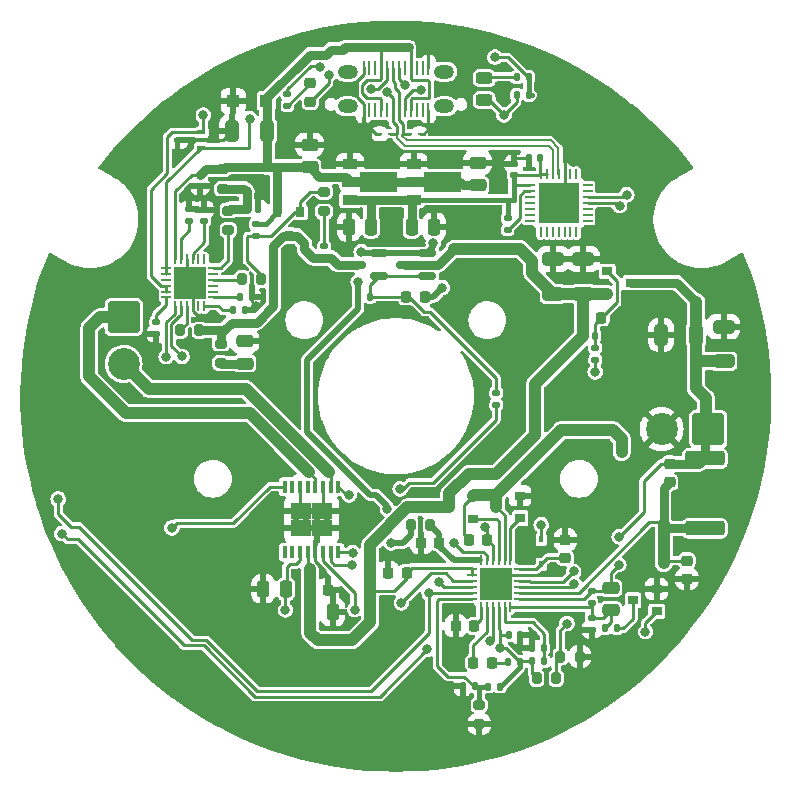
<source format=gbr>
%TF.GenerationSoftware,KiCad,Pcbnew,8.0.1*%
%TF.CreationDate,2024-05-30T19:24:29+03:00*%
%TF.ProjectId,jantteri_right,6a616e74-7465-4726-995f-72696768742e,rev?*%
%TF.SameCoordinates,Original*%
%TF.FileFunction,Copper,L1,Top*%
%TF.FilePolarity,Positive*%
%FSLAX46Y46*%
G04 Gerber Fmt 4.6, Leading zero omitted, Abs format (unit mm)*
G04 Created by KiCad (PCBNEW 8.0.1) date 2024-05-30 19:24:29*
%MOMM*%
%LPD*%
G01*
G04 APERTURE LIST*
G04 Aperture macros list*
%AMRoundRect*
0 Rectangle with rounded corners*
0 $1 Rounding radius*
0 $2 $3 $4 $5 $6 $7 $8 $9 X,Y pos of 4 corners*
0 Add a 4 corners polygon primitive as box body*
4,1,4,$2,$3,$4,$5,$6,$7,$8,$9,$2,$3,0*
0 Add four circle primitives for the rounded corners*
1,1,$1+$1,$2,$3*
1,1,$1+$1,$4,$5*
1,1,$1+$1,$6,$7*
1,1,$1+$1,$8,$9*
0 Add four rect primitives between the rounded corners*
20,1,$1+$1,$2,$3,$4,$5,0*
20,1,$1+$1,$4,$5,$6,$7,0*
20,1,$1+$1,$6,$7,$8,$9,0*
20,1,$1+$1,$8,$9,$2,$3,0*%
%AMFreePoly0*
4,1,9,3.862500,-0.866500,0.737500,-0.866500,0.737500,-0.450000,-0.737500,-0.450000,-0.737500,0.450000,0.737500,0.450000,0.737500,0.866500,3.862500,0.866500,3.862500,-0.866500,3.862500,-0.866500,$1*%
G04 Aperture macros list end*
%TA.AperFunction,SMDPad,CuDef*%
%ADD10RoundRect,0.140000X0.170000X-0.140000X0.170000X0.140000X-0.170000X0.140000X-0.170000X-0.140000X0*%
%TD*%
%TA.AperFunction,SMDPad,CuDef*%
%ADD11RoundRect,0.140000X-0.140000X-0.170000X0.140000X-0.170000X0.140000X0.170000X-0.140000X0.170000X0*%
%TD*%
%TA.AperFunction,SMDPad,CuDef*%
%ADD12RoundRect,0.140000X-0.170000X0.140000X-0.170000X-0.140000X0.170000X-0.140000X0.170000X0.140000X0*%
%TD*%
%TA.AperFunction,SMDPad,CuDef*%
%ADD13RoundRect,0.249999X0.325001X0.650001X-0.325001X0.650001X-0.325001X-0.650001X0.325001X-0.650001X0*%
%TD*%
%TA.AperFunction,SMDPad,CuDef*%
%ADD14RoundRect,0.249999X-0.650001X0.325001X-0.650001X-0.325001X0.650001X-0.325001X0.650001X0.325001X0*%
%TD*%
%TA.AperFunction,SMDPad,CuDef*%
%ADD15RoundRect,0.225000X-0.225000X-0.250000X0.225000X-0.250000X0.225000X0.250000X-0.225000X0.250000X0*%
%TD*%
%TA.AperFunction,SMDPad,CuDef*%
%ADD16RoundRect,0.250000X-0.250000X-0.475000X0.250000X-0.475000X0.250000X0.475000X-0.250000X0.475000X0*%
%TD*%
%TA.AperFunction,SMDPad,CuDef*%
%ADD17RoundRect,0.250000X-0.475000X0.250000X-0.475000X-0.250000X0.475000X-0.250000X0.475000X0.250000X0*%
%TD*%
%TA.AperFunction,SMDPad,CuDef*%
%ADD18RoundRect,0.225000X-0.250000X0.225000X-0.250000X-0.225000X0.250000X-0.225000X0.250000X0.225000X0*%
%TD*%
%TA.AperFunction,SMDPad,CuDef*%
%ADD19RoundRect,0.225000X0.250000X-0.225000X0.250000X0.225000X-0.250000X0.225000X-0.250000X-0.225000X0*%
%TD*%
%TA.AperFunction,SMDPad,CuDef*%
%ADD20RoundRect,0.140000X0.140000X0.170000X-0.140000X0.170000X-0.140000X-0.170000X0.140000X-0.170000X0*%
%TD*%
%TA.AperFunction,SMDPad,CuDef*%
%ADD21RoundRect,0.250000X0.475000X-0.250000X0.475000X0.250000X-0.475000X0.250000X-0.475000X-0.250000X0*%
%TD*%
%TA.AperFunction,SMDPad,CuDef*%
%ADD22RoundRect,0.250000X0.250000X0.475000X-0.250000X0.475000X-0.250000X-0.475000X0.250000X-0.475000X0*%
%TD*%
%TA.AperFunction,SMDPad,CuDef*%
%ADD23RoundRect,0.225000X0.225000X0.250000X-0.225000X0.250000X-0.225000X-0.250000X0.225000X-0.250000X0*%
%TD*%
%TA.AperFunction,SMDPad,CuDef*%
%ADD24RoundRect,0.249999X-0.325001X-0.650001X0.325001X-0.650001X0.325001X0.650001X-0.325001X0.650001X0*%
%TD*%
%TA.AperFunction,SMDPad,CuDef*%
%ADD25R,0.450000X0.600000*%
%TD*%
%TA.AperFunction,SMDPad,CuDef*%
%ADD26RoundRect,0.218750X0.256250X-0.218750X0.256250X0.218750X-0.256250X0.218750X-0.256250X-0.218750X0*%
%TD*%
%TA.AperFunction,SMDPad,CuDef*%
%ADD27RoundRect,0.243750X0.456250X-0.243750X0.456250X0.243750X-0.456250X0.243750X-0.456250X-0.243750X0*%
%TD*%
%TA.AperFunction,SMDPad,CuDef*%
%ADD28R,0.360000X0.250000*%
%TD*%
%TA.AperFunction,SMDPad,CuDef*%
%ADD29R,0.700000X0.450000*%
%TD*%
%TA.AperFunction,SMDPad,CuDef*%
%ADD30RoundRect,0.218750X-0.218750X-0.256250X0.218750X-0.256250X0.218750X0.256250X-0.218750X0.256250X0*%
%TD*%
%TA.AperFunction,SMDPad,CuDef*%
%ADD31R,0.270000X1.300000*%
%TD*%
%TA.AperFunction,ComponentPad*%
%ADD32O,1.700000X1.200000*%
%TD*%
%TA.AperFunction,SMDPad,CuDef*%
%ADD33R,0.900000X0.800000*%
%TD*%
%TA.AperFunction,SMDPad,CuDef*%
%ADD34R,0.800000X0.900000*%
%TD*%
%TA.AperFunction,SMDPad,CuDef*%
%ADD35RoundRect,0.135000X-0.185000X0.135000X-0.185000X-0.135000X0.185000X-0.135000X0.185000X0.135000X0*%
%TD*%
%TA.AperFunction,SMDPad,CuDef*%
%ADD36RoundRect,0.135000X0.185000X-0.135000X0.185000X0.135000X-0.185000X0.135000X-0.185000X-0.135000X0*%
%TD*%
%TA.AperFunction,SMDPad,CuDef*%
%ADD37RoundRect,0.200000X0.275000X-0.200000X0.275000X0.200000X-0.275000X0.200000X-0.275000X-0.200000X0*%
%TD*%
%TA.AperFunction,SMDPad,CuDef*%
%ADD38RoundRect,0.135000X-0.135000X-0.185000X0.135000X-0.185000X0.135000X0.185000X-0.135000X0.185000X0*%
%TD*%
%TA.AperFunction,SMDPad,CuDef*%
%ADD39RoundRect,0.200000X-0.200000X-0.275000X0.200000X-0.275000X0.200000X0.275000X-0.200000X0.275000X0*%
%TD*%
%TA.AperFunction,SMDPad,CuDef*%
%ADD40RoundRect,0.135000X0.135000X0.185000X-0.135000X0.185000X-0.135000X-0.185000X0.135000X-0.185000X0*%
%TD*%
%TA.AperFunction,SMDPad,CuDef*%
%ADD41RoundRect,0.250000X-1.425000X0.362500X-1.425000X-0.362500X1.425000X-0.362500X1.425000X0.362500X0*%
%TD*%
%TA.AperFunction,SMDPad,CuDef*%
%ADD42RoundRect,0.200000X-0.275000X0.200000X-0.275000X-0.200000X0.275000X-0.200000X0.275000X0.200000X0*%
%TD*%
%TA.AperFunction,SMDPad,CuDef*%
%ADD43RoundRect,0.062500X-0.350000X-0.062500X0.350000X-0.062500X0.350000X0.062500X-0.350000X0.062500X0*%
%TD*%
%TA.AperFunction,SMDPad,CuDef*%
%ADD44RoundRect,0.062500X-0.062500X-0.350000X0.062500X-0.350000X0.062500X0.350000X-0.062500X0.350000X0*%
%TD*%
%TA.AperFunction,SMDPad,CuDef*%
%ADD45R,2.700000X2.700000*%
%TD*%
%TA.AperFunction,SMDPad,CuDef*%
%ADD46R,0.450000X1.050000*%
%TD*%
%TA.AperFunction,SMDPad,CuDef*%
%ADD47R,0.895000X1.470000*%
%TD*%
%TA.AperFunction,SMDPad,CuDef*%
%ADD48RoundRect,0.062500X-0.325000X-0.062500X0.325000X-0.062500X0.325000X0.062500X-0.325000X0.062500X0*%
%TD*%
%TA.AperFunction,SMDPad,CuDef*%
%ADD49RoundRect,0.062500X-0.062500X-0.325000X0.062500X-0.325000X0.062500X0.325000X-0.062500X0.325000X0*%
%TD*%
%TA.AperFunction,SMDPad,CuDef*%
%ADD50R,2.800000X2.800000*%
%TD*%
%TA.AperFunction,SMDPad,CuDef*%
%ADD51RoundRect,0.062500X-0.062500X0.337500X-0.062500X-0.337500X0.062500X-0.337500X0.062500X0.337500X0*%
%TD*%
%TA.AperFunction,SMDPad,CuDef*%
%ADD52RoundRect,0.062500X-0.337500X0.062500X-0.337500X-0.062500X0.337500X-0.062500X0.337500X0.062500X0*%
%TD*%
%TA.AperFunction,SMDPad,CuDef*%
%ADD53R,3.350000X3.350000*%
%TD*%
%TA.AperFunction,SMDPad,CuDef*%
%ADD54R,1.300000X0.900000*%
%TD*%
%TA.AperFunction,SMDPad,CuDef*%
%ADD55FreePoly0,0.000000*%
%TD*%
%TA.AperFunction,SMDPad,CuDef*%
%ADD56R,1.100000X1.100000*%
%TD*%
%TA.AperFunction,SMDPad,CuDef*%
%ADD57RoundRect,0.150000X0.587500X0.150000X-0.587500X0.150000X-0.587500X-0.150000X0.587500X-0.150000X0*%
%TD*%
%TA.AperFunction,ComponentPad*%
%ADD58RoundRect,0.250001X1.099999X1.099999X-1.099999X1.099999X-1.099999X-1.099999X1.099999X-1.099999X0*%
%TD*%
%TA.AperFunction,ComponentPad*%
%ADD59C,2.700000*%
%TD*%
%TA.AperFunction,ComponentPad*%
%ADD60RoundRect,0.250001X-1.099999X1.099999X-1.099999X-1.099999X1.099999X-1.099999X1.099999X1.099999X0*%
%TD*%
%TA.AperFunction,ViaPad*%
%ADD61C,0.800000*%
%TD*%
%TA.AperFunction,Conductor*%
%ADD62C,0.800000*%
%TD*%
%TA.AperFunction,Conductor*%
%ADD63C,0.250000*%
%TD*%
%TA.AperFunction,Conductor*%
%ADD64C,0.400000*%
%TD*%
%TA.AperFunction,Conductor*%
%ADD65C,0.500000*%
%TD*%
%TA.AperFunction,Conductor*%
%ADD66C,1.000000*%
%TD*%
%TA.AperFunction,Conductor*%
%ADD67C,0.200000*%
%TD*%
G04 APERTURE END LIST*
D10*
%TO.P,C1,1*%
%TO.N,/Sheet65F09169/VSINK*%
X-6197600Y11684000D03*
%TO.P,C1,2*%
%TO.N,Net-(C1-Pad2)*%
X-6197600Y12644000D03*
%TD*%
%TO.P,C2,1*%
%TO.N,GND*%
X-16670020Y17764820D03*
%TO.P,C2,2*%
%TO.N,/Sheet65F09169/VBUS*%
X-16670020Y18724820D03*
%TD*%
D11*
%TO.P,C3,1*%
%TO.N,Net-(D5-K)*%
X-12722800Y15816580D03*
%TO.P,C3,2*%
%TO.N,GND*%
X-11762800Y15816580D03*
%TD*%
D12*
%TO.P,C4,1*%
%TO.N,GND*%
X-16327120Y15765720D03*
%TO.P,C4,2*%
%TO.N,Net-(U1-VREG_1V2)*%
X-16327120Y14805720D03*
%TD*%
%TO.P,C5,1*%
%TO.N,GND*%
X-17604740Y15775880D03*
%TO.P,C5,2*%
%TO.N,Net-(U1-VREG_2V7)*%
X-17604740Y14815880D03*
%TD*%
D13*
%TO.P,C6,1*%
%TO.N,/Sheet65F09169/VBUS*%
X-11021800Y22420580D03*
%TO.P,C6,2*%
%TO.N,GND*%
X-13971800Y22420580D03*
%TD*%
D14*
%TO.P,C7,1*%
%TO.N,GND*%
X13208000Y11586000D03*
%TO.P,C7,2*%
%TO.N,V_SYSTEM_out*%
X13208000Y8636000D03*
%TD*%
D15*
%TO.P,C8,1*%
%TO.N,V_SYSTEM_out*%
X-7404400Y-16403320D03*
%TO.P,C8,2*%
%TO.N,GND*%
X-5854400Y-16403320D03*
%TD*%
D16*
%TO.P,C9,1*%
%TO.N,V_SYSTEM_out*%
X-7361000Y-18295620D03*
%TO.P,C9,2*%
%TO.N,GND*%
X-5461000Y-18295620D03*
%TD*%
D17*
%TO.P,C10,1*%
%TO.N,GND*%
X-12903200Y4627960D03*
%TO.P,C10,2*%
%TO.N,Net-(C10-Pad2)*%
X-12903200Y2727960D03*
%TD*%
D15*
%TO.P,C11,1*%
%TO.N,Net-(Q2-S)*%
X6070000Y-12192000D03*
%TO.P,C11,2*%
%TO.N,Net-(D2-K)*%
X7620000Y-12192000D03*
%TD*%
D16*
%TO.P,C12,1*%
%TO.N,GND*%
X-11336100Y-16352520D03*
%TO.P,C12,2*%
%TO.N,/Sheet6601D6D0/VINT*%
X-9436100Y-16352520D03*
%TD*%
D18*
%TO.P,C14,1*%
%TO.N,GND*%
X14224000Y-12179000D03*
%TO.P,C14,2*%
%TO.N,Net-(D2-A)*%
X14224000Y-13729000D03*
%TD*%
D11*
%TO.P,C16,1*%
%TO.N,/Sheet65F0AC28/VREF*%
X9426000Y-20251420D03*
%TO.P,C16,2*%
%TO.N,GND*%
X10386000Y-20251420D03*
%TD*%
D19*
%TO.P,C17,1*%
%TO.N,GND*%
X24523700Y-15501920D03*
%TO.P,C17,2*%
%TO.N,Net-(U3-SRP)*%
X24523700Y-13951920D03*
%TD*%
D17*
%TO.P,C18,1*%
%TO.N,/Sheet65F0AC28/BAT+*%
X18084800Y-16253420D03*
%TO.P,C18,2*%
%TO.N,Net-(U3-VFB)*%
X18084800Y-18153420D03*
%TD*%
D20*
%TO.P,C19,1*%
%TO.N,/Sheet6602CEA0/VIO*%
X12113200Y20134580D03*
%TO.P,C19,2*%
%TO.N,GND*%
X11153200Y20134580D03*
%TD*%
D10*
%TO.P,C20,1*%
%TO.N,/Sheet6602CEA0/VIO*%
X9855200Y18666580D03*
%TO.P,C20,2*%
%TO.N,GND*%
X9855200Y19626580D03*
%TD*%
D21*
%TO.P,C21,1*%
%TO.N,/Sheet65F09169/VBUS*%
X6807200Y17848580D03*
%TO.P,C21,2*%
%TO.N,GND*%
X6807200Y19748580D03*
%TD*%
D16*
%TO.P,C22,1*%
%TO.N,/Sheet6602CEA0/VIO*%
X1219200Y14292580D03*
%TO.P,C22,2*%
%TO.N,GND*%
X3119200Y14292580D03*
%TD*%
D21*
%TO.P,C23,1*%
%TO.N,/Sheet65F09169/VBUS*%
X-7416800Y19372580D03*
%TO.P,C23,2*%
%TO.N,GND*%
X-7416800Y21272580D03*
%TD*%
D22*
%TO.P,C24,1*%
%TO.N,/Sheet6602CEA0/VIO*%
X-2214800Y14292580D03*
%TO.P,C24,2*%
%TO.N,GND*%
X-4114800Y14292580D03*
%TD*%
D14*
%TO.P,C25,1*%
%TO.N,GND*%
X15748000Y11586000D03*
%TO.P,C25,2*%
%TO.N,V_SYSTEM_out*%
X15748000Y8636000D03*
%TD*%
D23*
%TO.P,C26,1*%
%TO.N,Net-(Q1-G)*%
X17272000Y6604000D03*
%TO.P,C26,2*%
%TO.N,V_SYSTEM_out*%
X15722000Y6604000D03*
%TD*%
D14*
%TO.P,C27,1*%
%TO.N,GND*%
X27635200Y5861580D03*
%TO.P,C27,2*%
%TO.N,/Sheet65F0AC28/BAT+*%
X27635200Y2911580D03*
%TD*%
D24*
%TO.P,C28,1*%
%TO.N,GND*%
X22350200Y5148580D03*
%TO.P,C28,2*%
%TO.N,/Sheet65F0AC28/BAT+*%
X25300200Y5148580D03*
%TD*%
D19*
%TO.P,C29,1*%
%TO.N,Net-(U3-SRP)*%
X23063200Y-7310420D03*
%TO.P,C29,2*%
%TO.N,/Sheet65F0AC28/BAT+*%
X23063200Y-5760420D03*
%TD*%
D15*
%TO.P,C30,1*%
%TO.N,GND*%
X4965400Y-19489420D03*
%TO.P,C30,2*%
%TO.N,Net-(U3-TTC)*%
X6515400Y-19489420D03*
%TD*%
D25*
%TO.P,D2,1,K*%
%TO.N,Net-(D2-K)*%
X12192000Y-12158000D03*
%TO.P,D2,2,A*%
%TO.N,Net-(D2-A)*%
X12192000Y-14258000D03*
%TD*%
D26*
%TO.P,D3,1,K*%
%TO.N,STAT1_out*%
X-7366000Y24909580D03*
%TO.P,D3,2,A*%
%TO.N,Net-(D3-A)*%
X-7366000Y26484580D03*
%TD*%
D27*
%TO.P,D4,1,K*%
%TO.N,STAT2_out*%
X7366000Y25039080D03*
%TO.P,D4,2,A*%
%TO.N,Net-(D4-A)*%
X7366000Y26914080D03*
%TD*%
D25*
%TO.P,D5,1,K*%
%TO.N,Net-(D5-K)*%
X-12750800Y17306580D03*
%TO.P,D5,2,A*%
%TO.N,/Sheet65F09169/VBUS*%
X-12750800Y19406580D03*
%TD*%
D28*
%TO.P,D7,1,A1*%
%TO.N,/Sheet65F09169/USB_D+*%
X1053200Y22166580D03*
%TO.P,D7,2,A2*%
%TO.N,GND*%
X1893200Y22166580D03*
%TD*%
%TO.P,D8,1,A1*%
%TO.N,/Sheet65F09169/USB_D-*%
X-646800Y22166580D03*
%TO.P,D8,2,A2*%
%TO.N,GND*%
X-1486800Y22166580D03*
%TD*%
D29*
%TO.P,D9,1,K*%
%TO.N,/Sheet65F09169/CC1*%
X-16576800Y21008580D03*
%TO.P,D9,2,K*%
%TO.N,/Sheet65F09169/CC2*%
X-16576800Y22308580D03*
%TO.P,D9,3,A*%
%TO.N,GND*%
X-18576800Y21658580D03*
%TD*%
D30*
%TO.P,D11,1,K*%
%TO.N,Net-(D11-K)*%
X6426100Y-22588220D03*
%TO.P,D11,2,A*%
%TO.N,Net-(D11-A)*%
X8001100Y-22588220D03*
%TD*%
D31*
%TO.P,J1,A1,GND*%
%TO.N,GND*%
X2643320Y24224040D03*
%TO.P,J1,A2*%
%TO.N,N/C*%
X2143320Y24224040D03*
%TO.P,J1,A3*%
X1643320Y24224040D03*
%TO.P,J1,A4,VBUS*%
%TO.N,/Sheet65F09169/VBUS*%
X1143320Y24224040D03*
%TO.P,J1,A5,CC1*%
%TO.N,/Sheet65F09169/CC1*%
X643320Y24224040D03*
%TO.P,J1,A6,D+*%
%TO.N,/Sheet65F09169/USB_D+*%
X143320Y24224040D03*
%TO.P,J1,A7,D-*%
%TO.N,/Sheet65F09169/USB_D-*%
X-356680Y24224040D03*
%TO.P,J1,A8,SBU1*%
%TO.N,unconnected-(J1-SBU1-PadA8)*%
X-856680Y24224040D03*
%TO.P,J1,A9,VBUS*%
%TO.N,/Sheet65F09169/VBUS*%
X-1356680Y24224040D03*
%TO.P,J1,A10*%
%TO.N,N/C*%
X-1856680Y24224040D03*
%TO.P,J1,A11*%
X-2356680Y24224040D03*
%TO.P,J1,A12,GND*%
%TO.N,GND*%
X-2856680Y24224040D03*
%TO.P,J1,B1,GND*%
X-2856680Y27724040D03*
%TO.P,J1,B2*%
%TO.N,N/C*%
X-2356680Y27724040D03*
%TO.P,J1,B3*%
X-1856680Y27724040D03*
%TO.P,J1,B4,VBUS*%
%TO.N,/Sheet65F09169/VBUS*%
X-1356680Y27724040D03*
%TO.P,J1,B5,CC2*%
%TO.N,/Sheet65F09169/CC2*%
X-856680Y27724040D03*
%TO.P,J1,B6,D+*%
%TO.N,/Sheet65F09169/USB_D+*%
X-356680Y27724040D03*
%TO.P,J1,B7,D-*%
%TO.N,/Sheet65F09169/USB_D-*%
X143320Y27724040D03*
%TO.P,J1,B8,SBU2*%
%TO.N,unconnected-(J1-SBU2-PadB8)*%
X643320Y27724040D03*
%TO.P,J1,B9,VBUS*%
%TO.N,/Sheet65F09169/VBUS*%
X1143320Y27724040D03*
%TO.P,J1,B10*%
%TO.N,N/C*%
X1643320Y27724040D03*
%TO.P,J1,B11*%
X2143320Y27724040D03*
%TO.P,J1,B12,GND*%
%TO.N,GND*%
X2643320Y27724040D03*
D32*
%TO.P,J1,S1,SHIELD*%
%TO.N,unconnected-(J1-SHIELD-PadS1)_0*%
X3993320Y24504040D03*
%TO.N,unconnected-(J1-SHIELD-PadS1)_1*%
X3993320Y27444040D03*
%TO.N,unconnected-(J1-SHIELD-PadS1)*%
X-4206680Y24504040D03*
%TO.N,unconnected-(J1-SHIELD-PadS1)_2*%
X-4206680Y27444040D03*
%TD*%
D33*
%TO.P,Q1,1,G*%
%TO.N,Net-(Q1-G)*%
X17780000Y10536000D03*
%TO.P,Q1,2,S*%
%TO.N,V_SYSTEM_out*%
X17780000Y8636000D03*
%TO.P,Q1,3,D*%
%TO.N,/Sheet65F0AC28/BAT+*%
X19780000Y9586000D03*
%TD*%
%TO.P,Q2,1,G*%
%TO.N,Net-(Q2-G)*%
X6390000Y-10398000D03*
%TO.P,Q2,2,S*%
%TO.N,Net-(Q2-S)*%
X6390000Y-8498000D03*
%TO.P,Q2,3,D*%
%TO.N,V_SYSTEM_out*%
X4390000Y-9448000D03*
%TD*%
%TO.P,Q3,1,G*%
%TO.N,Net-(Q3-G)*%
X10398000Y-10348000D03*
%TO.P,Q3,2,S*%
%TO.N,GND*%
X10398000Y-8448000D03*
%TO.P,Q3,3,D*%
%TO.N,Net-(Q2-S)*%
X8398000Y-9398000D03*
%TD*%
%TO.P,Q4,1,G*%
%TO.N,STAT2_out*%
X21964400Y-18255020D03*
%TO.P,Q4,2,S*%
%TO.N,GND*%
X21964400Y-16355020D03*
%TO.P,Q4,3,D*%
%TO.N,Net-(Q4-D)*%
X19964400Y-17305020D03*
%TD*%
D34*
%TO.P,Q5,1,G*%
%TO.N,Net-(Q5-G)*%
X-8244800Y15546580D03*
%TO.P,Q5,2,S*%
%TO.N,/Sheet65F09169/VBUS*%
X-10144800Y15546580D03*
%TO.P,Q5,3,D*%
%TO.N,/Sheet65F09169/VSINK*%
X-9194800Y13546580D03*
%TD*%
D35*
%TO.P,R1,1*%
%TO.N,Net-(U1-RESET)*%
X-20406360Y6265640D03*
%TO.P,R1,2*%
%TO.N,GND*%
X-20406360Y5245640D03*
%TD*%
D36*
%TO.P,R2,1*%
%TO.N,Net-(Q5-G)*%
X-11988800Y13528580D03*
%TO.P,R2,2*%
%TO.N,/Sheet65F09169/VBUS*%
X-11988800Y14548580D03*
%TD*%
D37*
%TO.P,R3,1*%
%TO.N,Net-(C1-Pad2)*%
X-6197600Y15613380D03*
%TO.P,R3,2*%
%TO.N,Net-(Q5-G)*%
X-6197600Y17263380D03*
%TD*%
D38*
%TO.P,R4,1*%
%TO.N,Net-(U1-ADDR0)*%
X-13918120Y7223760D03*
%TO.P,R4,2*%
%TO.N,GND*%
X-12898120Y7223760D03*
%TD*%
D37*
%TO.P,R5,1*%
%TO.N,Net-(D5-K)*%
X-14782800Y17531580D03*
%TO.P,R5,2*%
%TO.N,/Sheet65F09169/VBUS*%
X-14782800Y19181580D03*
%TD*%
%TO.P,R6,1*%
%TO.N,Net-(C10-Pad2)*%
X-14937740Y2766560D03*
%TO.P,R6,2*%
%TO.N,/Sheet65F09169/VSINK*%
X-14937740Y4416560D03*
%TD*%
D39*
%TO.P,R7,1*%
%TO.N,Net-(U1-VBUS_EN_SNK)*%
X-13148580Y9890760D03*
%TO.P,R7,2*%
%TO.N,Net-(Q5-G)*%
X-11498580Y9890760D03*
%TD*%
%TO.P,R8,1*%
%TO.N,Net-(Q6-S)*%
X1144000Y-10922000D03*
%TO.P,R8,2*%
%TO.N,Net-(U3-VCC)*%
X2794000Y-10922000D03*
%TD*%
D36*
%TO.P,R9,1*%
%TO.N,Net-(U3-BATDRV)*%
X16764000Y3044000D03*
%TO.P,R9,2*%
%TO.N,Net-(Q1-G)*%
X16764000Y4064000D03*
%TD*%
D38*
%TO.P,R10,1*%
%TO.N,/Sheet65F0AC28/VREF*%
X11430000Y-22486620D03*
%TO.P,R10,2*%
%TO.N,Net-(U3-ISET1)*%
X12450000Y-22486620D03*
%TD*%
D40*
%TO.P,R11,1*%
%TO.N,Net-(U3-ISET1)*%
X12397200Y-21369020D03*
%TO.P,R11,2*%
%TO.N,GND*%
X11377200Y-21369020D03*
%TD*%
D39*
%TO.P,R12,1*%
%TO.N,/Sheet65F0AC28/VREF*%
X11812000Y-23909020D03*
%TO.P,R12,2*%
%TO.N,Net-(U3-ISET2)*%
X13462000Y-23909020D03*
%TD*%
D41*
%TO.P,R13,1*%
%TO.N,/Sheet65F0AC28/BAT+*%
X26035000Y-5296720D03*
%TO.P,R13,2*%
%TO.N,Net-(U3-SRP)*%
X26035000Y-11221720D03*
%TD*%
D39*
%TO.P,R14,1*%
%TO.N,Net-(U3-ISET2)*%
X13817600Y-22080220D03*
%TO.P,R14,2*%
%TO.N,GND*%
X15467600Y-22080220D03*
%TD*%
D37*
%TO.P,R15,1*%
%TO.N,Net-(U1-VBUS_VS_DISCH)*%
X-14292580Y14031460D03*
%TO.P,R15,2*%
%TO.N,Net-(D5-K)*%
X-14292580Y15681460D03*
%TD*%
D39*
%TO.P,R16,1*%
%TO.N,Net-(U1-DISCH)*%
X-18396220Y5544820D03*
%TO.P,R16,2*%
%TO.N,/Sheet65F09169/VSINK*%
X-16746220Y5544820D03*
%TD*%
D36*
%TO.P,R17,1*%
%TO.N,Net-(U3-VFB)*%
X16459200Y-17563020D03*
%TO.P,R17,2*%
%TO.N,/Sheet65F0AC28/BAT+*%
X16459200Y-16543020D03*
%TD*%
D38*
%TO.P,R18,1*%
%TO.N,Net-(U1-ADDR1)*%
X-13339000Y8402320D03*
%TO.P,R18,2*%
%TO.N,GND*%
X-12319000Y8402320D03*
%TD*%
D36*
%TO.P,R19,1*%
%TO.N,Net-(U5-~{RSTb})*%
X9347200Y14034580D03*
%TO.P,R19,2*%
%TO.N,/Sheet6602CEA0/VIO*%
X9347200Y15054580D03*
%TD*%
D40*
%TO.P,R20,1*%
%TO.N,Net-(Q1-G)*%
X16764000Y5080000D03*
%TO.P,R20,2*%
%TO.N,V_SYSTEM_out*%
X15744000Y5080000D03*
%TD*%
%TO.P,R21,1*%
%TO.N,Net-(U3-TS)*%
X6578600Y-24607520D03*
%TO.P,R21,2*%
%TO.N,GND*%
X5558600Y-24607520D03*
%TD*%
%TO.P,R22,1*%
%TO.N,Net-(Q4-D)*%
X18594800Y-19692620D03*
%TO.P,R22,2*%
%TO.N,Net-(U3-VFB)*%
X17574800Y-19692620D03*
%TD*%
D36*
%TO.P,R23,1*%
%TO.N,GND*%
X16459200Y-19798220D03*
%TO.P,R23,2*%
%TO.N,Net-(U3-VFB)*%
X16459200Y-18778220D03*
%TD*%
%TO.P,R24,1*%
%TO.N,Net-(D3-A)*%
X-9301480Y24569420D03*
%TO.P,R24,2*%
%TO.N,/Sheet65F0AC28/VREF*%
X-9301480Y25589420D03*
%TD*%
D38*
%TO.P,R25,1*%
%TO.N,Net-(D4-A)*%
X10107200Y26992580D03*
%TO.P,R25,2*%
%TO.N,/Sheet65F0AC28/VREF*%
X11127200Y26992580D03*
%TD*%
%TO.P,R26,1*%
%TO.N,Net-(D11-A)*%
X9345200Y-22537420D03*
%TO.P,R26,2*%
%TO.N,/Sheet65F0AC28/VREF*%
X10365200Y-22537420D03*
%TD*%
%TO.P,R27,1*%
%TO.N,Net-(U3-TS)*%
X7706900Y-24620220D03*
%TO.P,R27,2*%
%TO.N,/Sheet65F0AC28/VREF*%
X8726900Y-24620220D03*
%TD*%
%TO.P,R28,1*%
%TO.N,STAT2_out*%
X10107200Y25468580D03*
%TO.P,R28,2*%
%TO.N,/Sheet65F0AC28/VREF*%
X11127200Y25468580D03*
%TD*%
D42*
%TO.P,TH1,1*%
%TO.N,Net-(U3-TS)*%
X6946900Y-26170120D03*
%TO.P,TH1,2*%
%TO.N,GND*%
X6946900Y-27820120D03*
%TD*%
D43*
%TO.P,U1,1,CC1DB*%
%TO.N,/Sheet65F09169/CC1*%
X-19544380Y10828340D03*
%TO.P,U1,2,CC1*%
X-19544380Y10328340D03*
%TO.P,U1,3,NC*%
%TO.N,unconnected-(U1-NC-Pad3)*%
X-19544380Y9828340D03*
%TO.P,U1,4,CC2*%
%TO.N,/Sheet65F09169/CC2*%
X-19544380Y9328340D03*
%TO.P,U1,5,CC2DB*%
X-19544380Y8828340D03*
%TO.P,U1,6,RESET*%
%TO.N,Net-(U1-RESET)*%
X-19544380Y8328340D03*
D44*
%TO.P,U1,7,SCL*%
%TO.N,SCL_out*%
X-18831880Y7615840D03*
%TO.P,U1,8,SDA*%
%TO.N,SDA_out*%
X-18331880Y7615840D03*
%TO.P,U1,9,DISCH*%
%TO.N,Net-(U1-DISCH)*%
X-17831880Y7615840D03*
%TO.P,U1,10,GND*%
%TO.N,GND*%
X-17331880Y7615840D03*
%TO.P,U1,11,ATTACH*%
%TO.N,unconnected-(U1-ATTACH-Pad11)*%
X-16831880Y7615840D03*
%TO.P,U1,12,ADDR0*%
%TO.N,Net-(U1-ADDR0)*%
X-16331880Y7615840D03*
D43*
%TO.P,U1,13,ADDR1*%
%TO.N,Net-(U1-ADDR1)*%
X-15619380Y8328340D03*
%TO.P,U1,14,POWER_OK3*%
%TO.N,unconnected-(U1-POWER_OK3-Pad14)*%
X-15619380Y8828340D03*
%TO.P,U1,15,GPIO*%
%TO.N,unconnected-(U1-GPIO-Pad15)*%
X-15619380Y9328340D03*
%TO.P,U1,16,VBUS_EN_SNK*%
%TO.N,Net-(U1-VBUS_EN_SNK)*%
X-15619380Y9828340D03*
%TO.P,U1,17,A_B_SIDE*%
%TO.N,unconnected-(U1-A_B_SIDE-Pad17)*%
X-15619380Y10328340D03*
%TO.P,U1,18,VBUS_VS_DISCH*%
%TO.N,Net-(U1-VBUS_VS_DISCH)*%
X-15619380Y10828340D03*
D44*
%TO.P,U1,19,ALERT*%
%TO.N,unconnected-(U1-ALERT-Pad19)*%
X-16331880Y11540840D03*
%TO.P,U1,20,POWER_OK2*%
%TO.N,unconnected-(U1-POWER_OK2-Pad20)*%
X-16831880Y11540840D03*
%TO.P,U1,21,VREG_1V2*%
%TO.N,Net-(U1-VREG_1V2)*%
X-17331880Y11540840D03*
%TO.P,U1,22,VSYS*%
%TO.N,GND*%
X-17831880Y11540840D03*
%TO.P,U1,23,VREG_2V7*%
%TO.N,Net-(U1-VREG_2V7)*%
X-18331880Y11540840D03*
%TO.P,U1,24,VDD*%
%TO.N,/Sheet65F09169/VBUS*%
X-18831880Y11540840D03*
D45*
%TO.P,U1,25,GND*%
%TO.N,GND*%
X-17581880Y9578340D03*
%TD*%
D46*
%TO.P,U2,1,nSLEEP*%
%TO.N,DRV_SLEEP_out*%
X-4976700Y-7684720D03*
%TO.P,U2,2,AOUT1*%
%TO.N,/Sheet6601D6D0/MOTOR+*%
X-5626700Y-7684720D03*
%TO.P,U2,3,AISEN*%
%TO.N,GND*%
X-6276700Y-7684720D03*
%TO.P,U2,4,AOUT2*%
%TO.N,/Sheet6601D6D0/MOTOR-*%
X-6926700Y-7684720D03*
%TO.P,U2,5,BOUT2*%
%TO.N,unconnected-(U2-BOUT2-Pad5)*%
X-7576700Y-7684720D03*
%TO.P,U2,6,BISEN*%
%TO.N,GND*%
X-8226700Y-7684720D03*
%TO.P,U2,7,BOUT1*%
%TO.N,unconnected-(U2-BOUT1-Pad7)*%
X-8876700Y-7684720D03*
%TO.P,U2,8,nFAULT*%
%TO.N,DRV_n_FAULT_out*%
X-9526700Y-7684720D03*
%TO.P,U2,9,BIN1*%
%TO.N,unconnected-(U2-BIN1-Pad9)*%
X-9526700Y-13234720D03*
%TO.P,U2,10,BIN2*%
%TO.N,unconnected-(U2-BIN2-Pad10)*%
X-8876700Y-13234720D03*
%TO.P,U2,11,VREF*%
%TO.N,/Sheet6601D6D0/VINT*%
X-8226700Y-13234720D03*
%TO.P,U2,12,VM*%
%TO.N,V_SYSTEM_out*%
X-7576700Y-13234720D03*
%TO.P,U2,13,GND*%
%TO.N,GND*%
X-6926700Y-13234720D03*
%TO.P,U2,14,VINT*%
%TO.N,/Sheet6601D6D0/VINT*%
X-6276700Y-13234720D03*
%TO.P,U2,15,AIN2*%
%TO.N,MOTOR_B_out*%
X-5626700Y-13234720D03*
%TO.P,U2,16,AIN1*%
%TO.N,MOTOR_A_out*%
X-4976700Y-13234720D03*
D47*
%TO.P,U2,17,PPAD*%
%TO.N,GND*%
X-5909200Y-9724720D03*
X-6804200Y-9724720D03*
X-7699200Y-9724720D03*
X-8594200Y-9724720D03*
X-5909200Y-11194720D03*
X-6804200Y-11194720D03*
X-7699200Y-11194720D03*
X-8594200Y-11194720D03*
%TD*%
D48*
%TO.P,U3,1,ACN*%
%TO.N,V_SYSTEM_out*%
X6343700Y-14683420D03*
%TO.P,U3,2,ACP*%
X6343700Y-15183420D03*
%TO.P,U3,3,ACDRV*%
%TO.N,Net-(U3-ACDRV)*%
X6343700Y-15683420D03*
%TO.P,U3,4,CE*%
%TO.N,/Sheet65F0AC28/VREF*%
X6343700Y-16183420D03*
%TO.P,U3,5,STAT1*%
%TO.N,STAT1_out*%
X6343700Y-16683420D03*
%TO.P,U3,6,TS*%
%TO.N,Net-(U3-TS)*%
X6343700Y-17183420D03*
D49*
%TO.P,U3,7,TTC*%
%TO.N,Net-(U3-TTC)*%
X7081200Y-17920920D03*
%TO.P,U3,8,PG*%
%TO.N,Net-(D11-K)*%
X7581200Y-17920920D03*
%TO.P,U3,9,STAT2*%
%TO.N,STAT2_out*%
X8081200Y-17920920D03*
%TO.P,U3,10,VREF*%
%TO.N,/Sheet65F0AC28/VREF*%
X8581200Y-17920920D03*
%TO.P,U3,11,ISET1*%
%TO.N,Net-(U3-ISET1)*%
X9081200Y-17920920D03*
%TO.P,U3,12,VFB*%
%TO.N,Net-(U3-VFB)*%
X9581200Y-17920920D03*
D48*
%TO.P,U3,13,SRN*%
%TO.N,/Sheet65F0AC28/BAT+*%
X10318700Y-17183420D03*
%TO.P,U3,14,SRP*%
%TO.N,Net-(U3-SRP)*%
X10318700Y-16683420D03*
%TO.P,U3,15,ISET2*%
%TO.N,Net-(U3-ISET2)*%
X10318700Y-16183420D03*
%TO.P,U3,16,ACSET*%
%TO.N,/Sheet65F0AC28/VREF*%
X10318700Y-15683420D03*
%TO.P,U3,17,GND*%
%TO.N,GND*%
X10318700Y-15183420D03*
%TO.P,U3,18,REGN*%
%TO.N,Net-(D2-A)*%
X10318700Y-14683420D03*
D49*
%TO.P,U3,19,LODRV*%
%TO.N,Net-(Q3-G)*%
X9581200Y-13945920D03*
%TO.P,U3,20,PH*%
%TO.N,Net-(Q2-S)*%
X9081200Y-13945920D03*
%TO.P,U3,21,HIDRV*%
%TO.N,Net-(Q2-G)*%
X8581200Y-13945920D03*
%TO.P,U3,22,BTST*%
%TO.N,Net-(D2-K)*%
X8081200Y-13945920D03*
%TO.P,U3,23,BATDRV*%
%TO.N,Net-(U3-BATDRV)*%
X7581200Y-13945920D03*
%TO.P,U3,24,VCC*%
%TO.N,Net-(U3-VCC)*%
X7081200Y-13945920D03*
D50*
%TO.P,U3,25,GND*%
%TO.N,GND*%
X8331200Y-15933420D03*
%TD*%
D51*
%TO.P,U5,1,~{DCD}*%
%TO.N,unconnected-(U5-~{DCD}-Pad1)*%
X15165200Y18774580D03*
%TO.P,U5,2,~{RI}/CLK*%
%TO.N,unconnected-(U5-~{RI}{slash}CLK-Pad2)*%
X14665200Y18774580D03*
%TO.P,U5,3,GND*%
%TO.N,GND*%
X14165200Y18774580D03*
%TO.P,U5,4,D+*%
%TO.N,/Sheet65F09169/USB_D+*%
X13665200Y18774580D03*
%TO.P,U5,5,D-*%
%TO.N,/Sheet65F09169/USB_D-*%
X13165200Y18774580D03*
%TO.P,U5,6,VDD*%
%TO.N,/Sheet6602CEA0/VIO*%
X12665200Y18774580D03*
%TO.P,U5,7,REGIN*%
X12165200Y18774580D03*
D52*
%TO.P,U5,8,VBUS*%
X11215200Y17824580D03*
%TO.P,U5,9,~{RSTb}*%
%TO.N,Net-(U5-~{RSTb})*%
X11215200Y17324580D03*
%TO.P,U5,10,NC*%
%TO.N,unconnected-(U5-NC-Pad10)*%
X11215200Y16824580D03*
%TO.P,U5,11,~{SUSPENDb}*%
%TO.N,unconnected-(U5-~{SUSPENDb}-Pad11)*%
X11215200Y16324580D03*
%TO.P,U5,12,SUSPEND*%
%TO.N,unconnected-(U5-SUSPEND-Pad12)*%
X11215200Y15824580D03*
%TO.P,U5,13,CHREN*%
%TO.N,unconnected-(U5-CHREN-Pad13)*%
X11215200Y15324580D03*
%TO.P,U5,14,CHR1*%
%TO.N,unconnected-(U5-CHR1-Pad14)*%
X11215200Y14824580D03*
D51*
%TO.P,U5,15,CHR0*%
%TO.N,unconnected-(U5-CHR0-Pad15)*%
X12165200Y13874580D03*
%TO.P,U5,16,~{WAKEUP}/GPIO.3*%
%TO.N,unconnected-(U5-~{WAKEUP}{slash}GPIO.3-Pad16)*%
X12665200Y13874580D03*
%TO.P,U5,17,RS485/GPIO.2*%
%TO.N,unconnected-(U5-RS485{slash}GPIO.2-Pad17)*%
X13165200Y13874580D03*
%TO.P,U5,18,~{RXT}/GPIO.1*%
%TO.N,unconnected-(U5-~{RXT}{slash}GPIO.1-Pad18)*%
X13665200Y13874580D03*
%TO.P,U5,19,~{TXT}/GPIO.0*%
%TO.N,unconnected-(U5-~{TXT}{slash}GPIO.0-Pad19)*%
X14165200Y13874580D03*
%TO.P,U5,20,GPIO.6*%
%TO.N,unconnected-(U5-GPIO.6-Pad20)*%
X14665200Y13874580D03*
%TO.P,U5,21,GPIO.5*%
%TO.N,unconnected-(U5-GPIO.5-Pad21)*%
X15165200Y13874580D03*
D52*
%TO.P,U5,22,GPIO.4*%
%TO.N,unconnected-(U5-GPIO.4-Pad22)*%
X16115200Y14824580D03*
%TO.P,U5,23,~{CTS}*%
%TO.N,unconnected-(U5-~{CTS}-Pad23)*%
X16115200Y15324580D03*
%TO.P,U5,24,~{RTS}*%
%TO.N,unconnected-(U5-~{RTS}-Pad24)*%
X16115200Y15824580D03*
%TO.P,U5,25,RXD*%
%TO.N,RXD_out*%
X16115200Y16324580D03*
%TO.P,U5,26,TXD*%
%TO.N,TXD_out*%
X16115200Y16824580D03*
%TO.P,U5,27,~{DSR}*%
%TO.N,unconnected-(U5-~{DSR}-Pad27)*%
X16115200Y17324580D03*
%TO.P,U5,28,~{DTR}*%
%TO.N,unconnected-(U5-~{DTR}-Pad28)*%
X16115200Y17824580D03*
D53*
%TO.P,U5,29,GND*%
%TO.N,GND*%
X13665200Y16324580D03*
%TD*%
D54*
%TO.P,U6,1,GND*%
%TO.N,GND*%
X-3986800Y19602580D03*
D55*
%TO.P,U6,2,VIN*%
%TO.N,/Sheet65F09169/VBUS*%
X-3899300Y18102580D03*
D54*
%TO.P,U6,3,VOUT*%
%TO.N,/Sheet6602CEA0/VIO*%
X-3986800Y16602580D03*
%TD*%
%TO.P,U7,1,GND*%
%TO.N,GND*%
X1385700Y19602580D03*
D55*
%TO.P,U7,2,VIN*%
%TO.N,/Sheet65F09169/VBUS*%
X1473200Y18102580D03*
D54*
%TO.P,U7,3,VOUT*%
%TO.N,/Sheet6602CEA0/VIO*%
X1385700Y16602580D03*
%TD*%
D56*
%TO.P,D6,1,K*%
%TO.N,/Sheet65F09169/VBUS*%
X-11096800Y24960580D03*
%TO.P,D6,2,A*%
%TO.N,GND*%
X-13896800Y24960580D03*
%TD*%
D40*
%TO.P,R29,1*%
%TO.N,Net-(Q6-G)*%
X-2286000Y8382000D03*
%TO.P,R29,2*%
%TO.N,Net-(Q6-S)*%
X-3306000Y8382000D03*
%TD*%
D36*
%TO.P,R30,1*%
%TO.N,Net-(U3-ACDRV)*%
X8382000Y-764000D03*
%TO.P,R30,2*%
%TO.N,Net-(Q6-G)*%
X8382000Y256000D03*
%TD*%
D15*
%TO.P,C13,1*%
%TO.N,Net-(Q6-G)*%
X762000Y8382000D03*
%TO.P,C13,2*%
%TO.N,Net-(Q6-S)*%
X2312000Y8382000D03*
%TD*%
D23*
%TO.P,C31,1*%
%TO.N,V_SYSTEM_out*%
X788000Y-14986000D03*
%TO.P,C31,2*%
%TO.N,GND*%
X-762000Y-14986000D03*
%TD*%
D57*
%TO.P,Q7,1,G*%
%TO.N,Net-(Q6-G)*%
X2540000Y10160000D03*
%TO.P,Q7,2,S*%
%TO.N,Net-(Q6-S)*%
X2540000Y12060000D03*
%TO.P,Q7,3,D*%
%TO.N,V_SYSTEM_out*%
X665000Y11110000D03*
%TD*%
D23*
%TO.P,C15,1*%
%TO.N,Net-(U3-VCC)*%
X3569000Y-12446000D03*
%TO.P,C15,2*%
%TO.N,GND*%
X2019000Y-12446000D03*
%TD*%
D57*
%TO.P,Q6,1,G*%
%TO.N,Net-(Q6-G)*%
X-1524000Y10160000D03*
%TO.P,Q6,2,S*%
%TO.N,Net-(Q6-S)*%
X-1524000Y12060000D03*
%TO.P,Q6,3,D*%
%TO.N,/Sheet65F09169/VSINK*%
X-3399000Y11110000D03*
%TD*%
D58*
%TO.P,J2,1,Pin_1*%
%TO.N,/Sheet65F0AC28/BAT+*%
X26339800Y-2814320D03*
D59*
%TO.P,J2,2,Pin_2*%
%TO.N,GND*%
X22379800Y-2814320D03*
%TD*%
D60*
%TO.P,J3,1,Pin_1*%
%TO.N,/Sheet6601D6D0/MOTOR-*%
X-23164800Y6672580D03*
D59*
%TO.P,J3,2,Pin_2*%
%TO.N,/Sheet6601D6D0/MOTOR+*%
X-23164800Y2712580D03*
%TD*%
D61*
%TO.N,GND*%
X-1524000Y-7366000D03*
X-12560300Y-6520180D03*
X-20929600Y2989580D03*
X3970020Y20010120D03*
X7620000Y15240000D03*
X-17670780Y-23169880D03*
X11099800Y13850620D03*
X-16916400Y3281680D03*
X-9550400Y20655280D03*
X13538200Y26090880D03*
X-3454400Y-10866120D03*
X-10248900Y-28084780D03*
X16395700Y21391880D03*
X-23995380Y-2677160D03*
X-12750800Y-13075920D03*
X-10833100Y-10574020D03*
X-6604000Y2794000D03*
X-11442700Y17924780D03*
X-508000Y-19050000D03*
X16304260Y13769340D03*
X13665200Y-14765020D03*
X-20073620Y-15961360D03*
X-4102100Y22204680D03*
X9906000Y3048000D03*
X-9906000Y2286000D03*
X6159500Y25976580D03*
X2819400Y29570680D03*
X-5842000Y8890000D03*
X13055600Y-18981420D03*
X8597900Y18298160D03*
X-8382000Y10160000D03*
X-22298660Y-18524220D03*
X4648200Y-22410420D03*
X6009640Y-18117820D03*
X11480800Y-20251420D03*
X12192000Y6096000D03*
X-15356840Y6544820D03*
X-4076700Y-27630120D03*
X7366000Y9906000D03*
X-19055080Y-12306300D03*
X-11607800Y26903680D03*
X-508000Y13462000D03*
X7112000Y-254000D03*
X1917700Y-27477720D03*
X-11938000Y7620000D03*
X22606000Y1452880D03*
X26682700Y-8237220D03*
X-15519400Y-3713480D03*
X-1803400Y20642580D03*
X-762000Y-13716000D03*
X29273500Y-350520D03*
X-21927820Y-14089380D03*
X-26167080Y-14866620D03*
X-17952720Y-18028920D03*
%TO.N,V_SYSTEM_out*%
X8382000Y12446000D03*
X9398000Y12446000D03*
X7366000Y12446000D03*
%TO.N,Net-(Q2-S)*%
X18999200Y-4757420D03*
X18294200Y-2922420D03*
X18999200Y-3627420D03*
%TO.N,Net-(D2-K)*%
X12192000Y-10922000D03*
X7423993Y-11123000D03*
%TO.N,/Sheet6601D6D0/VINT*%
X-9461500Y-18130520D03*
X-3606800Y-18105120D03*
%TO.N,/Sheet65F0AC28/VREF*%
X-6502400Y27877022D03*
X14935200Y-14866620D03*
X8687735Y-21340659D03*
X3556000Y-15748000D03*
X8280400Y28668980D03*
%TO.N,Net-(Q6-S)*%
X-3048000Y12192000D03*
X3810000Y9144000D03*
X-508000Y-12446000D03*
X-3302000Y9652000D03*
X3048000Y12954000D03*
X-828485Y-9585515D03*
%TO.N,/Sheet65F0AC28/BAT+*%
X18796000Y-11938000D03*
X18750986Y-14305986D03*
%TO.N,Net-(U3-SRP)*%
X22555200Y-14155420D03*
X22555200Y-13139420D03*
%TO.N,STAT1_out*%
X-5806361Y27159016D03*
X-28712160Y-8729980D03*
X2706200Y-16695420D03*
%TO.N,STAT2_out*%
X-28399740Y-11676380D03*
X2552700Y-21457920D03*
X9042400Y23792180D03*
X21018500Y-19972020D03*
X7874000Y-20759420D03*
%TO.N,/Sheet65F09169/USB_D-*%
X-866306Y25682696D03*
X674002Y26286440D03*
%TO.N,/Sheet65F09169/CC1*%
X1988820Y25924041D03*
X-12496800Y23474680D03*
%TO.N,/Sheet65F09169/CC2*%
X-16421100Y23779480D03*
X-2247900Y25974040D03*
%TO.N,SDA_out*%
X-18224500Y3332480D03*
%TO.N,SCL_out*%
X-19570700Y3307080D03*
%TO.N,MOTOR_A_out*%
X-3784600Y-13291820D03*
%TO.N,MOTOR_B_out*%
X-3856874Y-14289207D03*
%TO.N,DRV_n_FAULT_out*%
X-19077940Y-11178540D03*
%TO.N,DRV_SLEEP_out*%
X-4064000Y-8382000D03*
%TO.N,TXD_out*%
X19435600Y17018000D03*
%TO.N,RXD_out*%
X18833000Y16099580D03*
%TO.N,Net-(U3-BATDRV)*%
X4826000Y-12446000D03*
X16764000Y2032000D03*
%TO.N,Net-(U3-ISET2)*%
X14376400Y-19286220D03*
X15004070Y-15958420D03*
%TO.N,Net-(U3-ACDRV)*%
X356200Y-17526000D03*
X254000Y-7874000D03*
%TD*%
D62*
%TO.N,/Sheet65F09169/VSINK*%
X-6197600Y11684000D02*
X-7112000Y11684000D01*
X-14668500Y5544820D02*
X-14018260Y6195060D01*
X-5588000Y11684000D02*
X-5014000Y11110000D01*
X-7112000Y11684000D02*
X-7874000Y12446000D01*
X-11899900Y6195060D02*
X-10498580Y7596380D01*
X-16746220Y5544820D02*
X-14668500Y5544820D01*
X-5014000Y11110000D02*
X-3399000Y11110000D01*
X-6197600Y11684000D02*
X-5588000Y11684000D01*
X-14937740Y5275580D02*
X-14668500Y5544820D01*
X-14937740Y4416560D02*
X-14937740Y5275580D01*
X-10498580Y12717495D02*
X-9669496Y13546580D01*
X-14018260Y6195060D02*
X-11899900Y6195060D01*
D63*
X-9054400Y13406180D02*
X-9194800Y13546580D01*
D62*
X-8466580Y13546580D02*
X-9194800Y13546580D01*
X-7874000Y12954000D02*
X-8466580Y13546580D01*
X-7874000Y12446000D02*
X-7874000Y12954000D01*
X-10498580Y7596380D02*
X-10498580Y12717495D01*
X-9669496Y13546580D02*
X-9194800Y13546580D01*
D63*
%TO.N,Net-(C1-Pad2)*%
X-6197600Y15613380D02*
X-6197600Y12644000D01*
%TO.N,/Sheet65F09169/VBUS*%
X1248319Y25199041D02*
X1143320Y25094042D01*
D62*
X-5635113Y29282267D02*
X-4619113Y29282267D01*
D63*
X-1356680Y26854038D02*
X-1356680Y27724040D01*
X2730500Y26601420D02*
X2730500Y25217120D01*
D62*
X-11096800Y24960580D02*
X-11096800Y25182042D01*
X5537200Y17848580D02*
X5283200Y18102580D01*
D64*
X-11988800Y14548580D02*
X-11142800Y14548580D01*
D63*
X1143320Y26854038D02*
X1248319Y26749039D01*
D62*
X-7401820Y28877022D02*
X-6040358Y28877022D01*
X-16213260Y19181580D02*
X-16670020Y18724820D01*
X-10236200Y19372580D02*
X-11158800Y19372580D01*
D63*
X-18831880Y17312320D02*
X-18831880Y11540840D01*
D62*
X-10144800Y15546580D02*
X-10144800Y19281180D01*
D63*
X1183319Y27848239D02*
X1183319Y29274461D01*
X1143320Y27808240D02*
X1183319Y27848239D01*
D62*
X-10144800Y19281180D02*
X-10236200Y19372580D01*
X-4349299Y18552579D02*
X-3899300Y18102580D01*
X-7416800Y19372580D02*
X-10236200Y19372580D01*
D63*
X-1356680Y27724040D02*
X-1356680Y29177104D01*
D62*
X-11158800Y19372580D02*
X-11192800Y19406580D01*
X-11021800Y22420580D02*
X-11021800Y19577580D01*
D63*
X-1481679Y25249039D02*
X-2595901Y25249039D01*
D62*
X-14782800Y19181580D02*
X-16213260Y19181580D01*
X-11021800Y22420580D02*
X-11021800Y24885580D01*
X-11096800Y25182042D02*
X-7401820Y28877022D01*
X-4401598Y29499782D02*
X-1034002Y29499782D01*
D63*
X-2972901Y25626039D02*
X-2972901Y26322041D01*
D62*
X-11192800Y19406580D02*
X-11021800Y19577580D01*
D63*
X-2972901Y26322041D02*
X-2545903Y26749039D01*
X-2545903Y26749039D02*
X-1461679Y26749039D01*
X1143320Y27724040D02*
X1143320Y27808240D01*
D62*
X-12750800Y19406580D02*
X-14557800Y19406580D01*
X6807200Y17848580D02*
X5537200Y17848580D01*
X-1034002Y29499782D02*
X957998Y29499782D01*
X-11021800Y24885580D02*
X-11096800Y24960580D01*
X-6596799Y18552579D02*
X-4349299Y18552579D01*
D63*
X-1356680Y24224040D02*
X-1356680Y25124040D01*
X2712421Y25199041D02*
X1248319Y25199041D01*
X-17419380Y18724820D02*
X-18831880Y17312320D01*
X-16670020Y18724820D02*
X-17419380Y18724820D01*
D62*
X-6040358Y28877022D02*
X-5635113Y29282267D01*
X-7416800Y19372580D02*
X-6596799Y18552579D01*
D63*
X1248319Y26749039D02*
X2582881Y26749039D01*
X2730500Y25217120D02*
X2712421Y25199041D01*
X-1461679Y26749039D02*
X-1356680Y26854038D01*
D62*
X-14557800Y19406580D02*
X-14782800Y19181580D01*
X-3899300Y18102580D02*
X1473200Y18102580D01*
D63*
X1183319Y29274461D02*
X957998Y29499782D01*
D62*
X-12750800Y19406580D02*
X-11192800Y19406580D01*
D63*
X-1356680Y29177104D02*
X-1034002Y29499782D01*
D62*
X5283200Y18102580D02*
X1473200Y18102580D01*
D64*
X-11142800Y14548580D02*
X-10144800Y15546580D01*
D63*
X-1356680Y24788180D02*
X-1356680Y24224040D01*
X2582881Y26749039D02*
X2730500Y26601420D01*
X1143320Y27724040D02*
X1143320Y26854038D01*
X1143320Y25094042D02*
X1143320Y24224040D01*
X-1356680Y25124040D02*
X-1481679Y25249039D01*
X-2595901Y25249039D02*
X-2972901Y25626039D01*
D62*
X-4619113Y29282267D02*
X-4401598Y29499782D01*
D63*
%TO.N,GND*%
X-8226700Y-7684720D02*
X-8226700Y-9357220D01*
X-17331880Y7615840D02*
X-17331880Y9328340D01*
X-6134100Y-15196820D02*
X-6134100Y-14802320D01*
X2643320Y29394600D02*
X2819400Y29570680D01*
X-6926700Y-14009720D02*
X-6926700Y-13234720D01*
X-12319000Y8001000D02*
X-11938000Y7620000D01*
X-12334240Y7223760D02*
X-11938000Y7620000D01*
X-17331880Y9328340D02*
X-17581880Y9578340D01*
X-17331880Y7615840D02*
X-17331880Y7155318D01*
X10318700Y-15183420D02*
X9883178Y-15183420D01*
X13246800Y-15183420D02*
X13665200Y-14765020D01*
X10020300Y20134580D02*
X11153200Y20134580D01*
X-5854400Y-16403320D02*
X-5854400Y-15476520D01*
X-2856680Y24224040D02*
X-2856680Y23194460D01*
X10318700Y-15183420D02*
X9081200Y-15183420D01*
X1893200Y22166580D02*
X2235200Y22166580D01*
X-3422911Y26642809D02*
X-3422911Y25305271D01*
X-2856680Y23194460D02*
X-1828800Y22166580D01*
X14165200Y18774580D02*
X14165200Y19786980D01*
X10318700Y-15183420D02*
X13246800Y-15183420D01*
X-5854400Y-15476520D02*
X-6134100Y-15196820D01*
X11377200Y-21369020D02*
X11377200Y-20355020D01*
X10386000Y-20251420D02*
X11480800Y-20251420D01*
X14165200Y18774580D02*
X14165200Y16824580D01*
X-18576800Y21658580D02*
X-14733800Y21658580D01*
X11377200Y-20355020D02*
X11480800Y-20251420D01*
X-14733800Y21658580D02*
X-13971800Y22420580D01*
X-17831880Y9828340D02*
X-17581880Y9578340D01*
X-6276700Y-9357220D02*
X-5909200Y-9724720D01*
X9081200Y-15183420D02*
X8331200Y-15933420D01*
X-17831880Y11540840D02*
X-17831880Y9828340D01*
X-16721382Y6544820D02*
X-15356840Y6544820D01*
D65*
X-5461000Y-18295620D02*
X-5461000Y-16796720D01*
D63*
X9855200Y19626580D02*
X9855200Y19969480D01*
X9855200Y19969480D02*
X10020300Y20134580D01*
X-2856680Y24739040D02*
X-2856680Y24224040D01*
X-12319000Y8402320D02*
X-12319000Y8001000D01*
D65*
X-5461000Y-16796720D02*
X-5854400Y-16403320D01*
D63*
X-6276700Y-7684720D02*
X-6276700Y-9357220D01*
X-2856680Y27851920D02*
X-2852420Y27856180D01*
X2643320Y22574700D02*
X2235200Y22166580D01*
X2643320Y24224040D02*
X2643320Y22574700D01*
X-17331880Y7155318D02*
X-16721382Y6544820D01*
X-1828800Y22166580D02*
X-1486800Y22166580D01*
X2643320Y27724040D02*
X2643320Y29394600D01*
X-8226700Y-9357220D02*
X-8594200Y-9724720D01*
X-3422911Y25305271D02*
X-2856680Y24739040D01*
X-12898120Y7223760D02*
X-12334240Y7223760D01*
X-6134100Y-14802320D02*
X-6926700Y-14009720D01*
X-2856680Y27209040D02*
X-3422911Y26642809D01*
X14165200Y16824580D02*
X13665200Y16324580D01*
X-2856680Y27724040D02*
X-2856680Y27209040D01*
D62*
%TO.N,Net-(D5-K)*%
X-12975800Y17531580D02*
X-12750800Y17306580D01*
X-12750800Y15844580D02*
X-12722800Y15816580D01*
X-12722800Y15816580D02*
X-14157460Y15816580D01*
X-12722800Y17278580D02*
X-12750800Y17306580D01*
X-14157460Y15816580D02*
X-14292580Y15681460D01*
X-12750800Y17306580D02*
X-12750800Y15844580D01*
X-14782800Y17531580D02*
X-12975800Y17531580D01*
D63*
%TO.N,Net-(U1-VREG_1V2)*%
X-17331880Y11540840D02*
X-17331880Y12001362D01*
X-16327120Y13006122D02*
X-16327120Y14805720D01*
X-17331880Y12001362D02*
X-16327120Y13006122D01*
%TO.N,Net-(U1-VREG_2V7)*%
X-18331880Y13275880D02*
X-17604740Y14003020D01*
X-18331880Y11540840D02*
X-18331880Y13275880D01*
X-17604740Y14003020D02*
X-17604740Y14815880D01*
%TO.N,V_SYSTEM_out*%
X-254000Y-16510000D02*
X-2286000Y-16510000D01*
D66*
X4390000Y-9448000D02*
X864666Y-9448000D01*
X15722000Y6604000D02*
X15722000Y5102000D01*
X4390000Y-8248000D02*
X4390000Y-9448000D01*
D63*
X788000Y-15468000D02*
X-254000Y-16510000D01*
D66*
X6034000Y-6604000D02*
X4390000Y-8248000D01*
X8382000Y-6604000D02*
X6034000Y-6604000D01*
X10414000Y12446000D02*
X11430000Y11430000D01*
X-2286000Y-19184620D02*
X-3810000Y-20708620D01*
X-7361000Y-20065920D02*
X-7361000Y-18295620D01*
D62*
X3392316Y11110000D02*
X3490000Y11110000D01*
D66*
X-7404400Y-16403320D02*
X-7404400Y-14698760D01*
X-2286000Y-12598666D02*
X-2286000Y-16510000D01*
D62*
X665000Y11110000D02*
X3392316Y11110000D01*
D63*
X6343700Y-15183420D02*
X6343700Y-14683420D01*
D66*
X13208000Y8636000D02*
X15748000Y8636000D01*
X-7404400Y-16403320D02*
X-7404400Y-18252220D01*
X15748000Y6630000D02*
X15722000Y6604000D01*
X7366000Y12446000D02*
X8382000Y12446000D01*
X-3810000Y-20708620D02*
X-6718300Y-20708620D01*
X-6718300Y-20708620D02*
X-7361000Y-20065920D01*
X11430000Y11430000D02*
X11430000Y10414000D01*
D63*
X1215579Y-14558421D02*
X788000Y-14986000D01*
D66*
X4826000Y12446000D02*
X7366000Y12446000D01*
D63*
X6218701Y-14558421D02*
X1215579Y-14558421D01*
D66*
X11430000Y10414000D02*
X13208000Y8636000D01*
X9398000Y12446000D02*
X10414000Y12446000D01*
X15744000Y5080000D02*
X11684000Y1020000D01*
X15748000Y8636000D02*
X15748000Y6630000D01*
X8382000Y12446000D02*
X9398000Y12446000D01*
X864666Y-9448000D02*
X-2286000Y-12598666D01*
X15748000Y8636000D02*
X17780000Y8636000D01*
D62*
X3490000Y11110000D02*
X4826000Y12446000D01*
D66*
X-7404400Y-18252220D02*
X-7361000Y-18295620D01*
X-2286000Y-16510000D02*
X-2286000Y-19184620D01*
X15722000Y5102000D02*
X15744000Y5080000D01*
D63*
X-7576700Y-14526460D02*
X-7404400Y-14698760D01*
X6343700Y-14683420D02*
X6218701Y-14558421D01*
D66*
X11684000Y-3302000D02*
X8382000Y-6604000D01*
D63*
X788000Y-14986000D02*
X788000Y-15468000D01*
X-7576700Y-13234720D02*
X-7576700Y-14526460D01*
D66*
X11684000Y1020000D02*
X11684000Y-3302000D01*
D62*
%TO.N,Net-(C10-Pad2)*%
X-14899140Y2727960D02*
X-14937740Y2766560D01*
X-12903200Y2727960D02*
X-14899140Y2727960D01*
D63*
%TO.N,Net-(Q2-S)*%
X9081200Y-10081200D02*
X8398000Y-9398000D01*
D66*
X18294200Y-2922420D02*
X18999200Y-3627420D01*
X6522000Y-8366000D02*
X6390000Y-8498000D01*
X8398000Y-8366000D02*
X6522000Y-8366000D01*
X13841580Y-2922420D02*
X8398000Y-8366000D01*
X18294200Y-2922420D02*
X13841580Y-2922420D01*
X18999200Y-3627420D02*
X18999200Y-4757420D01*
D63*
X5615000Y-9273000D02*
X5615000Y-11737000D01*
X6390000Y-8498000D02*
X5615000Y-9273000D01*
D66*
X8398000Y-8366000D02*
X8398000Y-9398000D01*
D63*
X5615000Y-11737000D02*
X6070000Y-12192000D01*
X9081200Y-13945920D02*
X9081200Y-10081200D01*
%TO.N,Net-(D2-K)*%
X7620000Y-11319007D02*
X7423993Y-11123000D01*
X8081200Y-12653200D02*
X7620000Y-12192000D01*
X7620000Y-12192000D02*
X7620000Y-11319007D01*
X8081200Y-13945920D02*
X8081200Y-12653200D01*
X12192000Y-10922000D02*
X12192000Y-12158000D01*
%TO.N,/Sheet6601D6D0/VINT*%
X-8551298Y-14244320D02*
X-9105900Y-14244320D01*
X-4666100Y-15623420D02*
X-3606800Y-16682720D01*
X-9372600Y-14511020D02*
X-9372600Y-16289020D01*
X-6276700Y-13234720D02*
X-6276700Y-14023310D01*
X-9105900Y-14244320D02*
X-9372600Y-14511020D01*
X-6276700Y-14023310D02*
X-4676590Y-15623420D01*
X-3606800Y-16682720D02*
X-3606800Y-18105120D01*
X-8226700Y-13234720D02*
X-8226700Y-13919722D01*
X-9461500Y-16377920D02*
X-9436100Y-16352520D01*
X-4676590Y-15623420D02*
X-4666100Y-15623420D01*
X-9461500Y-18130520D02*
X-9461500Y-16377920D01*
X-9372600Y-16289020D02*
X-9436100Y-16352520D01*
X-8226700Y-13919722D02*
X-8551298Y-14244320D01*
%TO.N,Net-(Q6-G)*%
X-2286000Y8382000D02*
X-2286000Y9398000D01*
X762000Y8382000D02*
X-2286000Y8382000D01*
X762000Y8382000D02*
X1016000Y8382000D01*
X8382000Y1524000D02*
X8382000Y256000D01*
X-1524000Y10160000D02*
X2540000Y10160000D01*
X1016000Y8382000D02*
X2286000Y7112000D01*
X-2286000Y9398000D02*
X-1524000Y10160000D01*
X2794000Y7112000D02*
X8382000Y1524000D01*
X2286000Y7112000D02*
X2794000Y7112000D01*
%TO.N,/Sheet65F0AC28/VREF*%
X11430000Y-23527020D02*
X11812000Y-23909020D01*
X11077754Y26992580D02*
X11127200Y26992580D01*
X11208218Y-15683420D02*
X10318700Y-15683420D01*
X12798410Y-15733410D02*
X11258208Y-15733410D01*
D64*
X10365200Y-22981920D02*
X8726900Y-24620220D01*
D63*
X11258208Y-15733410D02*
X11208218Y-15683420D01*
X-6502400Y27877022D02*
X-6583158Y27957780D01*
D64*
X10365200Y-22537420D02*
X10365200Y-22981920D01*
D63*
X8581200Y-17920920D02*
X8581200Y-19739420D01*
X8687735Y-21340659D02*
X8687735Y-20301285D01*
X-7295744Y27957780D02*
X-9301480Y25952044D01*
X14068410Y-15733410D02*
X14935200Y-14866620D01*
X11430000Y-22486620D02*
X11430000Y-23527020D01*
D64*
X11127200Y26992580D02*
X11127200Y25468580D01*
D63*
X9426000Y-20251420D02*
X8737600Y-20251420D01*
X6343700Y-16183420D02*
X3991420Y-16183420D01*
X8737600Y-20251420D02*
X8687735Y-20301285D01*
D64*
X11127200Y25468580D02*
X11379200Y25468580D01*
D63*
X9168439Y-21340659D02*
X8687735Y-21340659D01*
X-6583158Y27957780D02*
X-7295744Y27957780D01*
X8581200Y-19739420D02*
X8687735Y-19845955D01*
X8581200Y-18356442D02*
X8581200Y-17920920D01*
X9401354Y28668980D02*
X11077754Y26992580D01*
X10416000Y-22486620D02*
X10365200Y-22537420D01*
X11430000Y-22486620D02*
X10416000Y-22486620D01*
X8280400Y28668980D02*
X9401354Y28668980D01*
X-9301480Y25952044D02*
X-9301480Y25589420D01*
X10365200Y-22537420D02*
X9168439Y-21340659D01*
X8687735Y-19845955D02*
X8687735Y-20301285D01*
X3991420Y-16183420D02*
X3556000Y-15748000D01*
X12798410Y-15733410D02*
X14068410Y-15733410D01*
D65*
%TO.N,Net-(Q6-S)*%
X-828485Y-9331515D02*
X-828485Y-9585515D01*
X3048000Y12954000D02*
X3048000Y12568000D01*
X-3306000Y9648000D02*
X-3302000Y9652000D01*
X-508000Y-12446000D02*
X508000Y-12446000D01*
X2312000Y8382000D02*
X3048000Y8382000D01*
X-1524000Y12060000D02*
X-2916000Y12060000D01*
X-3306000Y7362000D02*
X-7620000Y3048000D01*
X2540000Y12060000D02*
X-1524000Y12060000D01*
X-7620000Y-3048000D02*
X-2286000Y-8382000D01*
X-2916000Y12060000D02*
X-3048000Y12192000D01*
X3048000Y12568000D02*
X2540000Y12060000D01*
X1144000Y-11810000D02*
X1144000Y-10922000D01*
X-3306000Y8382000D02*
X-3306000Y7362000D01*
X508000Y-12446000D02*
X1144000Y-11810000D01*
X-2286000Y-8382000D02*
X-1778000Y-8382000D01*
X-1778000Y-8382000D02*
X-828485Y-9331515D01*
X-7620000Y3048000D02*
X-7620000Y-3048000D01*
X3048000Y8382000D02*
X3810000Y9144000D01*
X-3306000Y8382000D02*
X-3306000Y9648000D01*
D63*
%TO.N,Net-(D2-A)*%
X12721000Y-13729000D02*
X14224000Y-13729000D01*
X12192000Y-14258000D02*
X12721000Y-13729000D01*
X10318700Y-14683420D02*
X11766580Y-14683420D01*
X11766580Y-14683420D02*
X12192000Y-14258000D01*
%TO.N,/Sheet65F0AC28/BAT+*%
X16129000Y-16873220D02*
X16459200Y-16543020D01*
D62*
X25571300Y-5760420D02*
X26035000Y-5296720D01*
D66*
X25300200Y7973800D02*
X25300200Y5148580D01*
D63*
X16459200Y-16543020D02*
X17795200Y-16543020D01*
D66*
X27635200Y2911580D02*
X25652200Y2911580D01*
D63*
X20878800Y-7221220D02*
X22339600Y-5760420D01*
D62*
X23688000Y9586000D02*
X25300200Y7973800D01*
D66*
X26111200Y-185420D02*
X25857200Y68580D01*
D63*
X18084800Y-15069820D02*
X18084800Y-14972172D01*
D62*
X26035000Y-5296720D02*
X26035000Y-3119120D01*
D66*
X25652200Y2911580D02*
X25300200Y2559580D01*
D62*
X26035000Y-3119120D02*
X26339800Y-2814320D01*
X19780000Y9586000D02*
X23688000Y9586000D01*
D63*
X17795200Y-16543020D02*
X18084800Y-16253420D01*
X18084800Y-16253420D02*
X18084800Y-15069820D01*
D66*
X25300200Y5148580D02*
X25300200Y2559580D01*
D62*
X23063200Y-5760420D02*
X25571300Y-5760420D01*
D63*
X18796000Y-11938000D02*
X20878800Y-9855200D01*
D66*
X25300200Y625580D02*
X25857200Y68580D01*
X26111200Y-3572920D02*
X26111200Y-185420D01*
D63*
X22339600Y-5760420D02*
X23063200Y-5760420D01*
D66*
X25300200Y2559580D02*
X25300200Y625580D01*
D63*
X20878800Y-9855200D02*
X20878800Y-7221220D01*
X15818800Y-17183420D02*
X16129000Y-16873220D01*
X10318700Y-17183420D02*
X15818800Y-17183420D01*
X18084800Y-14972172D02*
X18750986Y-14305986D01*
D65*
%TO.N,Net-(U3-VCC)*%
X3569000Y-12713000D02*
X4801920Y-13945920D01*
X3569000Y-11697000D02*
X2794000Y-10922000D01*
X4801920Y-13945920D02*
X7006200Y-13945920D01*
X3569000Y-12446000D02*
X3569000Y-12713000D01*
X3569000Y-12446000D02*
X3569000Y-11697000D01*
D63*
%TO.N,Net-(U3-SRP)*%
X22397446Y-10695666D02*
X22555200Y-10853420D01*
D62*
X22606000Y-11221720D02*
X22555200Y-11272520D01*
D63*
X21336000Y-10695666D02*
X22397446Y-10695666D01*
D62*
X26035000Y-11221720D02*
X22606000Y-11221720D01*
D66*
X22555200Y-13139420D02*
X22555200Y-14155420D01*
D63*
X23063200Y-7310420D02*
X23050200Y-7310420D01*
D62*
X22555200Y-7818420D02*
X23063200Y-7310420D01*
D66*
X22555200Y-10853420D02*
X22555200Y-11272520D01*
D62*
X22555200Y-10853420D02*
X22555200Y-7818420D01*
D63*
X24523700Y-13951920D02*
X22758700Y-13951920D01*
X15348246Y-16683420D02*
X21336000Y-10695666D01*
X22758700Y-13951920D02*
X22555200Y-14155420D01*
D66*
X22555200Y-11272520D02*
X22555200Y-13139420D01*
D63*
X10318700Y-16683420D02*
X15348246Y-16683420D01*
%TO.N,Net-(U3-VFB)*%
X16459200Y-17563020D02*
X16459200Y-17965420D01*
X16414700Y-17920920D02*
X16459200Y-17965420D01*
X9581200Y-17920920D02*
X16414700Y-17920920D01*
X18084800Y-19182620D02*
X17574800Y-19692620D01*
X17460000Y-18778220D02*
X18084800Y-18153420D01*
X16459200Y-17965420D02*
X16459200Y-18778220D01*
X18084800Y-18153420D02*
X18084800Y-19182620D01*
X16459200Y-18778220D02*
X17460000Y-18778220D01*
%TO.N,STAT1_out*%
X-2216990Y-25021110D02*
X-11865900Y-25021110D01*
X2706200Y-20097920D02*
X-2216990Y-25021110D01*
X-5806361Y26469219D02*
X-7366000Y24909580D01*
X-27627580Y-11082020D02*
X-28712160Y-9997440D01*
X-11865900Y-25021110D02*
X-16052800Y-20834210D01*
X-16209300Y-20677710D02*
X-17353710Y-20677710D01*
X-28712160Y-9997440D02*
X-28712160Y-8729980D01*
X-5806361Y27159016D02*
X-5806361Y26469219D01*
X-16052800Y-20834210D02*
X-16209300Y-20677710D01*
X-26949400Y-11082020D02*
X-27546300Y-11082020D01*
X6331700Y-16695420D02*
X6343700Y-16683420D01*
X-27546300Y-11082020D02*
X-27627580Y-11082020D01*
X2706200Y-16695420D02*
X2706200Y-17811920D01*
X2706200Y-17811920D02*
X2706200Y-20097920D01*
X-17353710Y-20677710D02*
X-26949400Y-11082020D01*
X2706200Y-16695420D02*
X6331700Y-16695420D01*
D62*
%TO.N,/Sheet6602CEA0/VIO*%
X1219200Y16436080D02*
X1385700Y16602580D01*
D63*
X11215200Y17824580D02*
X9879200Y17824580D01*
X9879200Y17824580D02*
X9855200Y17848580D01*
D64*
X9855200Y18666580D02*
X9855200Y17848580D01*
D62*
X-3986800Y16602580D02*
X-2058800Y16602580D01*
X-2058800Y16602580D02*
X1385700Y16602580D01*
X-2214800Y14292580D02*
X-2214800Y16446580D01*
D63*
X12113200Y20134580D02*
X12113200Y18826580D01*
D64*
X1385700Y16602580D02*
X9323200Y16602580D01*
X9855200Y16578580D02*
X9347200Y16578580D01*
D63*
X12165200Y18774580D02*
X12665200Y18774580D01*
X9855200Y18666580D02*
X12057200Y18666580D01*
D64*
X9855200Y17848580D02*
X9855200Y16578580D01*
X9347200Y16578580D02*
X9323200Y16602580D01*
D62*
X-2214800Y16446580D02*
X-2058800Y16602580D01*
D64*
X9347200Y16578580D02*
X9347200Y15054580D01*
D63*
X12113200Y18826580D02*
X12165200Y18774580D01*
X12057200Y18666580D02*
X12165200Y18774580D01*
D62*
X1219200Y14292580D02*
X1219200Y16436080D01*
D63*
%TO.N,STAT2_out*%
X21018500Y-19972020D02*
X21018500Y-19200920D01*
X8081200Y-17920920D02*
X8081200Y-20552220D01*
X2552700Y-21457920D02*
X-1460500Y-25471120D01*
X-18059400Y-21127720D02*
X-27025600Y-12161520D01*
X-1460500Y-25471120D02*
X-12052300Y-25471120D01*
X-16395700Y-21127720D02*
X-18059400Y-21127720D01*
X-12052300Y-25471120D02*
X-16395700Y-21127720D01*
X7366000Y25039080D02*
X7795500Y25039080D01*
X7874000Y-20759420D02*
X7860199Y-20745619D01*
X9042400Y23792180D02*
X10107200Y24856980D01*
X-27025600Y-12161520D02*
X-27914600Y-12161520D01*
X-27914600Y-12161520D02*
X-28399740Y-11676380D01*
X10107200Y24856980D02*
X10107200Y25468580D01*
X7795500Y25039080D02*
X9042400Y23792180D01*
X21018500Y-19200920D02*
X21964400Y-18255020D01*
X8081200Y-20552220D02*
X7874000Y-20759420D01*
X8081200Y-18356442D02*
X8081200Y-17920920D01*
%TO.N,Net-(Q1-G)*%
X17272000Y6604000D02*
X18605000Y7937000D01*
X16764000Y6096000D02*
X17272000Y6604000D01*
X16764000Y4064000D02*
X16764000Y5080000D01*
X18605000Y7937000D02*
X18605000Y9711000D01*
X16764000Y5080000D02*
X16764000Y6096000D01*
X18605000Y9711000D02*
X17780000Y10536000D01*
D67*
%TO.N,/Sheet65F09169/USB_D+*%
X13640200Y18799580D02*
X13665200Y18774580D01*
D63*
X143320Y25746072D02*
X-162560Y26051952D01*
D67*
X12996400Y21629580D02*
X13640200Y20985780D01*
D63*
X-356680Y26680712D02*
X-356680Y27724040D01*
X-162560Y26051952D02*
X-162560Y26486592D01*
X143320Y23324040D02*
X457200Y23010160D01*
X143320Y24224040D02*
X143320Y25746072D01*
X457200Y23010160D02*
X457200Y22166580D01*
X143320Y24224040D02*
X143320Y23324040D01*
D67*
X13640200Y20985780D02*
X13640200Y18799580D01*
X804400Y21629580D02*
X12996400Y21629580D01*
X428200Y22195580D02*
X428200Y22005780D01*
D63*
X1053200Y22166580D02*
X457200Y22166580D01*
D67*
X428200Y22005780D02*
X804400Y21629580D01*
D63*
X457200Y22166580D02*
X428200Y22195580D01*
X-162560Y26486592D02*
X-356680Y26680712D01*
%TO.N,/Sheet65F09169/USB_D-*%
X143320Y27724040D02*
X143320Y26817122D01*
X-356680Y23148100D02*
X-356680Y24224040D01*
X-50800Y22166580D02*
X-21800Y22195580D01*
D67*
X-21800Y22195580D02*
X-21800Y21819380D01*
D63*
X-356680Y25173070D02*
X-356680Y24224040D01*
X-866306Y25682696D02*
X-356680Y25173070D01*
D67*
X-21800Y21819380D02*
X618000Y21179580D01*
D63*
X-50800Y22166580D02*
X-50800Y22842220D01*
X-50800Y22842220D02*
X-356680Y23148100D01*
D67*
X13190200Y20799380D02*
X13190200Y18799580D01*
D63*
X143320Y26817122D02*
X674002Y26286440D01*
D67*
X618000Y21179580D02*
X12810000Y21179580D01*
X12810000Y21179580D02*
X13190200Y20799380D01*
X13190200Y18799580D02*
X13165200Y18774580D01*
D63*
X-646800Y22166580D02*
X-50800Y22166580D01*
%TO.N,/Sheet65F09169/CC1*%
X-16646920Y21008580D02*
X-19544380Y18111120D01*
X643320Y25230452D02*
X1336909Y25924041D01*
X-19544380Y18111120D02*
X-19544380Y10828340D01*
X-12570700Y23400780D02*
X-12496800Y23474680D01*
X-19544380Y10328340D02*
X-19544380Y10828340D01*
X643320Y24224040D02*
X643320Y25230452D01*
X1336909Y25924041D02*
X1988820Y25924041D01*
X-12570700Y21008580D02*
X-12570700Y23400780D01*
X-16576800Y21008580D02*
X-16646920Y21008580D01*
X-12570700Y21008580D02*
X-16576800Y21008580D01*
%TO.N,/Sheet65F09169/CC2*%
X-19459942Y18831968D02*
X-20848320Y17443590D01*
X-1600268Y25974040D02*
X-2247900Y25974040D01*
X-16421100Y23779480D02*
X-16421100Y22464280D01*
X-20848320Y17443590D02*
X-20848320Y10171758D01*
X-19086802Y22308580D02*
X-19459942Y21935440D01*
X-19459942Y21935440D02*
X-19459942Y18831968D01*
X-856680Y27724040D02*
X-856680Y26717628D01*
X-16576800Y22308580D02*
X-19086802Y22308580D01*
X-856680Y26717628D02*
X-1600268Y25974040D01*
X-16421100Y22464280D02*
X-16576800Y22308580D01*
X-20004902Y9328340D02*
X-19544380Y9328340D01*
X-19544380Y8828340D02*
X-19544380Y9328340D01*
X-20848320Y10171758D02*
X-20004902Y9328340D01*
%TO.N,Net-(U3-TTC)*%
X7081200Y-17920920D02*
X7081200Y-18923620D01*
X7081200Y-18923620D02*
X6515400Y-19489420D01*
%TO.N,Net-(D3-A)*%
X-9281160Y24569420D02*
X-7366000Y26484580D01*
X-9301480Y24569420D02*
X-9281160Y24569420D01*
%TO.N,Net-(D4-A)*%
X7444500Y26992580D02*
X7366000Y26914080D01*
X10107200Y26992580D02*
X7444500Y26992580D01*
%TO.N,Net-(D11-K)*%
X7581200Y-17920920D02*
X7581200Y-19979218D01*
X7581200Y-19979218D02*
X6426100Y-21134318D01*
X6426100Y-21134318D02*
X6426100Y-22588220D01*
%TO.N,Net-(D11-A)*%
X8001100Y-22588220D02*
X9294400Y-22588220D01*
X9294400Y-22588220D02*
X9345200Y-22537420D01*
D66*
%TO.N,/Sheet6601D6D0/MOTOR-*%
X-25146000Y6672580D02*
X-23164800Y6672580D01*
X-26085800Y1643380D02*
X-26085800Y5732780D01*
D63*
X-6926700Y-7013319D02*
X-7480300Y-6459719D01*
D66*
X-7480300Y-6459719D02*
X-12484599Y-1455420D01*
X-26085800Y5732780D02*
X-25146000Y6672580D01*
D63*
X-6926700Y-7684720D02*
X-6926700Y-7013319D01*
D66*
X-12484599Y-1455420D02*
X-22987000Y-1455420D01*
X-22987000Y-1455420D02*
X-26085800Y1643380D01*
D63*
%TO.N,/Sheet6601D6D0/MOTOR+*%
X-5626700Y-6616249D02*
X-5783230Y-6459719D01*
X-5626700Y-7684720D02*
X-5626700Y-6616249D01*
D66*
X-12837539Y594590D02*
X-5783230Y-6459719D01*
X-12837539Y594590D02*
X-21046810Y594590D01*
X-21046810Y594590D02*
X-23164800Y2712580D01*
D63*
%TO.N,SDA_out*%
X-19121230Y4229210D02*
X-19121230Y6037288D01*
X-18326100Y3332480D02*
X-18224500Y3332480D01*
X-18437678Y6720840D02*
X-18437678Y6741342D01*
X-18437678Y6741342D02*
X-18331880Y6847140D01*
X-18331880Y6847140D02*
X-18331880Y7615840D01*
X-18224500Y3332480D02*
X-19121230Y4229210D01*
X-19121230Y6037288D02*
X-18437678Y6720840D01*
%TO.N,SCL_out*%
X-19571240Y6223688D02*
X-19571240Y3307620D01*
X-19571240Y3307620D02*
X-19570700Y3307080D01*
X-18831880Y7615840D02*
X-18831880Y6963048D01*
X-18831880Y6963048D02*
X-19571240Y6223688D01*
%TO.N,MOTOR_A_out*%
X-3841700Y-13234720D02*
X-3784600Y-13291820D01*
X-4976700Y-13234720D02*
X-3841700Y-13234720D01*
%TO.N,MOTOR_B_out*%
X-5626700Y-14009720D02*
X-5347213Y-14289207D01*
X-5626700Y-13234720D02*
X-5626700Y-14009720D01*
X-5347213Y-14289207D02*
X-3856874Y-14289207D01*
%TO.N,DRV_n_FAULT_out*%
X-19077940Y-11178540D02*
X-18676620Y-10777220D01*
X-10775900Y-7684720D02*
X-9526700Y-7684720D01*
X-18676620Y-10777220D02*
X-13868400Y-10777220D01*
X-13868400Y-10777220D02*
X-10775900Y-7684720D01*
X-9526700Y-7684720D02*
X-9526700Y-7997620D01*
%TO.N,DRV_SLEEP_out*%
X-4064000Y-8382000D02*
X-4279420Y-8382000D01*
X-4279420Y-8382000D02*
X-4976700Y-7684720D01*
%TO.N,TXD_out*%
X19242180Y16824580D02*
X16115200Y16824580D01*
X19435600Y17018000D02*
X19242180Y16824580D01*
%TO.N,RXD_out*%
X16115200Y16324580D02*
X18604589Y16324580D01*
X18608000Y16324580D02*
X18833000Y16099580D01*
X18604589Y16324580D02*
X18608000Y16324580D01*
%TO.N,Net-(Q2-G)*%
X8581200Y-13945920D02*
X8581200Y-10613200D01*
X8585200Y-13941920D02*
X8581200Y-13945920D01*
X8581200Y-10613200D02*
X8366000Y-10398000D01*
X8366000Y-10398000D02*
X6390000Y-10398000D01*
%TO.N,Net-(Q3-G)*%
X9581200Y-11164800D02*
X10398000Y-10348000D01*
X9581200Y-13945920D02*
X9581200Y-11164800D01*
%TO.N,Net-(Q4-D)*%
X19151600Y-19692620D02*
X19964400Y-18879820D01*
X19964400Y-18879820D02*
X19964400Y-17305020D01*
X18594800Y-19692620D02*
X19151600Y-19692620D01*
%TO.N,Net-(Q5-G)*%
X-8244800Y16393200D02*
X-7374620Y17263380D01*
X-8244800Y15356800D02*
X-8244800Y15546580D01*
X-7374620Y17263380D02*
X-6197600Y17263380D01*
X-10712800Y13528580D02*
X-8694800Y15546580D01*
X-12700000Y11430000D02*
X-12700000Y13462000D01*
X-11498580Y9890760D02*
X-11498580Y10228580D01*
X-11988800Y13528580D02*
X-10712800Y13528580D01*
X-12633420Y13528580D02*
X-11988800Y13528580D01*
X-8244800Y15546580D02*
X-8244800Y16393200D01*
X-12700000Y13462000D02*
X-12633420Y13528580D01*
X-11498580Y10228580D02*
X-12700000Y11430000D01*
X-8694800Y15546580D02*
X-8244800Y15546580D01*
%TO.N,Net-(U1-RESET)*%
X-19544380Y8328340D02*
X-19544380Y7725060D01*
X-19544380Y7725060D02*
X-20406360Y6863080D01*
X-20406360Y6863080D02*
X-20406360Y6265640D01*
%TO.N,Net-(U1-ADDR0)*%
X-15139320Y7615840D02*
X-14747240Y7223760D01*
X-16331880Y7615840D02*
X-15139320Y7615840D01*
X-14747240Y7223760D02*
X-13918120Y7223760D01*
%TO.N,Net-(U1-VBUS_EN_SNK)*%
X-15619380Y9828340D02*
X-13211000Y9828340D01*
X-13211000Y9828340D02*
X-13148580Y9890760D01*
%TO.N,Net-(U3-BATDRV)*%
X7581200Y-13508680D02*
X7280520Y-13208000D01*
X5588000Y-13208000D02*
X4826000Y-12446000D01*
X7581200Y-13945920D02*
X7581200Y-13508680D01*
X7280520Y-13208000D02*
X5588000Y-13208000D01*
X16764000Y2032000D02*
X16764000Y3044000D01*
%TO.N,Net-(U3-ISET1)*%
X12397200Y-22433820D02*
X12450000Y-22486620D01*
X9081200Y-17920920D02*
X9081200Y-19172620D01*
X12444000Y-20147820D02*
X12444000Y-21322220D01*
X9081200Y-19172620D02*
X9093200Y-19184620D01*
X12397200Y-21369020D02*
X12397200Y-22433820D01*
X11480800Y-19184620D02*
X12444000Y-20147820D01*
X12444000Y-21322220D02*
X12397200Y-21369020D01*
X9093200Y-19184620D02*
X11480800Y-19184620D01*
%TO.N,Net-(U3-ISET2)*%
X13462000Y-22435820D02*
X13817600Y-22080220D01*
X13817600Y-19845020D02*
X14376400Y-19286220D01*
X13421402Y-16183420D02*
X14779070Y-16183420D01*
X10318700Y-16183420D02*
X13421402Y-16183420D01*
X13817600Y-22080220D02*
X13817600Y-19845020D01*
X14779070Y-16183420D02*
X15004070Y-15958420D01*
X13462000Y-23909020D02*
X13462000Y-22435820D01*
%TO.N,Net-(U1-VBUS_VS_DISCH)*%
X-14292580Y11475720D02*
X-14292580Y14031460D01*
X-15619380Y10828340D02*
X-14939960Y10828340D01*
X-14939960Y10828340D02*
X-14292580Y11475720D01*
%TO.N,Net-(U1-DISCH)*%
X-17831880Y7615840D02*
X-17831880Y6109160D01*
X-17831880Y6109160D02*
X-18396220Y5544820D01*
%TO.N,Net-(U1-ADDR1)*%
X-15619380Y8328340D02*
X-13412980Y8328340D01*
X-13412980Y8328340D02*
X-13339000Y8402320D01*
%TO.N,Net-(U5-~{RSTb})*%
X10380210Y16937612D02*
X10767178Y17324580D01*
X10380210Y15067590D02*
X10380210Y16937612D01*
X9347200Y14034580D02*
X10380210Y15067590D01*
X10767178Y17324580D02*
X11215200Y17324580D01*
%TO.N,Net-(U3-TS)*%
X5690954Y-23769320D02*
X6529154Y-24607520D01*
X6529154Y-24607520D02*
X6578600Y-24607520D01*
D64*
X6591300Y-24620220D02*
X6578600Y-24607520D01*
X6946900Y-26170120D02*
X6946900Y-24645620D01*
D63*
X3576000Y-17183420D02*
X3390900Y-17368520D01*
D64*
X7706900Y-24620220D02*
X6921500Y-24620220D01*
D63*
X6343700Y-17183420D02*
X3576000Y-17183420D01*
D64*
X6921500Y-24620220D02*
X6591300Y-24620220D01*
D63*
X4267200Y-23769320D02*
X5690954Y-23769320D01*
D64*
X6946900Y-24645620D02*
X6921500Y-24620220D01*
D63*
X3390900Y-22893020D02*
X4267200Y-23769320D01*
X3390900Y-17368520D02*
X3390900Y-22893020D01*
%TO.N,Net-(U3-ACDRV)*%
X4761420Y-15683420D02*
X6343700Y-15683420D01*
X508000Y-7874000D02*
X1016000Y-7366000D01*
X4101000Y-15023000D02*
X2859200Y-15023000D01*
X8382000Y-2032000D02*
X3048000Y-7366000D01*
X254000Y-7874000D02*
X508000Y-7874000D01*
X8382000Y-764000D02*
X8382000Y-2032000D01*
X3048000Y-7366000D02*
X1016000Y-7366000D01*
X2859200Y-15023000D02*
X356200Y-17526000D01*
X4761420Y-15683420D02*
X4101000Y-15023000D01*
%TD*%
%TA.AperFunction,Conductor*%
%TO.N,GND*%
G36*
X6473480Y-17582922D02*
G01*
X6506227Y-17613410D01*
X6568297Y-17696325D01*
X6651209Y-17758392D01*
X6693756Y-17815227D01*
X6701700Y-17859260D01*
X6701700Y-18633920D01*
X6681698Y-18702041D01*
X6628042Y-18748534D01*
X6575700Y-18759920D01*
X6244528Y-18759920D01*
X6187427Y-18766060D01*
X6058233Y-18814246D01*
X5984671Y-18869315D01*
X5918151Y-18894126D01*
X5848776Y-18879034D01*
X5801921Y-18834594D01*
X5769290Y-18781691D01*
X5769285Y-18781685D01*
X5648134Y-18660534D01*
X5648128Y-18660529D01*
X5502284Y-18570572D01*
X5339641Y-18516677D01*
X5339629Y-18516675D01*
X5239252Y-18506420D01*
X5219400Y-18506420D01*
X5219400Y-20472420D01*
X5239253Y-20472420D01*
X5239252Y-20472419D01*
X5339629Y-20462164D01*
X5339641Y-20462162D01*
X5502284Y-20408267D01*
X5648128Y-20318310D01*
X5648134Y-20318305D01*
X5769285Y-20197154D01*
X5769292Y-20197145D01*
X5801921Y-20144246D01*
X5854706Y-20096767D01*
X5924781Y-20085364D01*
X5984670Y-20109523D01*
X6016792Y-20133569D01*
X6058235Y-20164594D01*
X6058236Y-20164594D01*
X6058237Y-20164595D01*
X6187427Y-20212780D01*
X6244536Y-20218920D01*
X6244541Y-20218920D01*
X6500613Y-20218920D01*
X6568734Y-20238922D01*
X6615227Y-20292578D01*
X6625331Y-20362852D01*
X6595837Y-20427432D01*
X6589708Y-20434015D01*
X6193083Y-20830640D01*
X6193081Y-20830642D01*
X6171983Y-20851740D01*
X6122425Y-20901297D01*
X6122421Y-20901302D01*
X6072461Y-20987837D01*
X6068287Y-21003417D01*
X6068286Y-21003420D01*
X6046599Y-21084352D01*
X6046599Y-21194430D01*
X6046600Y-21194443D01*
X6046600Y-21800235D01*
X6026598Y-21868356D01*
X5985317Y-21906789D01*
X5985427Y-21906936D01*
X5984068Y-21907952D01*
X5980987Y-21910822D01*
X5978210Y-21912337D01*
X5869269Y-21993889D01*
X5787719Y-22102829D01*
X5787716Y-22102834D01*
X5740159Y-22230335D01*
X5740157Y-22230343D01*
X5734100Y-22286686D01*
X5734100Y-22889753D01*
X5740157Y-22946096D01*
X5740159Y-22946104D01*
X5787716Y-23073605D01*
X5787719Y-23073610D01*
X5874670Y-23189764D01*
X5872861Y-23191117D01*
X5900902Y-23242469D01*
X5895837Y-23313284D01*
X5853290Y-23370120D01*
X5786770Y-23394931D01*
X5745172Y-23390959D01*
X5740919Y-23389819D01*
X5740916Y-23389819D01*
X5640992Y-23389819D01*
X5633274Y-23389819D01*
X5633258Y-23389820D01*
X4476584Y-23389820D01*
X4408463Y-23369818D01*
X4387489Y-23352915D01*
X3807305Y-22772731D01*
X3773279Y-22710419D01*
X3770400Y-22683636D01*
X3770400Y-19923303D01*
X3790402Y-19855182D01*
X3844058Y-19808689D01*
X3914332Y-19798585D01*
X3978912Y-19828079D01*
X4016004Y-19883670D01*
X4071552Y-20051304D01*
X4161509Y-20197148D01*
X4161514Y-20197154D01*
X4282665Y-20318305D01*
X4282671Y-20318310D01*
X4428515Y-20408267D01*
X4591158Y-20462162D01*
X4591170Y-20462164D01*
X4691547Y-20472419D01*
X4691547Y-20472420D01*
X4711400Y-20472420D01*
X4711400Y-18506420D01*
X4691547Y-18506420D01*
X4591170Y-18516675D01*
X4591158Y-18516677D01*
X4428515Y-18570572D01*
X4282671Y-18660529D01*
X4282665Y-18660534D01*
X4161514Y-18781685D01*
X4161509Y-18781691D01*
X4071552Y-18927535D01*
X4016004Y-19095169D01*
X3975590Y-19153541D01*
X3910034Y-19180796D01*
X3840149Y-19168283D01*
X3788123Y-19119973D01*
X3770400Y-19055536D01*
X3770400Y-17688920D01*
X3790402Y-17620799D01*
X3844058Y-17574306D01*
X3896400Y-17562920D01*
X5981556Y-17562920D01*
X6405359Y-17562920D01*
X6473480Y-17582922D01*
G37*
%TD.AperFunction*%
%TA.AperFunction,Conductor*%
G36*
X11339537Y-19584122D02*
G01*
X11360511Y-19601025D01*
X12027595Y-20268109D01*
X12061621Y-20330421D01*
X12064500Y-20357204D01*
X12064500Y-20542717D01*
X12044498Y-20610838D01*
X11990842Y-20657331D01*
X11920568Y-20667435D01*
X11874361Y-20651170D01*
X11769599Y-20589214D01*
X11631200Y-20549005D01*
X11631200Y-21497020D01*
X11611198Y-21565141D01*
X11557542Y-21611634D01*
X11505200Y-21623020D01*
X10599520Y-21623020D01*
X10602069Y-21655409D01*
X10602069Y-21655412D01*
X10644590Y-21801767D01*
X10644387Y-21872763D01*
X10605833Y-21932379D01*
X10541169Y-21961688D01*
X10523593Y-21962920D01*
X10379584Y-21962920D01*
X10311463Y-21942918D01*
X10290489Y-21926015D01*
X9479494Y-21115020D01*
X10599519Y-21115020D01*
X11123200Y-21115020D01*
X11123200Y-20505420D01*
X10640000Y-20505420D01*
X10640000Y-21020075D01*
X10619998Y-21088196D01*
X10599728Y-21112359D01*
X10599519Y-21115020D01*
X9479494Y-21115020D01*
X9479303Y-21114829D01*
X9479291Y-21114815D01*
X9395619Y-21031143D01*
X9398147Y-21028614D01*
X9365961Y-20984504D01*
X9361762Y-20913632D01*
X9396547Y-20851740D01*
X9459271Y-20818480D01*
X9484542Y-20815919D01*
X9597044Y-20815919D01*
X9643311Y-20808591D01*
X9713720Y-20817691D01*
X9752114Y-20843945D01*
X9845674Y-20937505D01*
X9845681Y-20937511D01*
X9986598Y-21020849D01*
X10132000Y-21063092D01*
X10132000Y-20123420D01*
X10152002Y-20055299D01*
X10205658Y-20008806D01*
X10258000Y-19997420D01*
X11172539Y-19997420D01*
X11172539Y-19997419D01*
X11171109Y-19979246D01*
X11125430Y-19822021D01*
X11085356Y-19754260D01*
X11067896Y-19685443D01*
X11090412Y-19618112D01*
X11145757Y-19573643D01*
X11193809Y-19564120D01*
X11271416Y-19564120D01*
X11339537Y-19584122D01*
G37*
%TD.AperFunction*%
%TA.AperFunction,Conductor*%
G36*
X-4343080Y-18035861D02*
G01*
X-4286243Y-18078405D01*
X-4262027Y-18138730D01*
X-4246950Y-18262899D01*
X-4246950Y-18262901D01*
X-4246949Y-18262902D01*
X-4190587Y-18411515D01*
X-4100298Y-18542321D01*
X-3981329Y-18647719D01*
X-3981328Y-18647719D01*
X-3981326Y-18647721D01*
X-3932930Y-18673121D01*
X-3840593Y-18721583D01*
X-3686271Y-18759620D01*
X-3686270Y-18759620D01*
X-3527330Y-18759620D01*
X-3527329Y-18759620D01*
X-3373007Y-18721583D01*
X-3232271Y-18647719D01*
X-3232272Y-18647719D01*
X-3225522Y-18644177D01*
X-3223989Y-18647099D01*
X-3170771Y-18629493D01*
X-3102011Y-18647175D01*
X-3053726Y-18699224D01*
X-3040500Y-18755421D01*
X-3040500Y-18819905D01*
X-3060502Y-18888026D01*
X-3077405Y-18909000D01*
X-4085620Y-19917215D01*
X-4147932Y-19951241D01*
X-4174715Y-19954120D01*
X-6353585Y-19954120D01*
X-6421706Y-19934118D01*
X-6442680Y-19917215D01*
X-6569595Y-19790300D01*
X-6603621Y-19727988D01*
X-6606500Y-19701205D01*
X-6606500Y-19206954D01*
X-6586498Y-19138833D01*
X-6532842Y-19092340D01*
X-6462568Y-19082236D01*
X-6397988Y-19111730D01*
X-6373259Y-19140807D01*
X-6309635Y-19243959D01*
X-6309630Y-19243965D01*
X-6184346Y-19369249D01*
X-6184340Y-19369254D01*
X-6033526Y-19462277D01*
X-5865322Y-19518013D01*
X-5865319Y-19518014D01*
X-5761517Y-19528619D01*
X-5761517Y-19528620D01*
X-5715000Y-19528620D01*
X-5715000Y-18549620D01*
X-5207000Y-18549620D01*
X-5207000Y-19528620D01*
X-5160483Y-19528620D01*
X-5160484Y-19528619D01*
X-5056682Y-19518014D01*
X-5056679Y-19518013D01*
X-4888475Y-19462277D01*
X-4737661Y-19369254D01*
X-4737655Y-19369249D01*
X-4612371Y-19243965D01*
X-4612366Y-19243959D01*
X-4519343Y-19093145D01*
X-4463607Y-18924941D01*
X-4463606Y-18924938D01*
X-4453001Y-18821136D01*
X-4453000Y-18821136D01*
X-4453000Y-18549620D01*
X-5207000Y-18549620D01*
X-5715000Y-18549620D01*
X-5715000Y-18167620D01*
X-5694998Y-18099499D01*
X-5641342Y-18053006D01*
X-5589000Y-18041620D01*
X-4433713Y-18041620D01*
X-4413896Y-18030798D01*
X-4343080Y-18035861D01*
G37*
%TD.AperFunction*%
%TA.AperFunction,Conductor*%
G36*
X-6491607Y-14351446D02*
G01*
X-6464861Y-14371843D01*
X-5597488Y-15239216D01*
X-5563462Y-15301528D01*
X-5568527Y-15372343D01*
X-5597486Y-15417405D01*
X-5600400Y-15420319D01*
X-5600400Y-16149320D01*
X-4896401Y-16149320D01*
X-4875743Y-16128662D01*
X-4813431Y-16094637D01*
X-4742616Y-16099701D01*
X-4697552Y-16128662D01*
X-4023205Y-16803009D01*
X-3989179Y-16865321D01*
X-3986300Y-16892104D01*
X-3986300Y-17510216D01*
X-4006302Y-17578337D01*
X-4028746Y-17604528D01*
X-4100297Y-17667917D01*
X-4100300Y-17667920D01*
X-4190585Y-17798721D01*
X-4190588Y-17798727D01*
X-4209188Y-17847772D01*
X-4252047Y-17904373D01*
X-4318702Y-17928817D01*
X-4387993Y-17913345D01*
X-4437918Y-17862867D01*
X-4453000Y-17803091D01*
X-4453000Y-17770103D01*
X-4463606Y-17666301D01*
X-4463607Y-17666298D01*
X-4519343Y-17498094D01*
X-4612366Y-17347280D01*
X-4612371Y-17347274D01*
X-4737655Y-17221990D01*
X-4737661Y-17221985D01*
X-4888479Y-17128960D01*
X-4895127Y-17125860D01*
X-4893864Y-17123151D01*
X-4941086Y-17090455D01*
X-4968341Y-17024898D01*
X-4962684Y-16971633D01*
X-4906658Y-16802558D01*
X-4906656Y-16802549D01*
X-4896401Y-16702172D01*
X-4896400Y-16702172D01*
X-4896400Y-16657320D01*
X-5982400Y-16657320D01*
X-6050521Y-16637318D01*
X-6097014Y-16583662D01*
X-6108400Y-16531320D01*
X-6108400Y-15420320D01*
X-6128253Y-15420320D01*
X-6228630Y-15430575D01*
X-6228642Y-15430577D01*
X-6391286Y-15484473D01*
X-6391289Y-15484474D01*
X-6457754Y-15525470D01*
X-6526233Y-15544207D01*
X-6593972Y-15522947D01*
X-6639463Y-15468440D01*
X-6649900Y-15418229D01*
X-6649900Y-14624449D01*
X-6649901Y-14624445D01*
X-6652300Y-14612384D01*
X-6677535Y-14485518D01*
X-6671207Y-14414806D01*
X-6627653Y-14358738D01*
X-6560701Y-14335119D01*
X-6491607Y-14351446D01*
G37*
%TD.AperFunction*%
%TA.AperFunction,Conductor*%
G36*
X19180503Y8979806D02*
G01*
X19230697Y8946267D01*
X19230699Y8946266D01*
X19304933Y8931500D01*
X19705373Y8931501D01*
X19705387Y8931500D01*
X19715537Y8931500D01*
X23364707Y8931500D01*
X23432828Y8911498D01*
X23453802Y8894595D01*
X24508795Y7839602D01*
X24542821Y7777290D01*
X24545700Y7750507D01*
X24545700Y6107685D01*
X24530288Y6047301D01*
X24527857Y6042851D01*
X24477158Y5906920D01*
X24470700Y5846849D01*
X24470700Y4450312D01*
X24477158Y4390242D01*
X24477160Y4390237D01*
X24527857Y4254312D01*
X24527861Y4254307D01*
X24530286Y4249866D01*
X24545700Y4189477D01*
X24545700Y2639110D01*
X24545699Y2639084D01*
X24545699Y2479056D01*
X24545700Y2479035D01*
X24545700Y705110D01*
X24545699Y705084D01*
X24545699Y699892D01*
X24545699Y551268D01*
X24553339Y512862D01*
X24569038Y433940D01*
X24569040Y433928D01*
X24570621Y425976D01*
X24574693Y405507D01*
X24574693Y405506D01*
X24574694Y405502D01*
X24574695Y405501D01*
X24631570Y268191D01*
X24714141Y144614D01*
X25018664Y-159909D01*
X25271141Y-412386D01*
X25319795Y-461039D01*
X25353820Y-523351D01*
X25356700Y-550135D01*
X25356700Y-1083820D01*
X25336698Y-1151941D01*
X25283042Y-1198434D01*
X25230700Y-1209820D01*
X25191533Y-1209820D01*
X25131464Y-1216278D01*
X25131459Y-1216280D01*
X24995533Y-1266978D01*
X24995532Y-1266978D01*
X24995531Y-1266979D01*
X24879396Y-1353916D01*
X24792459Y-1470051D01*
X24741758Y-1605984D01*
X24735300Y-1666053D01*
X24735300Y-3962586D01*
X24741758Y-4022655D01*
X24741759Y-4022660D01*
X24741760Y-4022661D01*
X24792458Y-4158587D01*
X24844418Y-4227998D01*
X24844578Y-4228212D01*
X24869388Y-4294732D01*
X24854296Y-4364106D01*
X24804093Y-4414308D01*
X24743710Y-4429720D01*
X24561753Y-4429720D01*
X24561729Y-4429722D01*
X24501660Y-4436179D01*
X24501658Y-4436179D01*
X24365733Y-4486877D01*
X24249596Y-4573816D01*
X24162657Y-4689954D01*
X24111962Y-4825870D01*
X24111960Y-4825878D01*
X24105500Y-4885957D01*
X24105500Y-4979920D01*
X24085498Y-5048041D01*
X24031842Y-5094534D01*
X23979500Y-5105920D01*
X23556500Y-5105920D01*
X23512468Y-5097976D01*
X23416173Y-5062060D01*
X23359071Y-5055920D01*
X23359064Y-5055920D01*
X22767336Y-5055920D01*
X22767328Y-5055920D01*
X22710227Y-5062060D01*
X22581033Y-5110246D01*
X22581032Y-5110247D01*
X22470656Y-5192876D01*
X22388024Y-5303256D01*
X22383705Y-5311167D01*
X22381782Y-5310117D01*
X22346569Y-5357150D01*
X22297205Y-5377254D01*
X22297615Y-5378781D01*
X22193120Y-5406780D01*
X22106584Y-5456741D01*
X22106579Y-5456745D01*
X22081454Y-5481871D01*
X22035924Y-5527401D01*
X22035922Y-5527403D01*
X20645783Y-6917542D01*
X20645781Y-6917544D01*
X20613730Y-6949595D01*
X20575125Y-6988199D01*
X20575121Y-6988204D01*
X20525163Y-7074734D01*
X20525163Y-7074735D01*
X20525162Y-7074737D01*
X20525162Y-7074738D01*
X20519696Y-7095135D01*
X20509107Y-7134654D01*
X20499299Y-7171259D01*
X20499299Y-7281332D01*
X20499300Y-7281345D01*
X20499300Y-9645815D01*
X20479298Y-9713936D01*
X20462395Y-9734910D01*
X18950710Y-11246595D01*
X18888398Y-11280621D01*
X18861615Y-11283500D01*
X18716527Y-11283500D01*
X18562209Y-11321536D01*
X18562202Y-11321539D01*
X18421474Y-11395398D01*
X18421469Y-11395402D01*
X18302501Y-11500800D01*
X18212215Y-11631601D01*
X18212212Y-11631607D01*
X18155849Y-11780220D01*
X18136693Y-11937996D01*
X18136693Y-11938003D01*
X18155849Y-12095779D01*
X18186154Y-12175684D01*
X18212213Y-12244395D01*
X18302502Y-12375201D01*
X18421471Y-12480599D01*
X18421472Y-12480599D01*
X18421474Y-12480601D01*
X18496200Y-12519820D01*
X18562207Y-12554463D01*
X18648791Y-12575804D01*
X18710145Y-12611528D01*
X18742447Y-12674751D01*
X18735439Y-12745400D01*
X18707732Y-12787238D01*
X15795799Y-15699171D01*
X15733487Y-15733197D01*
X15662672Y-15728132D01*
X15605836Y-15685585D01*
X15588892Y-15654755D01*
X15587857Y-15652025D01*
X15497568Y-15521219D01*
X15445267Y-15474884D01*
X15407542Y-15414739D01*
X15408322Y-15343747D01*
X15425125Y-15308995D01*
X15428693Y-15303824D01*
X15428698Y-15303821D01*
X15518987Y-15173015D01*
X15575349Y-15024402D01*
X15575349Y-15024401D01*
X15575350Y-15024399D01*
X15594507Y-14866623D01*
X15594507Y-14866616D01*
X15575350Y-14708840D01*
X15547874Y-14636393D01*
X15518987Y-14560225D01*
X15428698Y-14429419D01*
X15309729Y-14324021D01*
X15309728Y-14324020D01*
X15309725Y-14324018D01*
X15168997Y-14250159D01*
X15168995Y-14250158D01*
X15168993Y-14250157D01*
X15168991Y-14250156D01*
X15168990Y-14250156D01*
X15037361Y-14217712D01*
X14976006Y-14181988D01*
X14943705Y-14118765D01*
X14948284Y-14065291D01*
X14945547Y-14064645D01*
X14947359Y-14056975D01*
X14947358Y-14056975D01*
X14947360Y-14056973D01*
X14953500Y-13999864D01*
X14953500Y-13458136D01*
X14947360Y-13401027D01*
X14899175Y-13271837D01*
X14880896Y-13247420D01*
X14844104Y-13198272D01*
X14819293Y-13131752D01*
X14834384Y-13062377D01*
X14878826Y-13015521D01*
X14931725Y-12982892D01*
X14931734Y-12982885D01*
X15052885Y-12861734D01*
X15052890Y-12861728D01*
X15142847Y-12715884D01*
X15196742Y-12553241D01*
X15196744Y-12553229D01*
X15206999Y-12452852D01*
X15207000Y-12452852D01*
X15207000Y-12433000D01*
X13241000Y-12433000D01*
X13241000Y-12452852D01*
X13251255Y-12553229D01*
X13251257Y-12553241D01*
X13305152Y-12715884D01*
X13395109Y-12861728D01*
X13395114Y-12861734D01*
X13516265Y-12982885D01*
X13516271Y-12982890D01*
X13569174Y-13015521D01*
X13616652Y-13068307D01*
X13628055Y-13138382D01*
X13603896Y-13198270D01*
X13548824Y-13271838D01*
X13544506Y-13279747D01*
X13542221Y-13278499D01*
X13507879Y-13324372D01*
X13441358Y-13349179D01*
X13432375Y-13349500D01*
X12778696Y-13349500D01*
X12778680Y-13349499D01*
X12770962Y-13349499D01*
X12671038Y-13349499D01*
X12638866Y-13358119D01*
X12594916Y-13369895D01*
X12594915Y-13369896D01*
X12581317Y-13373540D01*
X12574517Y-13375362D01*
X12558905Y-13384376D01*
X12530065Y-13401027D01*
X12509023Y-13413175D01*
X12487982Y-13425323D01*
X12487978Y-13425326D01*
X12246707Y-13666596D01*
X12184395Y-13700621D01*
X12157613Y-13703500D01*
X11941936Y-13703500D01*
X11941926Y-13703501D01*
X11867699Y-13718265D01*
X11783515Y-13774516D01*
X11727266Y-13858697D01*
X11712500Y-13932930D01*
X11712500Y-14148614D01*
X11692498Y-14216735D01*
X11675597Y-14237708D01*
X11646292Y-14267014D01*
X11583980Y-14301040D01*
X11557195Y-14303920D01*
X10257041Y-14303920D01*
X10188920Y-14283918D01*
X10156173Y-14253430D01*
X10094103Y-14170516D01*
X10011190Y-14108447D01*
X9968644Y-14051611D01*
X9960700Y-14007579D01*
X9960700Y-11374184D01*
X9980702Y-11306063D01*
X9997605Y-11285089D01*
X10243290Y-11039404D01*
X10305602Y-11005378D01*
X10332385Y-11002499D01*
X10873064Y-11002499D01*
X10873066Y-11002499D01*
X10873069Y-11002498D01*
X10873072Y-11002498D01*
X10909663Y-10995219D01*
X10947301Y-10987734D01*
X11031484Y-10931484D01*
X11037819Y-10922003D01*
X11532693Y-10922003D01*
X11551849Y-11079779D01*
X11596764Y-11198208D01*
X11605408Y-11221000D01*
X11608212Y-11228392D01*
X11608215Y-11228398D01*
X11698500Y-11359199D01*
X11698501Y-11359200D01*
X11698502Y-11359201D01*
X11770055Y-11422592D01*
X11807779Y-11482734D01*
X11812500Y-11516902D01*
X11812500Y-11593341D01*
X11792498Y-11661462D01*
X11790334Y-11664148D01*
X11790410Y-11664199D01*
X11783516Y-11674515D01*
X11783516Y-11674516D01*
X11780317Y-11679303D01*
X11727266Y-11758697D01*
X11712500Y-11832930D01*
X11712500Y-12483063D01*
X11712501Y-12483073D01*
X11727265Y-12557300D01*
X11783516Y-12641484D01*
X11867697Y-12697733D01*
X11867699Y-12697734D01*
X11941933Y-12712500D01*
X12442066Y-12712499D01*
X12442069Y-12712498D01*
X12442073Y-12712498D01*
X12504365Y-12700108D01*
X12516301Y-12697734D01*
X12600484Y-12641484D01*
X12656734Y-12557301D01*
X12671500Y-12483067D01*
X12671499Y-11925000D01*
X13241000Y-11925000D01*
X13970000Y-11925000D01*
X13970000Y-11221000D01*
X14478000Y-11221000D01*
X14478000Y-11925000D01*
X15207000Y-11925000D01*
X15207000Y-11905147D01*
X15196744Y-11804770D01*
X15196742Y-11804758D01*
X15142847Y-11642115D01*
X15052890Y-11496271D01*
X15052885Y-11496265D01*
X14931734Y-11375114D01*
X14931728Y-11375109D01*
X14785884Y-11285152D01*
X14623241Y-11231257D01*
X14623229Y-11231255D01*
X14522852Y-11221000D01*
X14478000Y-11221000D01*
X13970000Y-11221000D01*
X13925147Y-11221000D01*
X13824770Y-11231255D01*
X13824758Y-11231257D01*
X13662115Y-11285152D01*
X13516271Y-11375109D01*
X13516265Y-11375114D01*
X13395114Y-11496265D01*
X13395109Y-11496271D01*
X13305152Y-11642115D01*
X13251257Y-11804758D01*
X13251255Y-11804770D01*
X13241000Y-11905147D01*
X13241000Y-11925000D01*
X12671499Y-11925000D01*
X12671499Y-11832934D01*
X12671498Y-11832930D01*
X12671498Y-11832926D01*
X12663954Y-11795000D01*
X12656734Y-11758699D01*
X12656733Y-11758698D01*
X12656734Y-11758698D01*
X12608375Y-11686326D01*
X12600484Y-11674516D01*
X12600483Y-11674515D01*
X12593590Y-11664199D01*
X12597142Y-11661825D01*
X12574364Y-11620052D01*
X12571500Y-11593341D01*
X12571500Y-11516902D01*
X12591502Y-11448781D01*
X12613942Y-11422593D01*
X12685498Y-11359201D01*
X12775787Y-11228395D01*
X12832149Y-11079782D01*
X12832149Y-11079781D01*
X12832150Y-11079779D01*
X12851307Y-10922003D01*
X12851307Y-10921996D01*
X12832150Y-10764220D01*
X12794753Y-10665615D01*
X12775787Y-10615605D01*
X12685498Y-10484799D01*
X12566529Y-10379401D01*
X12566528Y-10379400D01*
X12566525Y-10379398D01*
X12425797Y-10305539D01*
X12425795Y-10305538D01*
X12425793Y-10305537D01*
X12425791Y-10305536D01*
X12425790Y-10305536D01*
X12271472Y-10267500D01*
X12271471Y-10267500D01*
X12112529Y-10267500D01*
X12112527Y-10267500D01*
X11958209Y-10305536D01*
X11958202Y-10305539D01*
X11817474Y-10379398D01*
X11817469Y-10379402D01*
X11698501Y-10484800D01*
X11608215Y-10615601D01*
X11608212Y-10615607D01*
X11551849Y-10764220D01*
X11532693Y-10921996D01*
X11532693Y-10922003D01*
X11037819Y-10922003D01*
X11087734Y-10847301D01*
X11102500Y-10773067D01*
X11102499Y-9922934D01*
X11102498Y-9922930D01*
X11102498Y-9922926D01*
X11087734Y-9848699D01*
X11058691Y-9805234D01*
X11031484Y-9764516D01*
X11031483Y-9764515D01*
X10947302Y-9708266D01*
X10873067Y-9693500D01*
X9922936Y-9693500D01*
X9922926Y-9693501D01*
X9848699Y-9708265D01*
X9764515Y-9764516D01*
X9708266Y-9848697D01*
X9693500Y-9922930D01*
X9693500Y-9942993D01*
X9673498Y-10011114D01*
X9619842Y-10057607D01*
X9549568Y-10067711D01*
X9484988Y-10038217D01*
X9446604Y-9978491D01*
X9445794Y-9975607D01*
X9445078Y-9972934D01*
X9438257Y-9947478D01*
X9434838Y-9934718D01*
X9434837Y-9934717D01*
X9434837Y-9934715D01*
X9384878Y-9848184D01*
X9384870Y-9848174D01*
X9309830Y-9773134D01*
X9309807Y-9773113D01*
X9176315Y-9639621D01*
X9142289Y-9577309D01*
X9141831Y-9525944D01*
X9152500Y-9472312D01*
X9152500Y-8730714D01*
X9172502Y-8662593D01*
X9189405Y-8641619D01*
X9224905Y-8606119D01*
X9287217Y-8572093D01*
X9358032Y-8577158D01*
X9414868Y-8619705D01*
X9439679Y-8686225D01*
X9440000Y-8695214D01*
X9440000Y-8896597D01*
X9446505Y-8957093D01*
X9497555Y-9093964D01*
X9497555Y-9093965D01*
X9585095Y-9210904D01*
X9702034Y-9298444D01*
X9838906Y-9349494D01*
X9899402Y-9355999D01*
X9899415Y-9356000D01*
X10144000Y-9356000D01*
X10144000Y-8702000D01*
X10652000Y-8702000D01*
X10652000Y-9356000D01*
X10896585Y-9356000D01*
X10896597Y-9355999D01*
X10957093Y-9349494D01*
X11093964Y-9298444D01*
X11093965Y-9298444D01*
X11210904Y-9210904D01*
X11298444Y-9093965D01*
X11298444Y-9093964D01*
X11349494Y-8957093D01*
X11355999Y-8896597D01*
X11356000Y-8896585D01*
X11356000Y-8702000D01*
X10652000Y-8702000D01*
X10144000Y-8702000D01*
X10144000Y-8320000D01*
X10164002Y-8251879D01*
X10217658Y-8205386D01*
X10270000Y-8194000D01*
X11356000Y-8194000D01*
X11356000Y-7999414D01*
X11355999Y-7999402D01*
X11349494Y-7938906D01*
X11298444Y-7802035D01*
X11298444Y-7802034D01*
X11210904Y-7685095D01*
X11093965Y-7597555D01*
X10957093Y-7546505D01*
X10896597Y-7540000D01*
X10595214Y-7540000D01*
X10527093Y-7519998D01*
X10480600Y-7466342D01*
X10470496Y-7396068D01*
X10499990Y-7331488D01*
X10506119Y-7324905D01*
X10805624Y-7025400D01*
X13780250Y-7025400D01*
X13800016Y-7276548D01*
X13811625Y-7324905D01*
X13858825Y-7521509D01*
X13955107Y-7753954D01*
X13955233Y-7754259D01*
X14086862Y-7969058D01*
X14086864Y-7969060D01*
X14086865Y-7969062D01*
X14250474Y-8160624D01*
X14437080Y-8320000D01*
X14442040Y-8324236D01*
X14656840Y-8455866D01*
X14889588Y-8552273D01*
X15134551Y-8611083D01*
X15385699Y-8630849D01*
X15636847Y-8611083D01*
X15881810Y-8552273D01*
X16114558Y-8455866D01*
X16329358Y-8324236D01*
X16520923Y-8160624D01*
X16684535Y-7969059D01*
X16816165Y-7754259D01*
X16912572Y-7521511D01*
X16971382Y-7276548D01*
X16991148Y-7025400D01*
X16971382Y-6774252D01*
X16912572Y-6529289D01*
X16816165Y-6296541D01*
X16684535Y-6081741D01*
X16684532Y-6081738D01*
X16684532Y-6081737D01*
X16520923Y-5890175D01*
X16329361Y-5726566D01*
X16329359Y-5726565D01*
X16329358Y-5726564D01*
X16114558Y-5594934D01*
X16114554Y-5594932D01*
X15881808Y-5498526D01*
X15707770Y-5456744D01*
X15636847Y-5439717D01*
X15385699Y-5419951D01*
X15134551Y-5439717D01*
X14889589Y-5498526D01*
X14656841Y-5594933D01*
X14442038Y-5726565D01*
X14442036Y-5726566D01*
X14250474Y-5890175D01*
X14086865Y-6081737D01*
X14086864Y-6081739D01*
X13955232Y-6296542D01*
X13858825Y-6529290D01*
X13815527Y-6709643D01*
X13800016Y-6774252D01*
X13780250Y-7025400D01*
X10805624Y-7025400D01*
X14117199Y-3713825D01*
X14179511Y-3679799D01*
X14206294Y-3676920D01*
X17929484Y-3676920D01*
X17997605Y-3696922D01*
X18018579Y-3713824D01*
X18207795Y-3903039D01*
X18241820Y-3965351D01*
X18244700Y-3992135D01*
X18244700Y-4831734D01*
X18255488Y-4885966D01*
X18273695Y-4977500D01*
X18330571Y-5114810D01*
X18413141Y-5238386D01*
X18413142Y-5238387D01*
X18413147Y-5238393D01*
X18518226Y-5343472D01*
X18518232Y-5343477D01*
X18518234Y-5343479D01*
X18641810Y-5426049D01*
X18779120Y-5482925D01*
X18924888Y-5511920D01*
X18924889Y-5511920D01*
X19073511Y-5511920D01*
X19073512Y-5511920D01*
X19219280Y-5482925D01*
X19356590Y-5426049D01*
X19480166Y-5343479D01*
X19585259Y-5238386D01*
X19667829Y-5114810D01*
X19724705Y-4977500D01*
X19753700Y-4831732D01*
X19753700Y-3707965D01*
X19753701Y-3707944D01*
X19753701Y-3553112D01*
X19753701Y-3553108D01*
X19724705Y-3407341D01*
X19723066Y-3403385D01*
X19722018Y-3400856D01*
X19684398Y-3310031D01*
X19667830Y-3270031D01*
X19639537Y-3227688D01*
X19585259Y-3146454D01*
X19585258Y-3146453D01*
X19585255Y-3146449D01*
X19475771Y-3036965D01*
X19475760Y-3036955D01*
X19253125Y-2814320D01*
X20517054Y-2814320D01*
X20536013Y-3079412D01*
X20592507Y-3339113D01*
X20685387Y-3588134D01*
X20812758Y-3821396D01*
X20898703Y-3936205D01*
X20898703Y-3936206D01*
X21624028Y-3210881D01*
X21626540Y-3216946D01*
X21719562Y-3356164D01*
X21837956Y-3474558D01*
X21977174Y-3567580D01*
X21983236Y-3570091D01*
X21257912Y-4295415D01*
X21257913Y-4295416D01*
X21372719Y-4381359D01*
X21605985Y-4508732D01*
X21855006Y-4601612D01*
X22114707Y-4658106D01*
X22379800Y-4677065D01*
X22644892Y-4658106D01*
X22904593Y-4601612D01*
X23153614Y-4508732D01*
X23386876Y-4381362D01*
X23501685Y-4295415D01*
X23501686Y-4295415D01*
X22776362Y-3570091D01*
X22782426Y-3567580D01*
X22921644Y-3474558D01*
X23040038Y-3356164D01*
X23133060Y-3216946D01*
X23135571Y-3210882D01*
X23860895Y-3936206D01*
X23860895Y-3936205D01*
X23946842Y-3821396D01*
X24074212Y-3588134D01*
X24167092Y-3339113D01*
X24223586Y-3079412D01*
X24242545Y-2814320D01*
X24223586Y-2549227D01*
X24167092Y-2289526D01*
X24074212Y-2040505D01*
X23946839Y-1807239D01*
X23860896Y-1692433D01*
X23860895Y-1692432D01*
X23135571Y-2417756D01*
X23133060Y-2411694D01*
X23040038Y-2272476D01*
X22921644Y-2154082D01*
X22782426Y-2061060D01*
X22776362Y-2058548D01*
X23501686Y-1333223D01*
X23386876Y-1247278D01*
X23153614Y-1119907D01*
X22904593Y-1027027D01*
X22644892Y-970533D01*
X22379800Y-951574D01*
X22114707Y-970533D01*
X21855006Y-1027027D01*
X21605985Y-1119907D01*
X21372724Y-1247277D01*
X21257913Y-1333222D01*
X21257912Y-1333223D01*
X21983237Y-2058548D01*
X21977174Y-2061060D01*
X21837956Y-2154082D01*
X21719562Y-2272476D01*
X21626540Y-2411694D01*
X21624028Y-2417757D01*
X20898703Y-1692432D01*
X20898702Y-1692433D01*
X20812757Y-1807244D01*
X20685387Y-2040505D01*
X20592507Y-2289526D01*
X20536013Y-2549227D01*
X20517054Y-2814320D01*
X19253125Y-2814320D01*
X18775170Y-2336365D01*
X18775168Y-2336363D01*
X18775166Y-2336361D01*
X18651589Y-2253790D01*
X18545679Y-2209921D01*
X18545679Y-2209920D01*
X18514284Y-2196916D01*
X18514280Y-2196915D01*
X18490094Y-2192104D01*
X18490093Y-2192103D01*
X18408855Y-2175943D01*
X18368512Y-2167919D01*
X18219888Y-2167919D01*
X18213675Y-2167919D01*
X18213655Y-2167920D01*
X13922125Y-2167920D01*
X13922105Y-2167919D01*
X13915892Y-2167919D01*
X13767268Y-2167919D01*
X13767267Y-2167919D01*
X13645685Y-2192103D01*
X13645685Y-2192104D01*
X13633592Y-2194509D01*
X13621499Y-2196915D01*
X13621498Y-2196915D01*
X13590100Y-2209920D01*
X13590101Y-2209921D01*
X13484190Y-2253790D01*
X13484191Y-2253790D01*
X13360612Y-2336362D01*
X13360612Y-2336363D01*
X13255521Y-2441454D01*
X12653595Y-3043380D01*
X12591283Y-3077406D01*
X12520468Y-3072341D01*
X12463632Y-3029794D01*
X12438821Y-2963274D01*
X12438500Y-2954285D01*
X12438500Y655285D01*
X12458502Y723406D01*
X12475405Y744380D01*
X15974405Y4243380D01*
X16036717Y4277406D01*
X16107532Y4272341D01*
X16164368Y4229794D01*
X16189179Y4163274D01*
X16189500Y4154285D01*
X16189500Y3898349D01*
X16203945Y3807140D01*
X16259959Y3697205D01*
X16314069Y3643095D01*
X16348095Y3580783D01*
X16343030Y3509968D01*
X16314069Y3464905D01*
X16259961Y3410798D01*
X16259959Y3410796D01*
X16212847Y3318332D01*
X16203946Y3300862D01*
X16189544Y3209930D01*
X16189500Y3209650D01*
X16189500Y2878349D01*
X16203945Y2787140D01*
X16259959Y2677205D01*
X16280556Y2656608D01*
X16314582Y2594296D01*
X16309517Y2523481D01*
X16275023Y2473208D01*
X16270506Y2469207D01*
X16270500Y2469200D01*
X16180215Y2338399D01*
X16180212Y2338393D01*
X16123849Y2189780D01*
X16104693Y2032004D01*
X16104693Y2031997D01*
X16123849Y1874221D01*
X16164680Y1766562D01*
X16180213Y1725605D01*
X16270502Y1594799D01*
X16389471Y1489401D01*
X16389472Y1489401D01*
X16389474Y1489399D01*
X16464200Y1450180D01*
X16530207Y1415537D01*
X16684529Y1377500D01*
X16684530Y1377500D01*
X16843470Y1377500D01*
X16843471Y1377500D01*
X16997793Y1415537D01*
X17138529Y1489401D01*
X17257498Y1594799D01*
X17347787Y1725605D01*
X17404149Y1874218D01*
X17404149Y1874219D01*
X17404150Y1874221D01*
X17423307Y2031997D01*
X17423307Y2032004D01*
X17404150Y2189780D01*
X17384195Y2242395D01*
X17347787Y2338395D01*
X17263294Y2460804D01*
X17257499Y2469200D01*
X17257493Y2469206D01*
X17252981Y2473204D01*
X17215258Y2533350D01*
X17216041Y2604342D01*
X17247440Y2656605D01*
X17268040Y2677204D01*
X17324054Y2787138D01*
X17338500Y2878347D01*
X17338499Y3209652D01*
X17324054Y3300862D01*
X17268040Y3410796D01*
X17213931Y3464905D01*
X17179905Y3527217D01*
X17184970Y3598032D01*
X17213931Y3643095D01*
X17236916Y3666080D01*
X17268040Y3697204D01*
X17324054Y3807138D01*
X17338500Y3898347D01*
X17338499Y4229652D01*
X17324054Y4320862D01*
X17268040Y4430796D01*
X17215930Y4482906D01*
X17181905Y4545219D01*
X17186971Y4616034D01*
X17215931Y4661096D01*
X17218040Y4663204D01*
X17274054Y4773138D01*
X17288500Y4864347D01*
X17288500Y4894580D01*
X21267201Y4894580D01*
X21267201Y4448071D01*
X21277805Y4344261D01*
X21333542Y4176054D01*
X21426565Y4025241D01*
X21426570Y4025235D01*
X21551854Y3899951D01*
X21551860Y3899946D01*
X21702673Y3806923D01*
X21870877Y3751187D01*
X21870880Y3751186D01*
X21974683Y3740581D01*
X22096200Y3740581D01*
X22096200Y4894580D01*
X22604200Y4894580D01*
X22604200Y3740581D01*
X22725709Y3740581D01*
X22829519Y3751186D01*
X22997726Y3806923D01*
X23148539Y3899946D01*
X23148545Y3899951D01*
X23273829Y4025235D01*
X23273834Y4025241D01*
X23366857Y4176054D01*
X23422593Y4344258D01*
X23422594Y4344261D01*
X23433199Y4448063D01*
X23433200Y4448063D01*
X23433200Y4894580D01*
X22604200Y4894580D01*
X22096200Y4894580D01*
X21267201Y4894580D01*
X17288500Y4894580D01*
X17288499Y5295652D01*
X17274054Y5386862D01*
X17266045Y5402580D01*
X21267200Y5402580D01*
X22096200Y5402580D01*
X22096200Y6556580D01*
X22604200Y6556580D01*
X22604200Y5402580D01*
X23433199Y5402580D01*
X23433199Y5849090D01*
X23422594Y5952900D01*
X23366857Y6121107D01*
X23273834Y6271920D01*
X23273829Y6271926D01*
X23148545Y6397210D01*
X23148539Y6397215D01*
X22997726Y6490238D01*
X22829522Y6545974D01*
X22829519Y6545975D01*
X22725717Y6556580D01*
X22604200Y6556580D01*
X22096200Y6556580D01*
X21974690Y6556580D01*
X21870880Y6545975D01*
X21702673Y6490238D01*
X21551860Y6397215D01*
X21551854Y6397210D01*
X21426570Y6271926D01*
X21426565Y6271920D01*
X21333542Y6121107D01*
X21277806Y5952903D01*
X21277805Y5952900D01*
X21267200Y5849098D01*
X21267200Y5402580D01*
X17266045Y5402580D01*
X17218040Y5496796D01*
X17180405Y5534431D01*
X17146379Y5596743D01*
X17143500Y5623526D01*
X17143500Y5748500D01*
X17163502Y5816621D01*
X17217158Y5863114D01*
X17269500Y5874500D01*
X17542859Y5874500D01*
X17542864Y5874500D01*
X17599973Y5880640D01*
X17729163Y5928825D01*
X17839544Y6011456D01*
X17922175Y6121837D01*
X17970360Y6251027D01*
X17976500Y6308136D01*
X17976500Y6719616D01*
X17996502Y6787737D01*
X18013400Y6808707D01*
X18827643Y7622951D01*
X18827653Y7622958D01*
X18908670Y7703975D01*
X18908676Y7703981D01*
X18958638Y7790518D01*
X18972504Y7842266D01*
X18984501Y7887038D01*
X18984501Y7986962D01*
X18984501Y7994679D01*
X18984500Y7994697D01*
X18984500Y8875042D01*
X19004502Y8943163D01*
X19058158Y8989656D01*
X19128432Y8999760D01*
X19180503Y8979806D01*
G37*
%TD.AperFunction*%
%TA.AperFunction,Conductor*%
G36*
X13500496Y-14128502D02*
G01*
X13543894Y-14178586D01*
X13544506Y-14178253D01*
X13546040Y-14181063D01*
X13546989Y-14182158D01*
X13548089Y-14184816D01*
X13548822Y-14186158D01*
X13548824Y-14186161D01*
X13548825Y-14186163D01*
X13631456Y-14296544D01*
X13668157Y-14324018D01*
X13741832Y-14379172D01*
X13741833Y-14379173D01*
X13741835Y-14379173D01*
X13741837Y-14379175D01*
X13871027Y-14427360D01*
X13928136Y-14433500D01*
X14216931Y-14433500D01*
X14285052Y-14453502D01*
X14331545Y-14507158D01*
X14341649Y-14577432D01*
X14334743Y-14604177D01*
X14327294Y-14623821D01*
X14295049Y-14708840D01*
X14275893Y-14866616D01*
X14275893Y-14866624D01*
X14281773Y-14915055D01*
X14270128Y-14985090D01*
X14245788Y-15019336D01*
X13948121Y-15317005D01*
X13885809Y-15351030D01*
X13859025Y-15353910D01*
X11430253Y-15353910D01*
X11367252Y-15337028D01*
X11354703Y-15329783D01*
X11354703Y-15329782D01*
X11323862Y-15321518D01*
X11323858Y-15321518D01*
X11307587Y-15317158D01*
X11246966Y-15280207D01*
X11215945Y-15216347D01*
X11214200Y-15195452D01*
X11214200Y-15188920D01*
X11234202Y-15120799D01*
X11287858Y-15074306D01*
X11340200Y-15062920D01*
X11708884Y-15062920D01*
X11708900Y-15062921D01*
X11716618Y-15062921D01*
X11816541Y-15062921D01*
X11816542Y-15062921D01*
X11892660Y-15042524D01*
X11892662Y-15042524D01*
X11900128Y-15040522D01*
X11913062Y-15037058D01*
X11999599Y-14987096D01*
X12070256Y-14916439D01*
X12080621Y-14906074D01*
X12080627Y-14906065D01*
X12137291Y-14849401D01*
X12199602Y-14815378D01*
X12226384Y-14812499D01*
X12442064Y-14812499D01*
X12442066Y-14812499D01*
X12442069Y-14812498D01*
X12442072Y-14812498D01*
X12478663Y-14805219D01*
X12516301Y-14797734D01*
X12600484Y-14741484D01*
X12656734Y-14657301D01*
X12671500Y-14583067D01*
X12671499Y-14367385D01*
X12691501Y-14299265D01*
X12708404Y-14278289D01*
X12724054Y-14262640D01*
X12807774Y-14178920D01*
X12841291Y-14145404D01*
X12903604Y-14111379D01*
X12930386Y-14108500D01*
X13432375Y-14108500D01*
X13500496Y-14128502D01*
G37*
%TD.AperFunction*%
%TA.AperFunction,Conductor*%
G36*
X2175706Y-10222502D02*
G01*
X2222199Y-10276158D01*
X2232303Y-10346432D01*
X2208965Y-10403321D01*
X2187629Y-10432229D01*
X2187628Y-10432232D01*
X2142379Y-10561545D01*
X2139500Y-10592248D01*
X2139500Y-11251740D01*
X2139501Y-11251755D01*
X2142379Y-11282452D01*
X2142380Y-11282455D01*
X2187628Y-11411767D01*
X2187631Y-11411774D01*
X2248379Y-11494084D01*
X2272737Y-11560771D01*
X2273000Y-11568905D01*
X2273000Y-13429000D01*
X2292853Y-13429000D01*
X2292852Y-13428999D01*
X2393229Y-13418744D01*
X2393241Y-13418742D01*
X2555884Y-13364847D01*
X2701728Y-13274890D01*
X2701734Y-13274885D01*
X2822885Y-13153734D01*
X2822892Y-13153725D01*
X2855521Y-13100826D01*
X2908306Y-13053347D01*
X2978381Y-13041944D01*
X3038270Y-13066103D01*
X3050766Y-13075457D01*
X3111835Y-13121174D01*
X3111836Y-13121174D01*
X3111837Y-13121175D01*
X3241027Y-13169360D01*
X3276231Y-13173144D01*
X3341821Y-13200313D01*
X3351856Y-13209327D01*
X4106355Y-13963826D01*
X4140381Y-14026138D01*
X4135316Y-14096953D01*
X4092769Y-14153789D01*
X4026249Y-14178600D01*
X4017260Y-14178921D01*
X1273275Y-14178921D01*
X1273259Y-14178920D01*
X1265541Y-14178920D01*
X1165617Y-14178920D01*
X1138586Y-14186163D01*
X1089495Y-14199316D01*
X1089494Y-14199317D01*
X1069097Y-14204783D01*
X1069096Y-14204783D01*
X1069094Y-14204784D01*
X1069093Y-14204784D01*
X1008759Y-14239619D01*
X945759Y-14256500D01*
X517128Y-14256500D01*
X460027Y-14262640D01*
X330833Y-14310826D01*
X257271Y-14365895D01*
X190751Y-14390706D01*
X121376Y-14375614D01*
X74521Y-14331174D01*
X41890Y-14278271D01*
X41885Y-14278265D01*
X-79266Y-14157114D01*
X-79272Y-14157109D01*
X-225116Y-14067152D01*
X-387759Y-14013257D01*
X-387771Y-14013255D01*
X-488148Y-14003000D01*
X-508000Y-14003000D01*
X-508000Y-15114000D01*
X-528002Y-15182121D01*
X-581658Y-15228614D01*
X-634000Y-15240000D01*
X-890000Y-15240000D01*
X-958121Y-15219998D01*
X-1004614Y-15166342D01*
X-1016000Y-15114000D01*
X-1016000Y-14003000D01*
X-1035853Y-14003000D01*
X-1136230Y-14013255D01*
X-1136242Y-14013257D01*
X-1298886Y-14067153D01*
X-1298889Y-14067154D01*
X-1339354Y-14092113D01*
X-1407834Y-14110850D01*
X-1475572Y-14089590D01*
X-1521063Y-14035082D01*
X-1531500Y-13984872D01*
X-1531500Y-12963380D01*
X-1511498Y-12895259D01*
X-1494601Y-12874290D01*
X-1306830Y-12686519D01*
X-1244522Y-12652497D01*
X-1173706Y-12657561D01*
X-1116870Y-12700108D01*
X-1099928Y-12730933D01*
X-1091792Y-12752384D01*
X-1091789Y-12752390D01*
X-1091787Y-12752395D01*
X-1001498Y-12883201D01*
X-882529Y-12988599D01*
X-882528Y-12988599D01*
X-882526Y-12988601D01*
X-814125Y-13024500D01*
X-741793Y-13062463D01*
X-587471Y-13100500D01*
X-587470Y-13100500D01*
X-428530Y-13100500D01*
X-428529Y-13100500D01*
X-274207Y-13062463D01*
X-133471Y-12988599D01*
X-126236Y-12982188D01*
X-61983Y-12951987D01*
X-42681Y-12950500D01*
X574417Y-12950500D01*
X574419Y-12950500D01*
X702730Y-12916119D01*
X759745Y-12883201D01*
X817770Y-12849701D01*
X864833Y-12802637D01*
X927143Y-12768614D01*
X997958Y-12773678D01*
X1054794Y-12816224D01*
X1073531Y-12852101D01*
X1125152Y-13007884D01*
X1215109Y-13153728D01*
X1215114Y-13153734D01*
X1336265Y-13274885D01*
X1336271Y-13274890D01*
X1482115Y-13364847D01*
X1644758Y-13418742D01*
X1644770Y-13418744D01*
X1745147Y-13428999D01*
X1745147Y-13429000D01*
X1765000Y-13429000D01*
X1765000Y-11436509D01*
X1762839Y-11432552D01*
X1767030Y-11364156D01*
X1795621Y-11282451D01*
X1798500Y-11251749D01*
X1798499Y-10592252D01*
X1795621Y-10561549D01*
X1768765Y-10484799D01*
X1750371Y-10432232D01*
X1750370Y-10432229D01*
X1743988Y-10423582D01*
X1729034Y-10403320D01*
X1704678Y-10336633D01*
X1720241Y-10267363D01*
X1770784Y-10217504D01*
X1830415Y-10202500D01*
X2107585Y-10202500D01*
X2175706Y-10222502D01*
G37*
%TD.AperFunction*%
%TA.AperFunction,Conductor*%
G36*
X10117406Y11671498D02*
G01*
X10138380Y11654595D01*
X10638595Y11154380D01*
X10672621Y11092068D01*
X10675500Y11065285D01*
X10675500Y10493530D01*
X10675499Y10493504D01*
X10675499Y10488312D01*
X10675499Y10339688D01*
X10695230Y10240499D01*
X10704495Y10193920D01*
X10719995Y10156500D01*
X10761370Y10056611D01*
X10843941Y9933034D01*
X11444987Y9331988D01*
X12016595Y8760381D01*
X12050620Y8698069D01*
X12053500Y8671286D01*
X12053500Y8262732D01*
X12059958Y8202662D01*
X12110658Y8066729D01*
X12197595Y7950596D01*
X12313728Y7863659D01*
X12313730Y7863659D01*
X12313732Y7863657D01*
X12449657Y7812960D01*
X12449658Y7812960D01*
X12449661Y7812959D01*
X12509731Y7806501D01*
X12509739Y7806501D01*
X12509744Y7806500D01*
X12509748Y7806500D01*
X13906252Y7806500D01*
X13906256Y7806500D01*
X13906261Y7806501D01*
X13906268Y7806501D01*
X13966338Y7812959D01*
X13966339Y7812960D01*
X13966343Y7812960D01*
X14102268Y7863657D01*
X14102275Y7863663D01*
X14106719Y7866088D01*
X14167104Y7881500D01*
X14788896Y7881500D01*
X14849281Y7866088D01*
X14853729Y7863660D01*
X14853732Y7863657D01*
X14911532Y7842099D01*
X14968367Y7799554D01*
X14993179Y7733034D01*
X14993500Y7724044D01*
X14993500Y6821434D01*
X14991079Y6796853D01*
X14970887Y6695341D01*
X14967499Y6678311D01*
X14967499Y6523476D01*
X14967500Y6523455D01*
X14967500Y5422715D01*
X14947498Y5354594D01*
X14930595Y5333620D01*
X11097945Y1500971D01*
X11097940Y1500965D01*
X11015370Y1377389D01*
X10991638Y1320095D01*
X10958496Y1240084D01*
X10958493Y1240074D01*
X10953683Y1215897D01*
X10953684Y1215896D01*
X10929499Y1094313D01*
X10929499Y939476D01*
X10929500Y939455D01*
X10929500Y-2937285D01*
X10909498Y-3005406D01*
X10892595Y-3026380D01*
X8106380Y-5812595D01*
X8044068Y-5846621D01*
X8017285Y-5849500D01*
X6114545Y-5849500D01*
X6114525Y-5849499D01*
X6108312Y-5849499D01*
X5959688Y-5849499D01*
X5959687Y-5849499D01*
X5838105Y-5873683D01*
X5838105Y-5873684D01*
X5813920Y-5878495D01*
X5745340Y-5906902D01*
X5676610Y-5935371D01*
X5553032Y-6017942D01*
X5553026Y-6017947D01*
X3803945Y-7767029D01*
X3803940Y-7767035D01*
X3725126Y-7884990D01*
X3721370Y-7890611D01*
X3698925Y-7944799D01*
X3688876Y-7969060D01*
X3667435Y-8020823D01*
X3667435Y-8020824D01*
X3664495Y-8027921D01*
X3664494Y-8027923D01*
X3635499Y-8173689D01*
X3635499Y-8328524D01*
X3635500Y-8328545D01*
X3635500Y-8567500D01*
X3615498Y-8635621D01*
X3561842Y-8682114D01*
X3509500Y-8693500D01*
X945211Y-8693500D01*
X945191Y-8693499D01*
X938978Y-8693499D01*
X790354Y-8693499D01*
X790353Y-8693499D01*
X668771Y-8717683D01*
X668771Y-8717684D01*
X656678Y-8720089D01*
X644585Y-8722495D01*
X644584Y-8722495D01*
X593875Y-8743499D01*
X593876Y-8743500D01*
X507277Y-8779370D01*
X466271Y-8806769D01*
X404273Y-8848194D01*
X383701Y-8861940D01*
X383697Y-8861943D01*
X322236Y-8923405D01*
X278607Y-8967034D01*
X278605Y-8967036D01*
X112657Y-9132984D01*
X-51536Y-9297177D01*
X-113848Y-9331202D01*
X-184664Y-9326137D01*
X-241499Y-9283590D01*
X-244327Y-9279657D01*
X-334988Y-9148312D01*
X-353894Y-9131563D01*
X-379459Y-9100251D01*
X-390294Y-9081484D01*
X-390294Y-9081483D01*
X-424782Y-9021748D01*
X-424790Y-9021738D01*
X-1468224Y-7978304D01*
X-1468234Y-7978296D01*
X-1541163Y-7936191D01*
X-1583268Y-7911882D01*
X-1583269Y-7911881D01*
X-1583270Y-7911881D01*
X-1711581Y-7877500D01*
X-1711583Y-7877500D01*
X-2024839Y-7877500D01*
X-2092960Y-7857498D01*
X-2113934Y-7840595D01*
X-7078595Y-2875934D01*
X-7112621Y-2813622D01*
X-7115500Y-2786839D01*
X-7115500Y2786840D01*
X-7095498Y2854961D01*
X-7078595Y2875935D01*
X-2902306Y7052224D01*
X-2902300Y7052230D01*
X-2835881Y7167270D01*
X-2822808Y7216059D01*
X-2801500Y7295581D01*
X-2801500Y7748116D01*
X-2781498Y7816237D01*
X-2727842Y7862730D01*
X-2657568Y7872834D01*
X-2618299Y7860383D01*
X-2542862Y7821946D01*
X-2451653Y7807500D01*
X-2120348Y7807501D01*
X-2029138Y7821946D01*
X-1919204Y7877960D01*
X-1831960Y7965204D01*
X-1831960Y7965205D01*
X-1831568Y7965596D01*
X-1769256Y7999621D01*
X-1742473Y8002500D01*
X-13949Y8002500D01*
X54172Y7982498D01*
X100665Y7928842D01*
X104102Y7920541D01*
X107333Y7911881D01*
X111825Y7899836D01*
X111827Y7899833D01*
X154925Y7842263D01*
X194456Y7789456D01*
X240926Y7754669D01*
X304832Y7706828D01*
X304833Y7706827D01*
X304835Y7706827D01*
X304837Y7706825D01*
X434027Y7658640D01*
X491136Y7652500D01*
X491141Y7652500D01*
X1032859Y7652500D01*
X1032864Y7652500D01*
X1089973Y7658640D01*
X1096180Y7660956D01*
X1166993Y7666023D01*
X1229306Y7632000D01*
X1977913Y6883393D01*
X1977934Y6883370D01*
X2052974Y6808330D01*
X2052981Y6808324D01*
X2137526Y6759512D01*
X2137532Y6759506D01*
X2137534Y6759508D01*
X2139518Y6758362D01*
X2139521Y6758361D01*
X2236034Y6732500D01*
X2236038Y6732499D01*
X2343680Y6732499D01*
X2343696Y6732500D01*
X2584616Y6732500D01*
X2652737Y6712498D01*
X2673711Y6695595D01*
X3706899Y5662407D01*
X3740925Y5600095D01*
X3735860Y5529280D01*
X3693313Y5472444D01*
X3626793Y5447633D01*
X3557419Y5462724D01*
X3545314Y5470253D01*
X3476160Y5518895D01*
X3467025Y5524326D01*
X3041205Y5777478D01*
X2832852Y5880640D01*
X2587738Y6002004D01*
X2587721Y6002011D01*
X2118432Y6191153D01*
X2118414Y6191159D01*
X1823639Y6284446D01*
X1635995Y6343829D01*
X1635991Y6343830D01*
X1635982Y6343833D01*
X1143301Y6459124D01*
X1143284Y6459127D01*
X643233Y6536365D01*
X643205Y6536369D01*
X138706Y6575100D01*
X138703Y6575100D01*
X-367303Y6575100D01*
X-367306Y6575100D01*
X-871806Y6536369D01*
X-871834Y6536365D01*
X-1371885Y6459127D01*
X-1371902Y6459124D01*
X-1864583Y6343833D01*
X-1864592Y6343830D01*
X-2347015Y6191159D01*
X-2347033Y6191153D01*
X-2816322Y6002011D01*
X-2816339Y6002004D01*
X-3269796Y5777483D01*
X-3269804Y5777479D01*
X-3269805Y5777478D01*
X-3318548Y5748500D01*
X-3704761Y5518895D01*
X-4118630Y5227786D01*
X-4118633Y5227783D01*
X-4509005Y4905846D01*
X-4509010Y4905842D01*
X-4873591Y4554967D01*
X-5210258Y4177199D01*
X-5517006Y3774781D01*
X-5792053Y3350061D01*
X-5792056Y3350056D01*
X-5818807Y3300861D01*
X-6033787Y2905518D01*
X-6240775Y2443796D01*
X-6411812Y1967576D01*
X-6545897Y1479649D01*
X-6545899Y1479644D01*
X-6642232Y982921D01*
X-6642235Y982901D01*
X-6700266Y480234D01*
X-6719647Y-25400D01*
X-6700266Y-531034D01*
X-6646325Y-998271D01*
X-6642235Y-1033700D01*
X-6642232Y-1033720D01*
X-6545899Y-1530443D01*
X-6545897Y-1530448D01*
X-6545896Y-1530451D01*
X-6423919Y-1974321D01*
X-6411812Y-2018375D01*
X-6240775Y-2494595D01*
X-6042319Y-2937285D01*
X-6033784Y-2956323D01*
X-5792056Y-3400856D01*
X-5517007Y-3825579D01*
X-5517006Y-3825580D01*
X-5517007Y-3825580D01*
X-5210258Y-4227998D01*
X-5044218Y-4414308D01*
X-4922818Y-4550530D01*
X-4873591Y-4605766D01*
X-4509010Y-4956641D01*
X-4509005Y-4956645D01*
X-4118633Y-5278582D01*
X-4118630Y-5278585D01*
X-3704761Y-5569694D01*
X-3704752Y-5569700D01*
X-3269805Y-5828278D01*
X-2816340Y-6052803D01*
X-2744540Y-6081741D01*
X-2347033Y-6241952D01*
X-2347024Y-6241955D01*
X-2347019Y-6241957D01*
X-1864595Y-6394629D01*
X-1864585Y-6394631D01*
X-1864583Y-6394632D01*
X-1712019Y-6430333D01*
X-1371899Y-6509924D01*
X-871824Y-6587166D01*
X-871816Y-6587166D01*
X-871806Y-6587168D01*
X-367306Y-6625900D01*
X-367303Y-6625900D01*
X138706Y-6625900D01*
X643205Y-6587168D01*
X643213Y-6587166D01*
X643224Y-6587166D01*
X1143299Y-6509924D01*
X1635995Y-6394629D01*
X2118419Y-6241957D01*
X2118428Y-6241953D01*
X2118432Y-6241952D01*
X2307354Y-6165809D01*
X2587740Y-6052803D01*
X3041205Y-5828278D01*
X3476152Y-5569700D01*
X3890029Y-5278585D01*
X4280407Y-4956643D01*
X4644995Y-4605762D01*
X4981654Y-4228002D01*
X5288407Y-3825579D01*
X5563456Y-3400856D01*
X5805184Y-2956323D01*
X6012176Y-2494591D01*
X6183214Y-2018369D01*
X6317296Y-1530451D01*
X6351293Y-1355156D01*
X6394804Y-1130797D01*
X6413635Y-1033701D01*
X6471666Y-531034D01*
X6491047Y-25400D01*
X6471666Y480234D01*
X6413635Y982901D01*
X6380190Y1155352D01*
X6317298Y1479644D01*
X6317296Y1479649D01*
X6317296Y1479651D01*
X6183214Y1967569D01*
X6012176Y2443791D01*
X6004552Y2460797D01*
X5891679Y2712580D01*
X5805184Y2905523D01*
X5563456Y3350056D01*
X5373525Y3643342D01*
X5353287Y3711391D01*
X5373051Y3779581D01*
X5426545Y3826261D01*
X5496783Y3836609D01*
X5561466Y3807341D01*
X5568381Y3800925D01*
X7965595Y1403711D01*
X7999621Y1341399D01*
X8002500Y1314616D01*
X8002500Y799527D01*
X7982498Y731406D01*
X7965596Y710432D01*
X7965204Y710040D01*
X7877960Y622796D01*
X7821946Y512862D01*
X7808185Y425976D01*
X7807500Y421650D01*
X7807500Y90349D01*
X7821945Y-860D01*
X7877959Y-110795D01*
X7932069Y-164905D01*
X7966095Y-227217D01*
X7961030Y-298032D01*
X7932069Y-343095D01*
X7877961Y-397202D01*
X7877959Y-397204D01*
X7821947Y-507136D01*
X7821946Y-507138D01*
X7807500Y-598347D01*
X7807500Y-598350D01*
X7807500Y-929651D01*
X7821945Y-1020860D01*
X7877959Y-1130795D01*
X7965595Y-1218431D01*
X7999621Y-1280743D01*
X8002500Y-1307526D01*
X8002500Y-1822616D01*
X7982498Y-1890737D01*
X7965595Y-1911711D01*
X2927711Y-6949595D01*
X2865399Y-6983621D01*
X2838616Y-6986500D01*
X966038Y-6986500D01*
X906963Y-7002328D01*
X869513Y-7012363D01*
X782984Y-7062321D01*
X782979Y-7062325D01*
X752069Y-7093236D01*
X712324Y-7132981D01*
X712322Y-7132983D01*
X656845Y-7188460D01*
X617882Y-7227423D01*
X555570Y-7261448D01*
X495733Y-7257167D01*
X495193Y-7259361D01*
X333472Y-7219500D01*
X333471Y-7219500D01*
X174529Y-7219500D01*
X174527Y-7219500D01*
X20209Y-7257536D01*
X20202Y-7257539D01*
X-120526Y-7331398D01*
X-120531Y-7331402D01*
X-199320Y-7401204D01*
X-230806Y-7429099D01*
X-239499Y-7436800D01*
X-329785Y-7567601D01*
X-329788Y-7567607D01*
X-386151Y-7716220D01*
X-405307Y-7873996D01*
X-405307Y-7874003D01*
X-386151Y-8031779D01*
X-355151Y-8113516D01*
X-329787Y-8180395D01*
X-239498Y-8311201D01*
X-120529Y-8416599D01*
X-120528Y-8416599D01*
X-120526Y-8416601D01*
X-58821Y-8448986D01*
X20207Y-8490463D01*
X174529Y-8528500D01*
X174530Y-8528500D01*
X333470Y-8528500D01*
X333471Y-8528500D01*
X487793Y-8490463D01*
X628529Y-8416599D01*
X747498Y-8311201D01*
X837787Y-8180395D01*
X888980Y-8045409D01*
X917694Y-8000999D01*
X1136290Y-7782404D01*
X1198602Y-7748379D01*
X1225385Y-7745500D01*
X2990304Y-7745500D01*
X2990320Y-7745501D01*
X2998038Y-7745501D01*
X3097961Y-7745501D01*
X3097962Y-7745501D01*
X3174080Y-7725104D01*
X3174082Y-7725104D01*
X3181548Y-7723102D01*
X3194482Y-7719638D01*
X3281019Y-7669676D01*
X3351676Y-7599019D01*
X3362043Y-7588652D01*
X3362050Y-7588642D01*
X8604642Y-2346050D01*
X8604652Y-2346043D01*
X8685670Y-2265025D01*
X8685676Y-2265019D01*
X8735638Y-2178482D01*
X8738468Y-2167919D01*
X8761501Y-2081962D01*
X8761501Y-1982038D01*
X8761501Y-1974321D01*
X8761500Y-1974303D01*
X8761500Y-1307526D01*
X8781502Y-1239405D01*
X8798405Y-1218431D01*
X8827018Y-1189818D01*
X8886040Y-1130796D01*
X8942054Y-1020862D01*
X8956500Y-929653D01*
X8956499Y-598348D01*
X8942054Y-507138D01*
X8886040Y-397204D01*
X8831931Y-343095D01*
X8797905Y-280783D01*
X8802970Y-209968D01*
X8831931Y-164905D01*
X8836927Y-159909D01*
X8886040Y-110796D01*
X8942054Y-862D01*
X8956500Y90347D01*
X8956499Y421652D01*
X8942054Y512862D01*
X8886040Y622796D01*
X8798796Y710040D01*
X8798795Y710041D01*
X8798404Y710432D01*
X8764379Y772744D01*
X8761500Y799527D01*
X8761500Y1573961D01*
X8761500Y1573962D01*
X8735638Y1670482D01*
X8735636Y1670485D01*
X8735636Y1670487D01*
X8685678Y1757016D01*
X8685670Y1757026D01*
X8610630Y1832066D01*
X8610607Y1832087D01*
X4044701Y6397993D01*
X6030250Y6397993D01*
X6050016Y6146845D01*
X6061265Y6099989D01*
X6108825Y5901884D01*
X6179233Y5731905D01*
X6205233Y5669134D01*
X6330793Y5464239D01*
X6336864Y5454333D01*
X6336865Y5454331D01*
X6500474Y5262769D01*
X6692036Y5099160D01*
X6692040Y5099157D01*
X6906840Y4967527D01*
X7139588Y4871120D01*
X7384551Y4812310D01*
X7635699Y4792544D01*
X7886847Y4812310D01*
X8131810Y4871120D01*
X8364558Y4967527D01*
X8579358Y5099157D01*
X8770923Y5262769D01*
X8934535Y5454334D01*
X9066165Y5669134D01*
X9162572Y5901882D01*
X9221382Y6146845D01*
X9241148Y6397993D01*
X9221382Y6649141D01*
X9162572Y6894104D01*
X9066165Y7126852D01*
X8934535Y7341652D01*
X8931661Y7345017D01*
X8770923Y7533218D01*
X8579360Y7696828D01*
X8431467Y7787457D01*
X8364558Y7828459D01*
X8339936Y7838658D01*
X8131808Y7924867D01*
X7909252Y7978297D01*
X7886847Y7983676D01*
X7635699Y8003442D01*
X7384551Y7983676D01*
X7139589Y7924867D01*
X6906841Y7828460D01*
X6692037Y7696828D01*
X6500474Y7533218D01*
X6336865Y7341656D01*
X6336864Y7341654D01*
X6205232Y7126851D01*
X6108825Y6894103D01*
X6061107Y6695340D01*
X6050016Y6649141D01*
X6030250Y6397993D01*
X4044701Y6397993D01*
X3104864Y7337830D01*
X3104852Y7337844D01*
X3027025Y7415671D01*
X3027015Y7415679D01*
X2940480Y7465639D01*
X2930283Y7468371D01*
X2920084Y7471104D01*
X2895244Y7477760D01*
X2843960Y7491502D01*
X2842462Y7491699D01*
X2841291Y7492217D01*
X2835984Y7493639D01*
X2836205Y7494468D01*
X2777537Y7520425D01*
X2738449Y7579693D01*
X2737608Y7650685D01*
X2775282Y7710861D01*
X2783407Y7717488D01*
X2805122Y7733744D01*
X2879544Y7789456D01*
X2907658Y7827011D01*
X2964494Y7869556D01*
X3008525Y7877500D01*
X3114417Y7877500D01*
X3114419Y7877500D01*
X3242730Y7911881D01*
X3306743Y7948839D01*
X3357770Y7978299D01*
X3837429Y8457959D01*
X3896366Y8491200D01*
X4043793Y8527537D01*
X4184529Y8601401D01*
X4303498Y8706799D01*
X4393787Y8837605D01*
X4450149Y8986218D01*
X4450149Y8986219D01*
X4450150Y8986221D01*
X4469307Y9143997D01*
X4469307Y9144004D01*
X4450150Y9301780D01*
X4427499Y9361505D01*
X4393787Y9450395D01*
X4303498Y9581201D01*
X4184529Y9686599D01*
X4184528Y9686600D01*
X4184525Y9686602D01*
X4043797Y9760461D01*
X4043795Y9760462D01*
X4043793Y9760463D01*
X4043791Y9760464D01*
X4043790Y9760464D01*
X3889472Y9798500D01*
X3889471Y9798500D01*
X3730529Y9798500D01*
X3730522Y9798500D01*
X3678616Y9785706D01*
X3607688Y9788825D01*
X3549706Y9829796D01*
X3523079Y9895610D01*
X3524014Y9927749D01*
X3532000Y9978166D01*
X3532000Y10341834D01*
X3532000Y10346784D01*
X3534246Y10346784D01*
X3546870Y10407118D01*
X3596671Y10457718D01*
X3633350Y10471192D01*
X3680911Y10480652D01*
X3800022Y10529989D01*
X3814258Y10539501D01*
X3907219Y10601616D01*
X4960198Y11654597D01*
X5022509Y11688620D01*
X5049292Y11691500D01*
X7291688Y11691500D01*
X8307688Y11691500D01*
X9323688Y11691500D01*
X10049285Y11691500D01*
X10117406Y11671498D01*
G37*
%TD.AperFunction*%
%TA.AperFunction,Conductor*%
G36*
X-15280583Y7216338D02*
G01*
X-15259609Y7199435D01*
X-15055327Y6995153D01*
X-15055306Y6995130D01*
X-14980266Y6920090D01*
X-14980261Y6920086D01*
X-14980259Y6920084D01*
X-14980258Y6920083D01*
X-14980256Y6920082D01*
X-14893724Y6870123D01*
X-14893726Y6870123D01*
X-14893722Y6870122D01*
X-14883272Y6867322D01*
X-14797202Y6844259D01*
X-14689560Y6844259D01*
X-14689544Y6844260D01*
X-14598853Y6844260D01*
X-14530732Y6824258D01*
X-14484239Y6770602D01*
X-14474135Y6700328D01*
X-14503629Y6635748D01*
X-14509758Y6629165D01*
X-14902698Y6236225D01*
X-14965010Y6202199D01*
X-14991793Y6199320D01*
X-16253580Y6199320D01*
X-16321701Y6219322D01*
X-16328389Y6223932D01*
X-16331447Y6226189D01*
X-16331448Y6226190D01*
X-16331450Y6226191D01*
X-16331453Y6226192D01*
X-16460767Y6271441D01*
X-16460765Y6271441D01*
X-16485331Y6273745D01*
X-16491471Y6274320D01*
X-16491472Y6274320D01*
X-17000961Y6274320D01*
X-17000976Y6274319D01*
X-17031673Y6271441D01*
X-17031676Y6271440D01*
X-17160988Y6226192D01*
X-17160990Y6226191D01*
X-17160993Y6226190D01*
X-17160993Y6226189D01*
X-17197399Y6199320D01*
X-17251559Y6159348D01*
X-17318247Y6134991D01*
X-17387516Y6150554D01*
X-17437376Y6201096D01*
X-17452380Y6260728D01*
X-17452380Y6569340D01*
X-17432378Y6637461D01*
X-17378722Y6683954D01*
X-17326380Y6695340D01*
X-17231993Y6695340D01*
X-17231984Y6695341D01*
X-17120450Y6710025D01*
X-16981672Y6767507D01*
X-16862495Y6858955D01*
X-16831349Y6899544D01*
X-16774011Y6941411D01*
X-16736321Y6947981D01*
X-16736359Y6948570D01*
X-16732247Y6948840D01*
X-16732236Y6948840D01*
X-16686069Y6954918D01*
X-16635130Y6978672D01*
X-16564939Y6989333D01*
X-16528632Y6978672D01*
X-16477691Y6954918D01*
X-16431524Y6948840D01*
X-16431517Y6948840D01*
X-16232243Y6948840D01*
X-16232236Y6948840D01*
X-16186069Y6954918D01*
X-16084751Y7002163D01*
X-16005703Y7081211D01*
X-15967289Y7163592D01*
X-15920373Y7216875D01*
X-15853095Y7236340D01*
X-15348704Y7236340D01*
X-15280583Y7216338D01*
G37*
%TD.AperFunction*%
%TA.AperFunction,Conductor*%
G36*
X-12366312Y10557974D02*
G01*
X-12353410Y10546716D01*
X-12182260Y10375566D01*
X-12148234Y10313254D01*
X-12151521Y10259349D01*
X-12148565Y10258703D01*
X-12150201Y10251216D01*
X-12153080Y10220512D01*
X-12153080Y9561020D01*
X-12153079Y9561005D01*
X-12150201Y9530308D01*
X-12150200Y9530305D01*
X-12104952Y9400993D01*
X-12104951Y9400990D01*
X-12080074Y9367283D01*
X-12055717Y9300595D01*
X-12065000Y9259277D01*
X-12065000Y8656320D01*
X-11541320Y8656320D01*
X-11543870Y8688710D01*
X-11543870Y8688713D01*
X-11589194Y8844718D01*
X-11663949Y8971121D01*
X-11681409Y9039938D01*
X-11658893Y9107269D01*
X-11603548Y9151738D01*
X-11555500Y9161261D01*
X-11279080Y9161261D01*
X-11210959Y9141259D01*
X-11164466Y9087603D01*
X-11153080Y9035261D01*
X-11153080Y7919674D01*
X-11173082Y7851553D01*
X-11189985Y7830579D01*
X-12013899Y7006665D01*
X-12076211Y6972639D01*
X-12102994Y6969760D01*
X-13026120Y6969760D01*
X-13094241Y6989762D01*
X-13140734Y7043418D01*
X-13152120Y7095760D01*
X-13152120Y7351760D01*
X-13132118Y7419881D01*
X-13078462Y7466374D01*
X-13026120Y7477760D01*
X-12120439Y7477760D01*
X-12114534Y7484149D01*
X-12104601Y7531437D01*
X-12054759Y7581997D01*
X-12028737Y7592841D01*
X-11926601Y7622515D01*
X-11786772Y7705210D01*
X-11786765Y7705215D01*
X-11671895Y7820085D01*
X-11671890Y7820092D01*
X-11589195Y7959921D01*
X-11543870Y8115928D01*
X-11543870Y8115931D01*
X-11541320Y8148320D01*
X-12447000Y8148320D01*
X-12515121Y8168322D01*
X-12561614Y8221978D01*
X-12573000Y8274320D01*
X-12573000Y9242898D01*
X-12580560Y9253027D01*
X-12585522Y9323850D01*
X-12563821Y9371707D01*
X-12542211Y9400987D01*
X-12496959Y9530309D01*
X-12494080Y9561011D01*
X-12494081Y10220508D01*
X-12496959Y10251211D01*
X-12527919Y10339690D01*
X-12542209Y10380528D01*
X-12542210Y10380531D01*
X-12542211Y10380533D01*
X-12543885Y10382801D01*
X-12544947Y10385709D01*
X-12546621Y10388876D01*
X-12546188Y10389106D01*
X-12568242Y10449487D01*
X-12552680Y10518757D01*
X-12502137Y10568616D01*
X-12432662Y10583236D01*
X-12366312Y10557974D01*
G37*
%TD.AperFunction*%
%TA.AperFunction,Conductor*%
G36*
X-11355929Y18744082D02*
G01*
X-11355641Y18745031D01*
X-11349718Y18743235D01*
X-11349711Y18743232D01*
X-11223263Y18718080D01*
X-11223262Y18718080D01*
X-11094338Y18718080D01*
X-10925300Y18718080D01*
X-10857179Y18698078D01*
X-10810686Y18644422D01*
X-10799300Y18592080D01*
X-10799300Y16327676D01*
X-10819302Y16259555D01*
X-10872958Y16213062D01*
X-10943232Y16202958D01*
X-11007812Y16232452D01*
X-11033753Y16263537D01*
X-11106709Y16386899D01*
X-11106715Y16386906D01*
X-11222475Y16502666D01*
X-11222482Y16502672D01*
X-11363400Y16586010D01*
X-11363398Y16586010D01*
X-11508800Y16628254D01*
X-11508800Y15688580D01*
X-11528802Y15620459D01*
X-11582458Y15573966D01*
X-11634800Y15562580D01*
X-11890800Y15562580D01*
X-11958921Y15582582D01*
X-12005414Y15636238D01*
X-12016800Y15688580D01*
X-12016800Y16628255D01*
X-12045954Y16650144D01*
X-12088419Y16707041D01*
X-12096300Y16750904D01*
X-12096300Y17060943D01*
X-12093879Y17085525D01*
X-12093454Y17087667D01*
X-12093452Y17087669D01*
X-12068300Y17214118D01*
X-12068300Y17343042D01*
X-12093452Y17469491D01*
X-12142789Y17588602D01*
X-12214416Y17695799D01*
X-12333581Y17814964D01*
X-12558581Y18039964D01*
X-12606091Y18071709D01*
X-12665778Y18111591D01*
X-12784884Y18160926D01*
X-12784885Y18160927D01*
X-12784889Y18160928D01*
X-12815626Y18167042D01*
X-12815628Y18167043D01*
X-12911335Y18186080D01*
X-12911337Y18186080D01*
X-14847263Y18186080D01*
X-14847267Y18186080D01*
X-15112541Y18186080D01*
X-15112556Y18186079D01*
X-15143253Y18183201D01*
X-15143256Y18183200D01*
X-15272568Y18137952D01*
X-15272575Y18137949D01*
X-15382811Y18056591D01*
X-15464169Y17946355D01*
X-15464172Y17946348D01*
X-15509421Y17817035D01*
X-15512300Y17786332D01*
X-15512300Y17276840D01*
X-15512299Y17276825D01*
X-15509421Y17246128D01*
X-15509420Y17246125D01*
X-15464172Y17116813D01*
X-15464169Y17116806D01*
X-15382811Y17006570D01*
X-15272575Y16925212D01*
X-15272568Y16925209D01*
X-15143254Y16879960D01*
X-15143251Y16879959D01*
X-15112549Y16877080D01*
X-14857426Y16877081D01*
X-14857414Y16877080D01*
X-14847263Y16877080D01*
X-13531300Y16877080D01*
X-13463179Y16857078D01*
X-13416686Y16803422D01*
X-13405300Y16751080D01*
X-13405300Y16597080D01*
X-13425302Y16528959D01*
X-13478958Y16482466D01*
X-13531300Y16471080D01*
X-14221923Y16471080D01*
X-14236047Y16468272D01*
X-14242908Y16466907D01*
X-14242909Y16466908D01*
X-14348371Y16445929D01*
X-14400770Y16424224D01*
X-14467481Y16396592D01*
X-14526444Y16357194D01*
X-14594197Y16335980D01*
X-14596441Y16335960D01*
X-14622319Y16335960D01*
X-14622337Y16335959D01*
X-14653033Y16333081D01*
X-14653036Y16333080D01*
X-14782348Y16287832D01*
X-14782355Y16287829D01*
X-14892591Y16206471D01*
X-14973949Y16096235D01*
X-14973952Y16096228D01*
X-15019201Y15966915D01*
X-15022080Y15936212D01*
X-15022080Y15426720D01*
X-15022079Y15426705D01*
X-15019201Y15396008D01*
X-15019200Y15396005D01*
X-14973952Y15266693D01*
X-14973949Y15266686D01*
X-14892591Y15156450D01*
X-14782355Y15075092D01*
X-14782348Y15075089D01*
X-14653034Y15029840D01*
X-14653031Y15029839D01*
X-14622329Y15026960D01*
X-14367205Y15026961D01*
X-14367193Y15026960D01*
X-14357042Y15026960D01*
X-14217967Y15026960D01*
X-14217955Y15026961D01*
X-13962841Y15026961D01*
X-13962832Y15026961D01*
X-13932129Y15029839D01*
X-13802807Y15075091D01*
X-13754132Y15111015D01*
X-13718301Y15137459D01*
X-13651614Y15161817D01*
X-13643480Y15162080D01*
X-12658338Y15162080D01*
X-12658337Y15162080D01*
X-12551167Y15183398D01*
X-12480457Y15177070D01*
X-12424389Y15133517D01*
X-12400769Y15066565D01*
X-12417095Y14997471D01*
X-12437492Y14970724D01*
X-12492841Y14915375D01*
X-12543559Y14815835D01*
X-12548854Y14805442D01*
X-12561605Y14724932D01*
X-12563300Y14714230D01*
X-12563300Y14382929D01*
X-12548855Y14291720D01*
X-12492841Y14181785D01*
X-12438731Y14127675D01*
X-12404705Y14065363D01*
X-12409770Y13994548D01*
X-12438731Y13949485D01*
X-12443231Y13944985D01*
X-12505543Y13910959D01*
X-12532326Y13908080D01*
X-12683382Y13908080D01*
X-12742457Y13892252D01*
X-12779907Y13882217D01*
X-12866436Y13832259D01*
X-12866441Y13832255D01*
X-12899730Y13798966D01*
X-12933019Y13765676D01*
X-12952686Y13746009D01*
X-13003675Y13695021D01*
X-13003679Y13695016D01*
X-13053638Y13608484D01*
X-13053637Y13608484D01*
X-13053638Y13608482D01*
X-13053638Y13608481D01*
X-13061125Y13580540D01*
X-13079501Y13511964D01*
X-13079501Y13401888D01*
X-13079500Y13401875D01*
X-13079500Y11487697D01*
X-13079501Y11487679D01*
X-13079501Y11380037D01*
X-13060528Y11309233D01*
X-13060528Y11309231D01*
X-13053638Y11283518D01*
X-13053637Y11283514D01*
X-13003679Y11196985D01*
X-13003671Y11196975D01*
X-12925844Y11119148D01*
X-12925830Y11119136D01*
X-12567625Y10760931D01*
X-12533599Y10698619D01*
X-12538664Y10627804D01*
X-12581211Y10570968D01*
X-12647731Y10546157D01*
X-12717105Y10561248D01*
X-12731540Y10570456D01*
X-12733806Y10572129D01*
X-12733813Y10572132D01*
X-12863127Y10617381D01*
X-12863125Y10617381D01*
X-12887691Y10619685D01*
X-12893831Y10620260D01*
X-12893832Y10620260D01*
X-13403321Y10620260D01*
X-13403336Y10620259D01*
X-13434033Y10617381D01*
X-13434036Y10617380D01*
X-13563348Y10572132D01*
X-13563355Y10572129D01*
X-13673591Y10490771D01*
X-13754949Y10380535D01*
X-13754952Y10380528D01*
X-13785850Y10292225D01*
X-13827228Y10234533D01*
X-13893228Y10208371D01*
X-13904779Y10207840D01*
X-14826380Y10207840D01*
X-14894501Y10227842D01*
X-14940994Y10281498D01*
X-14952380Y10333840D01*
X-14952380Y10335442D01*
X-14932378Y10403563D01*
X-14878722Y10450056D01*
X-14859002Y10457146D01*
X-14813880Y10469236D01*
X-14813878Y10469236D01*
X-14806412Y10471238D01*
X-14793478Y10474702D01*
X-14706941Y10524664D01*
X-14636284Y10595321D01*
X-14625917Y10605688D01*
X-14625910Y10605698D01*
X-14069938Y11161670D01*
X-14069928Y11161677D01*
X-13988910Y11242695D01*
X-13988904Y11242701D01*
X-13960058Y11292664D01*
X-13938941Y11329239D01*
X-13913079Y11425758D01*
X-13913079Y11525682D01*
X-13913079Y11533399D01*
X-13913080Y11533417D01*
X-13913080Y13297103D01*
X-13893078Y13365224D01*
X-13839422Y13411717D01*
X-13828698Y13416032D01*
X-13802807Y13425091D01*
X-13692570Y13506450D01*
X-13611211Y13616687D01*
X-13565959Y13746009D01*
X-13563080Y13776711D01*
X-13563081Y14286208D01*
X-13565959Y14316911D01*
X-13600494Y14415607D01*
X-13611209Y14446228D01*
X-13611212Y14446235D01*
X-13692570Y14556471D01*
X-13802806Y14637829D01*
X-13802813Y14637832D01*
X-13932127Y14683081D01*
X-13932125Y14683081D01*
X-13956691Y14685385D01*
X-13962831Y14685960D01*
X-13962832Y14685960D01*
X-14622321Y14685960D01*
X-14622336Y14685959D01*
X-14653033Y14683081D01*
X-14653036Y14683080D01*
X-14782348Y14637832D01*
X-14782355Y14637829D01*
X-14892591Y14556471D01*
X-14973949Y14446235D01*
X-14973952Y14446228D01*
X-15019201Y14316915D01*
X-15022080Y14286212D01*
X-15022080Y13776720D01*
X-15022079Y13776705D01*
X-15019201Y13746008D01*
X-15019200Y13746005D01*
X-14973952Y13616693D01*
X-14973949Y13616686D01*
X-14892591Y13506450D01*
X-14782355Y13425092D01*
X-14782354Y13425092D01*
X-14782353Y13425091D01*
X-14756466Y13416033D01*
X-14698774Y13374655D01*
X-14672611Y13308655D01*
X-14672080Y13297103D01*
X-14672080Y11685104D01*
X-14692082Y11616983D01*
X-14708985Y11596009D01*
X-15060249Y11244745D01*
X-15122561Y11210719D01*
X-15149344Y11207840D01*
X-15743470Y11207840D01*
X-15811591Y11227842D01*
X-15844338Y11258331D01*
X-15868976Y11291243D01*
X-15901891Y11315884D01*
X-15944437Y11372721D01*
X-15952380Y11416751D01*
X-15952380Y11927977D01*
X-15952380Y11927984D01*
X-15958458Y11974151D01*
X-16005703Y12075469D01*
X-16005705Y12075471D01*
X-16005705Y12075472D01*
X-16084749Y12154516D01*
X-16186071Y12201763D01*
X-16232232Y12207840D01*
X-16232236Y12207840D01*
X-16284519Y12207840D01*
X-16352640Y12227842D01*
X-16399133Y12281498D01*
X-16409237Y12351772D01*
X-16379743Y12416352D01*
X-16373629Y12422921D01*
X-16104475Y12692075D01*
X-16104466Y12692081D01*
X-16023450Y12773097D01*
X-16023444Y12773103D01*
X-15973482Y12859640D01*
X-15963638Y12896379D01*
X-15947619Y12956160D01*
X-15947619Y13056084D01*
X-15947619Y13063801D01*
X-15947620Y13063819D01*
X-15947620Y14265123D01*
X-15927618Y14333244D01*
X-15910715Y14354218D01*
X-15833987Y14430947D01*
X-15833985Y14430949D01*
X-15777252Y14542293D01*
X-15762620Y14634675D01*
X-15762621Y14976764D01*
X-15769949Y15023033D01*
X-15760849Y15093441D01*
X-15734595Y15131836D01*
X-15641029Y15225402D01*
X-15557691Y15366319D01*
X-15515447Y15511720D01*
X-17125769Y15511720D01*
X-17160371Y15521880D01*
X-17732740Y15521880D01*
X-17800861Y15541882D01*
X-17847354Y15595538D01*
X-17858740Y15647880D01*
X-17858740Y16562421D01*
X-17350740Y16562421D01*
X-17350740Y16029880D01*
X-16806091Y16029880D01*
X-16771489Y16019720D01*
X-16581120Y16019720D01*
X-16581120Y16552261D01*
X-16073120Y16552261D01*
X-16073120Y16019720D01*
X-15515447Y16019720D01*
X-15557691Y16165122D01*
X-15641029Y16306039D01*
X-15641035Y16306046D01*
X-15756795Y16421806D01*
X-15756802Y16421812D01*
X-15897720Y16505150D01*
X-15897718Y16505150D01*
X-16054947Y16550830D01*
X-16073120Y16552261D01*
X-16581120Y16552261D01*
X-16599292Y16550830D01*
X-16599295Y16550830D01*
X-16756519Y16505151D01*
X-16894026Y16423829D01*
X-16962842Y16406370D01*
X-17027553Y16428011D01*
X-17027597Y16427935D01*
X-17027949Y16428143D01*
X-17030174Y16428887D01*
X-17034151Y16431811D01*
X-17175340Y16515310D01*
X-17175338Y16515310D01*
X-17332567Y16560990D01*
X-17350740Y16562421D01*
X-17858740Y16562421D01*
X-17876912Y16560990D01*
X-17876915Y16560990D01*
X-18034142Y16515310D01*
X-18175059Y16431972D01*
X-18175066Y16431966D01*
X-18237285Y16369746D01*
X-18299597Y16335720D01*
X-18370412Y16340785D01*
X-18427248Y16383332D01*
X-18452059Y16449852D01*
X-18452380Y16458841D01*
X-18452380Y17102937D01*
X-18432378Y17171058D01*
X-18415480Y17192027D01*
X-18096687Y17510820D01*
X-17481693Y17510820D01*
X-17439450Y17365419D01*
X-17356112Y17224502D01*
X-17356106Y17224495D01*
X-17240346Y17108735D01*
X-17240339Y17108729D01*
X-17099421Y17025391D01*
X-16942191Y16979711D01*
X-16942196Y16979711D01*
X-16924021Y16978281D01*
X-16924020Y16978281D01*
X-16924020Y17510820D01*
X-16416020Y17510820D01*
X-16416020Y16978281D01*
X-16397847Y16979711D01*
X-16240620Y17025391D01*
X-16099702Y17108729D01*
X-16099695Y17108735D01*
X-15983935Y17224495D01*
X-15983929Y17224502D01*
X-15900591Y17365419D01*
X-15858347Y17510820D01*
X-16416020Y17510820D01*
X-16924020Y17510820D01*
X-17481693Y17510820D01*
X-18096687Y17510820D01*
X-17625590Y17981917D01*
X-17563280Y18015941D01*
X-17536497Y18018820D01*
X-15858347Y18018820D01*
X-15900591Y18164222D01*
X-15983929Y18305139D01*
X-15983935Y18305146D01*
X-15984919Y18306130D01*
X-15985445Y18307093D01*
X-15988791Y18311407D01*
X-15988096Y18311947D01*
X-16018945Y18368442D01*
X-16013880Y18439257D01*
X-15984916Y18484323D01*
X-15979054Y18490185D01*
X-15916741Y18524203D01*
X-15889968Y18527080D01*
X-14708186Y18527080D01*
X-14708174Y18527081D01*
X-14453061Y18527081D01*
X-14453052Y18527081D01*
X-14422349Y18529959D01*
X-14293027Y18575211D01*
X-14182790Y18656570D01*
X-14155941Y18692949D01*
X-14150071Y18700902D01*
X-14093525Y18743834D01*
X-14048692Y18752080D01*
X-12815263Y18752080D01*
X-11396135Y18752080D01*
X-11355929Y18744082D01*
G37*
%TD.AperFunction*%
%TA.AperFunction,Conductor*%
G36*
X-4954179Y17878077D02*
G01*
X-4907686Y17824421D01*
X-4896300Y17772079D01*
X-4896300Y17652575D01*
X-4876547Y17553273D01*
X-4865095Y17536135D01*
X-4820294Y17469086D01*
X-4802709Y17457336D01*
X-4757182Y17402859D01*
X-4748335Y17332416D01*
X-4778976Y17268372D01*
X-4802709Y17247808D01*
X-4820285Y17236065D01*
X-4876534Y17151883D01*
X-4891300Y17077650D01*
X-4891300Y16127517D01*
X-4891299Y16127507D01*
X-4876535Y16053280D01*
X-4820284Y15969096D01*
X-4736103Y15912847D01*
X-4736101Y15912846D01*
X-4661867Y15898080D01*
X-3311734Y15898081D01*
X-3311731Y15898082D01*
X-3311727Y15898082D01*
X-3293428Y15901722D01*
X-3237499Y15912846D01*
X-3216548Y15926845D01*
X-3148795Y15948060D01*
X-3146546Y15948080D01*
X-2995300Y15948080D01*
X-2927179Y15928078D01*
X-2880686Y15874422D01*
X-2869300Y15822080D01*
X-2869300Y15111015D01*
X-2889302Y15042894D01*
X-2894430Y15035508D01*
X-2912144Y15011846D01*
X-2916460Y15003939D01*
X-2918026Y15004794D01*
X-2954093Y14956618D01*
X-3020615Y14931811D01*
X-3089988Y14946906D01*
X-3140188Y14997111D01*
X-3149201Y15017857D01*
X-3173141Y15090102D01*
X-3266166Y15240920D01*
X-3266171Y15240926D01*
X-3391455Y15366210D01*
X-3391461Y15366215D01*
X-3542275Y15459238D01*
X-3710479Y15514974D01*
X-3710482Y15514975D01*
X-3814284Y15525580D01*
X-3860800Y15525580D01*
X-3860800Y13059580D01*
X-3814283Y13059580D01*
X-3814284Y13059581D01*
X-3710482Y13070186D01*
X-3710479Y13070187D01*
X-3542275Y13125923D01*
X-3391461Y13218946D01*
X-3391455Y13218951D01*
X-3266171Y13344235D01*
X-3266166Y13344241D01*
X-3173143Y13495055D01*
X-3149202Y13567304D01*
X-3108788Y13625675D01*
X-3043231Y13652931D01*
X-2973346Y13640418D01*
X-2921320Y13592108D01*
X-2913540Y13575874D01*
X-2912143Y13573315D01*
X-2912142Y13573313D01*
X-2825204Y13457176D01*
X-2709067Y13370238D01*
X-2573142Y13319540D01*
X-2513055Y13313080D01*
X-1916546Y13313081D01*
X-1856458Y13319540D01*
X-1720533Y13370238D01*
X-1604396Y13457176D01*
X-1517458Y13573313D01*
X-1466760Y13709238D01*
X-1460300Y13769325D01*
X-1460301Y14815834D01*
X-1466760Y14875922D01*
X-1517458Y15011847D01*
X-1535170Y15035508D01*
X-1559979Y15102029D01*
X-1560300Y15111015D01*
X-1560300Y15822080D01*
X-1540298Y15890201D01*
X-1486642Y15936694D01*
X-1434300Y15948080D01*
X438700Y15948080D01*
X506821Y15928078D01*
X553314Y15874422D01*
X564700Y15822080D01*
X564700Y15111015D01*
X544698Y15042894D01*
X539570Y15035508D01*
X521857Y15011846D01*
X471162Y14875930D01*
X471160Y14875922D01*
X464700Y14815843D01*
X464700Y13769334D01*
X464702Y13769310D01*
X471159Y13709241D01*
X471159Y13709239D01*
X521857Y13573314D01*
X521858Y13573313D01*
X608796Y13457176D01*
X724933Y13370238D01*
X860858Y13319540D01*
X920945Y13313080D01*
X1517454Y13313081D01*
X1577542Y13319540D01*
X1713467Y13370238D01*
X1829604Y13457176D01*
X1916542Y13573313D01*
X1916544Y13573320D01*
X1920860Y13581221D01*
X1922428Y13580365D01*
X1958475Y13628530D01*
X2024992Y13653349D01*
X2094368Y13638266D01*
X2144576Y13588070D01*
X2153600Y13567305D01*
X2177541Y13495058D01*
X2270565Y13344241D01*
X2270570Y13344235D01*
X2376419Y13238386D01*
X2410445Y13176074D01*
X2409664Y13119143D01*
X2407850Y13111784D01*
X2388693Y12954004D01*
X2388693Y12953997D01*
X2407849Y12796223D01*
X2407851Y12796215D01*
X2412036Y12785182D01*
X2417491Y12714395D01*
X2383810Y12651897D01*
X2321686Y12617529D01*
X2294225Y12614500D01*
X1920666Y12614500D01*
X1900327Y12611279D01*
X1825944Y12599499D01*
X1784209Y12578233D01*
X1727007Y12564500D01*
X-711007Y12564500D01*
X-768209Y12578233D01*
X-809945Y12599499D01*
X-881882Y12610892D01*
X-904666Y12614500D01*
X-2143334Y12614500D01*
X-2163673Y12611279D01*
X-2238056Y12599499D01*
X-2279791Y12578233D01*
X-2336993Y12564500D01*
X-2443712Y12564500D01*
X-2511833Y12584502D01*
X-2547407Y12618922D01*
X-2554502Y12629201D01*
X-2581639Y12653242D01*
X-2673471Y12734599D01*
X-2673472Y12734600D01*
X-2673475Y12734602D01*
X-2814203Y12808461D01*
X-2814205Y12808462D01*
X-2814207Y12808463D01*
X-2814209Y12808464D01*
X-2814210Y12808464D01*
X-2968528Y12846500D01*
X-2968529Y12846500D01*
X-3127471Y12846500D01*
X-3127473Y12846500D01*
X-3281791Y12808464D01*
X-3281798Y12808461D01*
X-3422526Y12734602D01*
X-3422531Y12734598D01*
X-3541499Y12629200D01*
X-3631785Y12498399D01*
X-3631788Y12498393D01*
X-3688151Y12349780D01*
X-3707307Y12192004D01*
X-3707307Y12191997D01*
X-3688151Y12034221D01*
X-3650589Y11935181D01*
X-3645135Y11864394D01*
X-3678817Y11801895D01*
X-3740942Y11767529D01*
X-3768401Y11764500D01*
X-4690707Y11764500D01*
X-4758828Y11784502D01*
X-4779798Y11801401D01*
X-5170781Y12192384D01*
X-5184818Y12201763D01*
X-5277978Y12264011D01*
X-5397084Y12313346D01*
X-5397085Y12313347D01*
X-5397089Y12313348D01*
X-5413619Y12316636D01*
X-5413621Y12316637D01*
X-5529609Y12339708D01*
X-5529171Y12341915D01*
X-5585638Y12364717D01*
X-5626646Y12422673D01*
X-5632378Y12468005D01*
X-5633100Y12468005D01*
X-5633101Y12815043D01*
X-5643084Y12878081D01*
X-5647732Y12907427D01*
X-5682092Y12974862D01*
X-5704465Y13018772D01*
X-5781195Y13095502D01*
X-5815221Y13157814D01*
X-5818100Y13184597D01*
X-5818100Y14038580D01*
X-5122800Y14038580D01*
X-5122800Y13767064D01*
X-5112195Y13663262D01*
X-5112194Y13663259D01*
X-5056458Y13495055D01*
X-4963435Y13344241D01*
X-4963430Y13344235D01*
X-4838146Y13218951D01*
X-4838140Y13218946D01*
X-4687326Y13125923D01*
X-4519122Y13070187D01*
X-4519119Y13070186D01*
X-4415317Y13059581D01*
X-4415317Y13059580D01*
X-4368800Y13059580D01*
X-4368800Y14038580D01*
X-5122800Y14038580D01*
X-5818100Y14038580D01*
X-5818100Y14546580D01*
X-5122800Y14546580D01*
X-4368800Y14546580D01*
X-4368800Y15525580D01*
X-4415317Y15525580D01*
X-4519119Y15514975D01*
X-4519122Y15514974D01*
X-4687326Y15459238D01*
X-4838140Y15366215D01*
X-4838146Y15366210D01*
X-4963430Y15240926D01*
X-4963435Y15240920D01*
X-5056458Y15090106D01*
X-5112194Y14921902D01*
X-5112195Y14921899D01*
X-5122800Y14818097D01*
X-5122800Y14546580D01*
X-5818100Y14546580D01*
X-5818100Y14879023D01*
X-5798098Y14947144D01*
X-5744442Y14993637D01*
X-5733718Y14997952D01*
X-5707827Y15007011D01*
X-5597590Y15088370D01*
X-5516231Y15198607D01*
X-5470979Y15327929D01*
X-5468100Y15358631D01*
X-5468101Y15868128D01*
X-5470979Y15898831D01*
X-5516231Y16028153D01*
X-5516232Y16028155D01*
X-5597590Y16138391D01*
X-5707826Y16219749D01*
X-5707833Y16219752D01*
X-5837147Y16265001D01*
X-5837145Y16265001D01*
X-5861711Y16267305D01*
X-5867851Y16267880D01*
X-5867852Y16267880D01*
X-6527341Y16267880D01*
X-6527356Y16267879D01*
X-6558053Y16265001D01*
X-6558056Y16265000D01*
X-6687368Y16219752D01*
X-6687375Y16219749D01*
X-6797611Y16138391D01*
X-6878969Y16028155D01*
X-6878972Y16028148D01*
X-6924221Y15898835D01*
X-6927100Y15868132D01*
X-6927100Y15358640D01*
X-6927099Y15358625D01*
X-6924221Y15327928D01*
X-6924220Y15327925D01*
X-6878972Y15198613D01*
X-6878969Y15198606D01*
X-6797611Y15088370D01*
X-6687375Y15007012D01*
X-6687374Y15007012D01*
X-6687373Y15007011D01*
X-6661486Y14997953D01*
X-6603794Y14956575D01*
X-6577631Y14890575D01*
X-6577100Y14879023D01*
X-6577100Y13184597D01*
X-6597102Y13116476D01*
X-6614005Y13095502D01*
X-6690734Y13018774D01*
X-6690736Y13018771D01*
X-6747467Y12907430D01*
X-6747468Y12907429D01*
X-6747468Y12907427D01*
X-6762100Y12815045D01*
X-6762100Y12815042D01*
X-6762100Y12563893D01*
X-6782102Y12495772D01*
X-6835758Y12449279D01*
X-6906032Y12439175D01*
X-6970612Y12468669D01*
X-6977195Y12474798D01*
X-7182595Y12680198D01*
X-7216621Y12742510D01*
X-7219500Y12769293D01*
X-7219500Y13018462D01*
X-7219500Y13018463D01*
X-7224353Y13042861D01*
X-7227678Y13059580D01*
X-7244650Y13144907D01*
X-7244651Y13144908D01*
X-7244651Y13144911D01*
X-7293989Y13264022D01*
X-7365616Y13371219D01*
X-7365621Y13371225D01*
X-8049356Y14054960D01*
X-8049362Y14054965D01*
X-8156558Y14126591D01*
X-8275664Y14175926D01*
X-8275665Y14175927D01*
X-8275669Y14175928D01*
X-8296462Y14180064D01*
X-8296464Y14180065D01*
X-8402115Y14201080D01*
X-8402117Y14201080D01*
X-8604546Y14201080D01*
X-8672667Y14221082D01*
X-8674550Y14222316D01*
X-8695499Y14236314D01*
X-8769731Y14251080D01*
X-8769733Y14251080D01*
X-9149417Y14251080D01*
X-9217538Y14271082D01*
X-9264031Y14324738D01*
X-9274135Y14395012D01*
X-9244641Y14459592D01*
X-9238527Y14466161D01*
X-8876986Y14827702D01*
X-8814677Y14861724D01*
X-8756610Y14857572D01*
X-8756272Y14859267D01*
X-8744102Y14856847D01*
X-8744101Y14856846D01*
X-8669867Y14842080D01*
X-7819734Y14842081D01*
X-7819731Y14842082D01*
X-7819727Y14842082D01*
X-7770474Y14851879D01*
X-7745499Y14856846D01*
X-7661316Y14913096D01*
X-7605066Y14997279D01*
X-7590300Y15071513D01*
X-7590301Y16021646D01*
X-7590302Y16021650D01*
X-7590302Y16021654D01*
X-7605066Y16095881D01*
X-7637689Y16144704D01*
X-7661316Y16180064D01*
X-7689476Y16198881D01*
X-7735002Y16253357D01*
X-7743849Y16323800D01*
X-7713208Y16387844D01*
X-7708567Y16392740D01*
X-7529597Y16571709D01*
X-7254330Y16846976D01*
X-7192018Y16881001D01*
X-7165235Y16883880D01*
X-6968609Y16883880D01*
X-6900488Y16863878D01*
X-6867230Y16832701D01*
X-6797611Y16738370D01*
X-6687375Y16657012D01*
X-6687368Y16657009D01*
X-6558054Y16611760D01*
X-6558051Y16611759D01*
X-6527349Y16608880D01*
X-5867852Y16608881D01*
X-5837149Y16611759D01*
X-5707827Y16657011D01*
X-5597590Y16738370D01*
X-5516231Y16848607D01*
X-5471247Y16977163D01*
X-5470980Y16977926D01*
X-5470980Y16977927D01*
X-5470979Y16977929D01*
X-5468100Y17008631D01*
X-5468101Y17518128D01*
X-5470979Y17548831D01*
X-5507281Y17652575D01*
X-5516229Y17678148D01*
X-5516232Y17678155D01*
X-5530331Y17697258D01*
X-5554689Y17763945D01*
X-5539126Y17833215D01*
X-5488584Y17883075D01*
X-5428952Y17898079D01*
X-5022300Y17898079D01*
X-4954179Y17878077D01*
G37*
%TD.AperFunction*%
%TA.AperFunction,Conductor*%
G36*
X-5058365Y26837148D02*
G01*
X-5054875Y26833789D01*
X-5001392Y26780306D01*
X-4861438Y26686792D01*
X-4705929Y26622378D01*
X-4540841Y26589540D01*
X-4540840Y26589540D01*
X-3872520Y26589540D01*
X-3872519Y26589540D01*
X-3707431Y26622378D01*
X-3551922Y26686792D01*
X-3504602Y26718411D01*
X-3436853Y26739624D01*
X-3368386Y26720842D01*
X-3359093Y26714512D01*
X-3326726Y26690282D01*
X-3284180Y26633446D01*
X-3279116Y26562630D01*
X-3293116Y26526415D01*
X-3326539Y26468525D01*
X-3326541Y26468519D01*
X-3327891Y26463479D01*
X-3352402Y26372007D01*
X-3352402Y26261929D01*
X-3352401Y26261916D01*
X-3352401Y25683736D01*
X-3352402Y25683718D01*
X-3352402Y25576076D01*
X-3335515Y25513057D01*
X-3335515Y25513054D01*
X-3335514Y25513054D01*
X-3326538Y25479553D01*
X-3293117Y25421667D01*
X-3276379Y25352672D01*
X-3299599Y25285580D01*
X-3326726Y25257799D01*
X-3359093Y25233569D01*
X-3425613Y25208758D01*
X-3494988Y25223849D01*
X-3504604Y25229672D01*
X-3551918Y25261286D01*
X-3551922Y25261288D01*
X-3707426Y25325700D01*
X-3707431Y25325702D01*
X-3872517Y25358540D01*
X-3872519Y25358540D01*
X-4540841Y25358540D01*
X-4540844Y25358540D01*
X-4705930Y25325702D01*
X-4705935Y25325700D01*
X-4861439Y25261288D01*
X-5001388Y25167777D01*
X-5001390Y25167776D01*
X-5072546Y25096620D01*
X-5134859Y25062595D01*
X-5205674Y25067661D01*
X-5250736Y25096621D01*
X-5268659Y25114544D01*
X-5268669Y25114552D01*
X-5394195Y25187024D01*
X-5534205Y25224540D01*
X-5679155Y25224540D01*
X-5772495Y25199530D01*
X-5819166Y25187024D01*
X-5944692Y25114552D01*
X-5944702Y25114544D01*
X-6047184Y25012062D01*
X-6047192Y25012052D01*
X-6119664Y24886526D01*
X-6157180Y24746514D01*
X-6157180Y24601567D01*
X-6157181Y24601567D01*
X-6119664Y24461555D01*
X-6047192Y24336029D01*
X-6047184Y24336019D01*
X-5944702Y24233537D01*
X-5944697Y24233533D01*
X-5944695Y24233531D01*
X-5944694Y24233530D01*
X-5944692Y24233529D01*
X-5927562Y24223639D01*
X-5819165Y24161056D01*
X-5679155Y24123540D01*
X-5679153Y24123540D01*
X-5534207Y24123540D01*
X-5534205Y24123540D01*
X-5394195Y24161056D01*
X-5393808Y24161280D01*
X-5393443Y24161369D01*
X-5386565Y24164217D01*
X-5386122Y24163146D01*
X-5324818Y24178027D01*
X-5257722Y24154816D01*
X-5217553Y24104366D01*
X-5216847Y24104743D01*
X-5214794Y24100901D01*
X-5214389Y24100393D01*
X-5213932Y24099289D01*
X-5213929Y24099283D01*
X-5187257Y24059366D01*
X-5120414Y23959328D01*
X-5001392Y23840306D01*
X-4861438Y23746792D01*
X-4705929Y23682378D01*
X-4540841Y23649540D01*
X-4540840Y23649540D01*
X-3872520Y23649540D01*
X-3872519Y23649540D01*
X-3707431Y23682378D01*
X-3673898Y23696269D01*
X-3603309Y23703857D01*
X-3539822Y23672078D01*
X-3503594Y23611020D01*
X-3499680Y23579859D01*
X-3499680Y23525443D01*
X-3493175Y23464947D01*
X-3442125Y23328076D01*
X-3442125Y23328075D01*
X-3354585Y23211136D01*
X-3237646Y23123596D01*
X-3100774Y23072546D01*
X-3040278Y23066041D01*
X-3040265Y23066040D01*
X-2991680Y23066040D01*
X-2991680Y23503890D01*
X-2971678Y23572011D01*
X-2918022Y23618504D01*
X-2847748Y23628608D01*
X-2783168Y23599114D01*
X-2744784Y23539388D01*
X-2742101Y23528470D01*
X-2731415Y23474741D01*
X-2731270Y23474392D01*
X-2721680Y23426176D01*
X-2721680Y23066040D01*
X-2673095Y23066040D01*
X-2673083Y23066041D01*
X-2612587Y23072546D01*
X-2475716Y23123596D01*
X-2475715Y23123596D01*
X-2358776Y23211136D01*
X-2315422Y23269050D01*
X-2258587Y23311597D01*
X-2214555Y23319541D01*
X-2196614Y23319541D01*
X-2131258Y23332540D01*
X-2082103Y23332540D01*
X-2016747Y23319540D01*
X-1696614Y23319541D01*
X-1631258Y23332540D01*
X-1582103Y23332540D01*
X-1516747Y23319540D01*
X-1196614Y23319541D01*
X-1131258Y23332540D01*
X-1082103Y23332540D01*
X-1016747Y23319540D01*
X-862181Y23319541D01*
X-794061Y23299539D01*
X-747568Y23245884D01*
X-736181Y23193541D01*
X-736181Y23098137D01*
X-722517Y23047145D01*
X-722517Y23047143D01*
X-710318Y23001617D01*
X-660359Y22915085D01*
X-660351Y22915075D01*
X-582524Y22837248D01*
X-582510Y22837236D01*
X-506449Y22761175D01*
X-472423Y22698863D01*
X-477488Y22628048D01*
X-520035Y22571212D01*
X-586555Y22546401D01*
X-595544Y22546080D01*
X-799675Y22546080D01*
X-867796Y22566082D01*
X-900544Y22596571D01*
X-943899Y22654487D01*
X-1060835Y22742025D01*
X-1197707Y22793075D01*
X-1258203Y22799580D01*
X-1715398Y22799580D01*
X-1775894Y22793075D01*
X-1912765Y22742025D01*
X-1912766Y22742025D01*
X-2029705Y22654485D01*
X-2117245Y22537546D01*
X-2117245Y22537545D01*
X-2168295Y22400674D01*
X-2174800Y22340178D01*
X-2174800Y21992983D01*
X-2168295Y21932487D01*
X-2117245Y21795616D01*
X-2117245Y21795615D01*
X-2029705Y21678676D01*
X-1912766Y21591136D01*
X-1775894Y21540086D01*
X-1715398Y21533581D01*
X-1715385Y21533580D01*
X-1258215Y21533580D01*
X-1258203Y21533581D01*
X-1197707Y21540086D01*
X-1060836Y21591136D01*
X-1060835Y21591136D01*
X-943897Y21678676D01*
X-900544Y21736589D01*
X-843709Y21779136D01*
X-799679Y21787081D01*
X-711437Y21787081D01*
X-711429Y21787080D01*
X-696762Y21787080D01*
X-476833Y21787080D01*
X-408712Y21767078D01*
X-362219Y21713422D01*
X-355129Y21693696D01*
X-352141Y21682548D01*
X-352140Y21682545D01*
X-305474Y21601716D01*
X-305472Y21601714D01*
X-305471Y21601712D01*
X334329Y20961912D01*
X400332Y20895909D01*
X400333Y20895908D01*
X400335Y20895907D01*
X448224Y20868259D01*
X481168Y20849239D01*
X571329Y20825080D01*
X5784542Y20825080D01*
X5852663Y20805078D01*
X5899156Y20751422D01*
X5909260Y20681148D01*
X5879766Y20616568D01*
X5862689Y20600242D01*
X5858858Y20597214D01*
X5733570Y20471926D01*
X5733565Y20471920D01*
X5640542Y20321106D01*
X5584806Y20152902D01*
X5584805Y20152899D01*
X5574200Y20049097D01*
X5574200Y20002580D01*
X8040200Y20002580D01*
X8040200Y20049097D01*
X8029594Y20152899D01*
X8029593Y20152902D01*
X7973857Y20321106D01*
X7880834Y20471920D01*
X7880829Y20471926D01*
X7755541Y20597214D01*
X7751711Y20600242D01*
X7710680Y20658181D01*
X7707488Y20729106D01*
X7743147Y20790498D01*
X7806336Y20822865D01*
X7829858Y20825080D01*
X10347283Y20825080D01*
X10415404Y20805078D01*
X10461897Y20751422D01*
X10472001Y20681148D01*
X10455737Y20634941D01*
X10413769Y20563979D01*
X10385829Y20467810D01*
X10347615Y20407975D01*
X10283118Y20378298D01*
X10229679Y20381967D01*
X10127377Y20411689D01*
X10127371Y20411690D01*
X10109200Y20413121D01*
X10109200Y19498580D01*
X10089198Y19430459D01*
X10035542Y19383966D01*
X9983200Y19372580D01*
X9043527Y19372580D01*
X9085770Y19227179D01*
X9169108Y19086262D01*
X9169114Y19086255D01*
X9262674Y18992695D01*
X9296700Y18930383D01*
X9298027Y18883892D01*
X9294152Y18859415D01*
X9290700Y18837622D01*
X9290700Y18495538D01*
X9305331Y18403155D01*
X9362063Y18291811D01*
X9362064Y18291810D01*
X9362065Y18291809D01*
X9363791Y18290083D01*
X9365220Y18287467D01*
X9367892Y18283789D01*
X9367416Y18283444D01*
X9397819Y18227774D01*
X9400700Y18200984D01*
X9400700Y17183081D01*
X9380698Y17114960D01*
X9327042Y17068467D01*
X9274700Y17057081D01*
X9255646Y17057081D01*
X9255630Y17057080D01*
X7758753Y17057080D01*
X7690632Y17077082D01*
X7644139Y17130738D01*
X7634035Y17201012D01*
X7657884Y17258588D01*
X7677954Y17285399D01*
X7729542Y17354313D01*
X7780240Y17490238D01*
X7786700Y17550325D01*
X7786699Y18146834D01*
X7780240Y18206922D01*
X7729542Y18342847D01*
X7642604Y18458984D01*
X7526467Y18545922D01*
X7526465Y18545923D01*
X7518559Y18550240D01*
X7519414Y18551807D01*
X7471240Y18587869D01*
X7446430Y18654389D01*
X7461522Y18723763D01*
X7511724Y18773965D01*
X7532476Y18782982D01*
X7604725Y18806923D01*
X7755539Y18899946D01*
X7755545Y18899951D01*
X7880829Y19025235D01*
X7880834Y19025241D01*
X7973857Y19176055D01*
X8029593Y19344259D01*
X8029594Y19344262D01*
X8040199Y19448064D01*
X8040200Y19448064D01*
X8040200Y19494580D01*
X5574200Y19494580D01*
X5574200Y19448073D01*
X5584704Y19345259D01*
X5571729Y19275458D01*
X5523076Y19223753D01*
X5454193Y19206559D01*
X5434776Y19208874D01*
X5335707Y19228580D01*
X5335700Y19228580D01*
X2669700Y19228580D01*
X2601579Y19248582D01*
X2555086Y19302238D01*
X2545367Y19346914D01*
X2543701Y19348580D01*
X227700Y19348580D01*
X227700Y19328974D01*
X207698Y19260853D01*
X154042Y19214360D01*
X83768Y19204256D01*
X74742Y19206733D01*
X74678Y19206406D01*
X-36795Y19228580D01*
X-36800Y19228580D01*
X-2702800Y19228580D01*
X-2770921Y19248582D01*
X-2817414Y19302238D01*
X-2827133Y19346914D01*
X-2828799Y19348580D01*
X-5144800Y19348580D01*
X-5144800Y19333079D01*
X-5164802Y19264958D01*
X-5218458Y19218465D01*
X-5270800Y19207079D01*
X-6273506Y19207079D01*
X-6341627Y19227081D01*
X-6362601Y19243984D01*
X-6400396Y19281779D01*
X-6434422Y19344091D01*
X-6437301Y19370874D01*
X-6437301Y19670827D01*
X-6437301Y19670834D01*
X-6443760Y19730922D01*
X-6490629Y19856580D01*
X-5144800Y19856580D01*
X-4240800Y19856580D01*
X-4240800Y20560580D01*
X-3732800Y20560580D01*
X-3732800Y19856580D01*
X-2828800Y19856580D01*
X227700Y19856580D01*
X1131700Y19856580D01*
X1131700Y20560580D01*
X1639700Y20560580D01*
X1639700Y19856580D01*
X2543700Y19856580D01*
X2543700Y19880580D01*
X9043527Y19880580D01*
X9601200Y19880580D01*
X9601200Y20413121D01*
X9583028Y20411690D01*
X9583025Y20411690D01*
X9425798Y20366010D01*
X9284881Y20282672D01*
X9284874Y20282666D01*
X9169114Y20166906D01*
X9169108Y20166899D01*
X9085770Y20025982D01*
X9043527Y19880580D01*
X2543700Y19880580D01*
X2543700Y20101166D01*
X2543699Y20101178D01*
X2537194Y20161674D01*
X2486144Y20298545D01*
X2486144Y20298546D01*
X2398604Y20415485D01*
X2281665Y20503025D01*
X2144793Y20554075D01*
X2084297Y20560580D01*
X1639700Y20560580D01*
X1131700Y20560580D01*
X687102Y20560580D01*
X626606Y20554075D01*
X489735Y20503025D01*
X489734Y20503025D01*
X372795Y20415485D01*
X285255Y20298546D01*
X285255Y20298545D01*
X234205Y20161674D01*
X227700Y20101178D01*
X227700Y19856580D01*
X-2828800Y19856580D01*
X-2828800Y20101166D01*
X-2828801Y20101178D01*
X-2835306Y20161674D01*
X-2886356Y20298545D01*
X-2886356Y20298546D01*
X-2973896Y20415485D01*
X-3090835Y20503025D01*
X-3227707Y20554075D01*
X-3288203Y20560580D01*
X-3732800Y20560580D01*
X-4240800Y20560580D01*
X-4685398Y20560580D01*
X-4745894Y20554075D01*
X-4882765Y20503025D01*
X-4882766Y20503025D01*
X-4999705Y20415485D01*
X-5087245Y20298546D01*
X-5087245Y20298545D01*
X-5138295Y20161674D01*
X-5144800Y20101178D01*
X-5144800Y19856580D01*
X-6490629Y19856580D01*
X-6494458Y19866847D01*
X-6581396Y19982984D01*
X-6697533Y20069922D01*
X-6697535Y20069923D01*
X-6705441Y20074240D01*
X-6704586Y20075807D01*
X-6752760Y20111869D01*
X-6777570Y20178389D01*
X-6762478Y20247763D01*
X-6712276Y20297965D01*
X-6691524Y20306982D01*
X-6619275Y20330923D01*
X-6468461Y20423946D01*
X-6468455Y20423951D01*
X-6343171Y20549235D01*
X-6343166Y20549241D01*
X-6250143Y20700055D01*
X-6194407Y20868259D01*
X-6194406Y20868262D01*
X-6183801Y20972064D01*
X-6183800Y20972064D01*
X-6183800Y21018580D01*
X-8649800Y21018580D01*
X-8649800Y20972064D01*
X-8639195Y20868262D01*
X-8639194Y20868259D01*
X-8583458Y20700055D01*
X-8490435Y20549241D01*
X-8490430Y20549235D01*
X-8365146Y20423951D01*
X-8365140Y20423946D01*
X-8214322Y20330921D01*
X-8142077Y20306981D01*
X-8083705Y20266567D01*
X-8056450Y20201011D01*
X-8068963Y20131126D01*
X-8117273Y20079100D01*
X-8133511Y20071319D01*
X-8136066Y20069923D01*
X-8159726Y20052211D01*
X-8226246Y20027401D01*
X-8235234Y20027080D01*
X-10241300Y20027080D01*
X-10309421Y20047082D01*
X-10355914Y20100738D01*
X-10367300Y20153080D01*
X-10367300Y21327082D01*
X-10347298Y21395203D01*
X-10341324Y21402608D01*
X-10341797Y21402962D01*
X-10336398Y21410175D01*
X-10336396Y21410176D01*
X-10249457Y21526312D01*
X-10249357Y21526580D01*
X-8649800Y21526580D01*
X-7670800Y21526580D01*
X-7670800Y22280580D01*
X-7162800Y22280580D01*
X-7162800Y21526580D01*
X-6183800Y21526580D01*
X-6183800Y21573097D01*
X-6194406Y21676899D01*
X-6194407Y21676902D01*
X-6250143Y21845106D01*
X-6343166Y21995920D01*
X-6343171Y21995926D01*
X-6468455Y22121210D01*
X-6468461Y22121215D01*
X-6619275Y22214238D01*
X-6787479Y22269974D01*
X-6787482Y22269975D01*
X-6891284Y22280580D01*
X-7162800Y22280580D01*
X-7670800Y22280580D01*
X-7942317Y22280580D01*
X-8046119Y22269975D01*
X-8046122Y22269974D01*
X-8214326Y22214238D01*
X-8365140Y22121215D01*
X-8365146Y22121210D01*
X-8490430Y21995926D01*
X-8490435Y21995920D01*
X-8583458Y21845106D01*
X-8639194Y21676902D01*
X-8639195Y21676899D01*
X-8649800Y21573097D01*
X-8649800Y21526580D01*
X-10249357Y21526580D01*
X-10198760Y21662237D01*
X-10197183Y21676899D01*
X-10192301Y21722312D01*
X-10192300Y21722329D01*
X-10192300Y23118832D01*
X-10192301Y23118849D01*
X-10198759Y23178919D01*
X-10198760Y23178923D01*
X-10249457Y23314848D01*
X-10249459Y23314850D01*
X-10249459Y23314852D01*
X-10341796Y23438198D01*
X-10338826Y23440423D01*
X-10364421Y23487296D01*
X-10367300Y23514079D01*
X-10367300Y24182912D01*
X-10347298Y24251033D01*
X-10346064Y24252915D01*
X-10307067Y24311278D01*
X-10307068Y24311278D01*
X-10307066Y24311279D01*
X-10292300Y24385513D01*
X-10292301Y25008751D01*
X-10272299Y25076871D01*
X-10255401Y25097840D01*
X-10037881Y25315360D01*
X-9975571Y25349384D01*
X-9904756Y25344319D01*
X-9847920Y25301772D01*
X-9836522Y25283467D01*
X-9805523Y25222628D01*
X-9805519Y25222623D01*
X-9751411Y25168515D01*
X-9717385Y25106203D01*
X-9722450Y25035388D01*
X-9751411Y24990325D01*
X-9805519Y24936218D01*
X-9805521Y24936216D01*
X-9854576Y24839938D01*
X-9861534Y24826282D01*
X-9875478Y24738241D01*
X-9875980Y24735070D01*
X-9875980Y24403769D01*
X-9861535Y24312560D01*
X-9812683Y24216681D01*
X-9805520Y24202624D01*
X-9718276Y24115380D01*
X-9608342Y24059366D01*
X-9517133Y24044920D01*
X-9085828Y24044921D01*
X-8994618Y24059366D01*
X-8884684Y24115380D01*
X-8797440Y24202624D01*
X-8741426Y24312558D01*
X-8726980Y24403767D01*
X-8726981Y24534717D01*
X-8706979Y24602837D01*
X-8690085Y24623803D01*
X-8310593Y25003295D01*
X-8248283Y25037318D01*
X-8177467Y25032253D01*
X-8120632Y24989706D01*
X-8095821Y24923186D01*
X-8095500Y24914197D01*
X-8095500Y24645547D01*
X-8089443Y24589204D01*
X-8089441Y24589196D01*
X-8041884Y24461695D01*
X-8041881Y24461690D01*
X-7960331Y24352750D01*
X-7885963Y24297080D01*
X-7851387Y24271197D01*
X-7827150Y24262157D01*
X-7723885Y24223640D01*
X-7723877Y24223638D01*
X-7667534Y24217581D01*
X-7667529Y24217581D01*
X-7667522Y24217580D01*
X-7667516Y24217580D01*
X-7064484Y24217580D01*
X-7064478Y24217580D01*
X-7064471Y24217581D01*
X-7064467Y24217581D01*
X-7008124Y24223638D01*
X-7008121Y24223639D01*
X-7008119Y24223639D01*
X-7005987Y24224434D01*
X-6981582Y24233537D01*
X-6880613Y24271197D01*
X-6771670Y24352750D01*
X-6690117Y24461693D01*
X-6642559Y24589199D01*
X-6641229Y24601565D01*
X-6636501Y24645547D01*
X-6636500Y24645564D01*
X-6636500Y25050197D01*
X-6616498Y25118318D01*
X-6599600Y25139288D01*
X-5583719Y26155169D01*
X-5583709Y26155176D01*
X-5502691Y26236194D01*
X-5502685Y26236200D01*
X-5463805Y26303542D01*
X-5452722Y26322738D01*
X-5426860Y26419257D01*
X-5426860Y26519181D01*
X-5426860Y26526898D01*
X-5426861Y26526916D01*
X-5426861Y26564114D01*
X-5406859Y26632235D01*
X-5384419Y26658423D01*
X-5312863Y26721815D01*
X-5247665Y26816272D01*
X-5192508Y26860970D01*
X-5121939Y26868753D01*
X-5058365Y26837148D01*
G37*
%TD.AperFunction*%
%TA.AperFunction,Conductor*%
G36*
X11349321Y20368578D02*
G01*
X11395814Y20314922D01*
X11407200Y20262580D01*
X11407200Y19322908D01*
X11552592Y19365149D01*
X11557660Y19367341D01*
X11628122Y19376037D01*
X11692100Y19345258D01*
X11729282Y19284776D01*
X11733700Y19251703D01*
X11733700Y19172080D01*
X11713698Y19103959D01*
X11660042Y19057466D01*
X11607700Y19046080D01*
X10738078Y19046080D01*
X10669957Y19066082D01*
X10623464Y19119738D01*
X10613360Y19190012D01*
X10622439Y19222115D01*
X10624629Y19227178D01*
X10636495Y19268020D01*
X10674707Y19327856D01*
X10739203Y19357534D01*
X10792646Y19353865D01*
X10899200Y19322908D01*
X10899200Y20262580D01*
X10919202Y20330701D01*
X10972858Y20377194D01*
X11025200Y20388580D01*
X11281200Y20388580D01*
X11349321Y20368578D01*
G37*
%TD.AperFunction*%
%TA.AperFunction,Conductor*%
G36*
X440732Y31769218D02*
G01*
X1541420Y31730928D01*
X1545758Y31730701D01*
X2644410Y31654172D01*
X2648763Y31653793D01*
X3744113Y31539112D01*
X3748454Y31538581D01*
X4839190Y31385883D01*
X4843416Y31385216D01*
X5928168Y31194694D01*
X5932438Y31193868D01*
X7009926Y30965746D01*
X7014162Y30964772D01*
X8083051Y30699332D01*
X8087268Y30698206D01*
X9146225Y30395783D01*
X9150410Y30394509D01*
X10198265Y30055437D01*
X10202378Y30054027D01*
X11237836Y29678721D01*
X11241838Y29677191D01*
X12263632Y29266110D01*
X12267640Y29264416D01*
X13274526Y28818059D01*
X13278389Y28816265D01*
X14269156Y28335170D01*
X14273039Y28333200D01*
X15246404Y27817992D01*
X15250240Y27815876D01*
X15409910Y27724118D01*
X16205162Y27267107D01*
X16208862Y27264894D01*
X17144133Y26683255D01*
X17147762Y26680909D01*
X18062234Y26067115D01*
X18065795Y26064634D01*
X18955266Y25421667D01*
X18958354Y25419435D01*
X18961851Y25416813D01*
X19211710Y25222624D01*
X19831418Y24740989D01*
X19834830Y24738241D01*
X20199414Y24433980D01*
X20680387Y24032587D01*
X20683673Y24029746D01*
X21499253Y23299539D01*
X21504221Y23295091D01*
X21507398Y23292146D01*
X22301897Y22529418D01*
X22304977Y22526357D01*
X23072473Y21736476D01*
X23075471Y21733281D01*
X23815021Y20917220D01*
X23817906Y20913923D01*
X24528629Y20072653D01*
X24531398Y20069258D01*
X24547263Y20049097D01*
X25053200Y19406155D01*
X25079607Y19340253D01*
X25066192Y19270535D01*
X25017215Y19219137D01*
X25017181Y19219118D01*
X24085603Y18681270D01*
X23757073Y18491594D01*
X23732975Y18477683D01*
X23732969Y18477678D01*
X23712296Y18465741D01*
X23712295Y18465741D01*
X23701989Y18459789D01*
X23701667Y18459560D01*
X23560477Y18378042D01*
X23560462Y18378032D01*
X23242252Y18151430D01*
X23242250Y18151429D01*
X22947015Y17895604D01*
X22677432Y17612869D01*
X22677425Y17612861D01*
X22435952Y17305798D01*
X22435936Y17305776D01*
X22224746Y16977154D01*
X22045733Y16629913D01*
X22014074Y16550830D01*
X21900542Y16267238D01*
X21900540Y16267233D01*
X21900539Y16267229D01*
X21790485Y15892414D01*
X21790482Y15892402D01*
X21716554Y15508822D01*
X21716551Y15508799D01*
X21679420Y15119937D01*
X21679419Y15119916D01*
X21679419Y14729260D01*
X21679420Y14729241D01*
X21716555Y14340376D01*
X21716557Y14340359D01*
X21790488Y13956779D01*
X21790492Y13956762D01*
X21900549Y13581940D01*
X22045739Y13219274D01*
X22045746Y13219259D01*
X22182497Y12954000D01*
X22224753Y12872035D01*
X22422783Y12563893D01*
X22435957Y12543395D01*
X22435961Y12543389D01*
X22550002Y12398374D01*
X22677447Y12236315D01*
X22947031Y11953582D01*
X23025481Y11885605D01*
X23242269Y11697756D01*
X23242280Y11697748D01*
X23548111Y11479966D01*
X23560490Y11471151D01*
X23885484Y11283514D01*
X23898810Y11275820D01*
X23927138Y11262883D01*
X24254163Y11113535D01*
X24623334Y10985762D01*
X25002979Y10893659D01*
X25002989Y10893658D01*
X25003001Y10893655D01*
X25259443Y10856784D01*
X25389660Y10838060D01*
X25389667Y10838060D01*
X25389673Y10838059D01*
X25779869Y10819470D01*
X25779875Y10819470D01*
X25779882Y10819470D01*
X26170072Y10838055D01*
X26170078Y10838055D01*
X26170082Y10838056D01*
X26170090Y10838056D01*
X26556772Y10893649D01*
X26556780Y10893652D01*
X26556787Y10893652D01*
X26784559Y10948909D01*
X26936418Y10985748D01*
X27305591Y11113516D01*
X27660947Y11275798D01*
X27830108Y11373462D01*
X27830108Y11373461D01*
X27853429Y11386925D01*
X27853429Y11386928D01*
X27873433Y11398476D01*
X27873442Y11398482D01*
X27905085Y11416751D01*
X29117640Y12116820D01*
X29186632Y12133557D01*
X29253724Y12110337D01*
X29297611Y12054530D01*
X29297635Y12054471D01*
X29615340Y11259730D01*
X29616911Y11255589D01*
X29993612Y10207841D01*
X29995037Y10203647D01*
X30334680Y9143308D01*
X30335957Y9139067D01*
X30638128Y8067425D01*
X30639255Y8063141D01*
X30903568Y6981562D01*
X30904544Y6977242D01*
X31130684Y5887012D01*
X31131507Y5882660D01*
X31319184Y4785182D01*
X31319854Y4780803D01*
X31468846Y3677381D01*
X31469361Y3672982D01*
X31579472Y2565048D01*
X31579833Y2560634D01*
X31650939Y1449467D01*
X31651144Y1445042D01*
X31683150Y332074D01*
X31683199Y327645D01*
X31676069Y-785732D01*
X31675963Y-790160D01*
X31629701Y-1902630D01*
X31629439Y-1907052D01*
X31544108Y-3017192D01*
X31543691Y-3021601D01*
X31419396Y-4128039D01*
X31418825Y-4132431D01*
X31255711Y-5233863D01*
X31254985Y-5238233D01*
X31053263Y-6333226D01*
X31052384Y-6337567D01*
X30812301Y-7424789D01*
X30811270Y-7429097D01*
X30533117Y-8507229D01*
X30531935Y-8511497D01*
X30216071Y-9579154D01*
X30214740Y-9583379D01*
X29861542Y-10639280D01*
X29860064Y-10643455D01*
X29469961Y-11686326D01*
X29468336Y-11690447D01*
X29041833Y-12718921D01*
X29040065Y-12722982D01*
X28577666Y-13735859D01*
X28575756Y-13739855D01*
X28078044Y-14735851D01*
X28075995Y-14739776D01*
X27579324Y-15652021D01*
X27543594Y-15717646D01*
X27541407Y-15721498D01*
X26974961Y-16680056D01*
X26972641Y-16683829D01*
X26372853Y-17621887D01*
X26370402Y-17625576D01*
X25738018Y-18541966D01*
X25735439Y-18545567D01*
X25071217Y-19439193D01*
X25068512Y-19442701D01*
X24373307Y-20312410D01*
X24370481Y-20315820D01*
X23645156Y-21160534D01*
X23642212Y-21163844D01*
X22887613Y-21982577D01*
X22884555Y-21985780D01*
X22101661Y-22777469D01*
X22098492Y-22780563D01*
X21288240Y-23544263D01*
X21284963Y-23547244D01*
X20448409Y-24281958D01*
X20445031Y-24284822D01*
X19583133Y-24989710D01*
X19579655Y-24992454D01*
X18693511Y-25666615D01*
X18689939Y-25669234D01*
X17780677Y-26311811D01*
X17777021Y-26314300D01*
X17608278Y-26424869D01*
X16845710Y-26924539D01*
X16841963Y-26926900D01*
X15889791Y-27504023D01*
X15885963Y-27506252D01*
X14914103Y-28049545D01*
X14910200Y-28051638D01*
X13919837Y-28560442D01*
X13915862Y-28562397D01*
X12908228Y-29036077D01*
X12904187Y-29037891D01*
X11880507Y-29475871D01*
X11876405Y-29477541D01*
X10837989Y-29879260D01*
X10833831Y-29880785D01*
X9781924Y-30245764D01*
X9777714Y-30247142D01*
X8713663Y-30574911D01*
X8709408Y-30576141D01*
X7634445Y-30866324D01*
X7630149Y-30867403D01*
X6545664Y-31119620D01*
X6541333Y-31120547D01*
X5448683Y-31334485D01*
X5444322Y-31335260D01*
X4344769Y-31510672D01*
X4340383Y-31511292D01*
X3235428Y-31647938D01*
X3231024Y-31648405D01*
X2121873Y-31746138D01*
X2117454Y-31746449D01*
X1005598Y-31805133D01*
X1001172Y-31805289D01*
X-112085Y-31824860D01*
X-116515Y-31824860D01*
X-1229772Y-31805289D01*
X-1234198Y-31805133D01*
X-2346054Y-31746449D01*
X-2350473Y-31746138D01*
X-3459624Y-31648406D01*
X-3464028Y-31647939D01*
X-4568983Y-31511292D01*
X-4573369Y-31510672D01*
X-5672922Y-31335260D01*
X-5677283Y-31334485D01*
X-6769933Y-31120547D01*
X-6774264Y-31119620D01*
X-7611995Y-30924791D01*
X-7858756Y-30867402D01*
X-7863038Y-30866326D01*
X-8037839Y-30819140D01*
X-8938008Y-30576142D01*
X-8942263Y-30574912D01*
X-10006323Y-30247139D01*
X-10010532Y-30245761D01*
X-11062421Y-29880790D01*
X-11066580Y-29879265D01*
X-12105005Y-29477541D01*
X-12109107Y-29475871D01*
X-13132787Y-29037891D01*
X-13136828Y-29036077D01*
X-14144463Y-28562397D01*
X-14148438Y-28560442D01*
X-15095040Y-28074120D01*
X5963901Y-28074120D01*
X5963901Y-28077341D01*
X5970381Y-28148673D01*
X6021533Y-28312826D01*
X6110478Y-28459960D01*
X6110486Y-28459970D01*
X6232049Y-28581533D01*
X6232059Y-28581541D01*
X6379193Y-28670486D01*
X6543347Y-28721638D01*
X6614677Y-28728119D01*
X6692899Y-28728118D01*
X6692900Y-28728118D01*
X6692900Y-28074120D01*
X7200900Y-28074120D01*
X7200900Y-28728119D01*
X7279122Y-28728119D01*
X7350453Y-28721638D01*
X7514606Y-28670486D01*
X7661740Y-28581541D01*
X7661750Y-28581533D01*
X7783313Y-28459970D01*
X7783321Y-28459960D01*
X7872266Y-28312826D01*
X7923418Y-28148673D01*
X7923418Y-28148672D01*
X7929900Y-28077342D01*
X7929900Y-28074120D01*
X7200900Y-28074120D01*
X6692900Y-28074120D01*
X5963901Y-28074120D01*
X-15095040Y-28074120D01*
X-15138800Y-28051638D01*
X-15142681Y-28049557D01*
X-16114585Y-27506240D01*
X-16118370Y-27504036D01*
X-17070584Y-26926889D01*
X-17074331Y-26924526D01*
X-18005616Y-26314304D01*
X-18009277Y-26311812D01*
X-18918539Y-25669234D01*
X-18922111Y-25666615D01*
X-19041891Y-25575489D01*
X-19808256Y-24992453D01*
X-19811733Y-24989710D01*
X-20673631Y-24284822D01*
X-20677009Y-24281958D01*
X-21513563Y-23547245D01*
X-21516839Y-23544265D01*
X-22327092Y-22780565D01*
X-22330262Y-22777470D01*
X-22831137Y-22270968D01*
X-23113171Y-21985766D01*
X-23116212Y-21982580D01*
X-23870824Y-21163831D01*
X-23873756Y-21160534D01*
X-23928121Y-21097221D01*
X-24599089Y-20315810D01*
X-24601907Y-20312410D01*
X-24605394Y-20308048D01*
X-25297115Y-19442699D01*
X-25299817Y-19439194D01*
X-25324624Y-19405820D01*
X-25514061Y-19150956D01*
X-25964040Y-18545568D01*
X-25966619Y-18541967D01*
X-26599002Y-17625577D01*
X-26601453Y-17621888D01*
X-27201228Y-16683851D01*
X-27203548Y-16680078D01*
X-27770019Y-15721478D01*
X-27772188Y-15717656D01*
X-28304596Y-14739777D01*
X-28306645Y-14735852D01*
X-28358795Y-14631493D01*
X-28640802Y-14067154D01*
X-28804357Y-13739856D01*
X-28806267Y-13735860D01*
X-29268666Y-12722983D01*
X-29270434Y-12718922D01*
X-29411569Y-12378586D01*
X-29696952Y-11690409D01*
X-29698546Y-11686366D01*
X-30066571Y-10702520D01*
X-30088665Y-10643456D01*
X-30090143Y-10639281D01*
X-30354592Y-9848697D01*
X-30443342Y-9583374D01*
X-30444671Y-9579155D01*
X-30473301Y-9482384D01*
X-30691823Y-8743754D01*
X-30695897Y-8729983D01*
X-29371467Y-8729983D01*
X-29352311Y-8887759D01*
X-29295948Y-9036372D01*
X-29295945Y-9036378D01*
X-29205660Y-9167179D01*
X-29205659Y-9167180D01*
X-29205658Y-9167181D01*
X-29134105Y-9230572D01*
X-29096381Y-9290714D01*
X-29091660Y-9324882D01*
X-29091660Y-9939743D01*
X-29091661Y-9939761D01*
X-29091661Y-10047403D01*
X-29077857Y-10098917D01*
X-29077857Y-10098919D01*
X-29065798Y-10143923D01*
X-29015839Y-10230455D01*
X-29015831Y-10230465D01*
X-28938004Y-10308292D01*
X-28937990Y-10308304D01*
X-28432768Y-10813526D01*
X-28398742Y-10875838D01*
X-28403807Y-10946653D01*
X-28446354Y-11003489D01*
X-28491709Y-11024960D01*
X-28633531Y-11059916D01*
X-28633538Y-11059919D01*
X-28774266Y-11133778D01*
X-28774271Y-11133782D01*
X-28893239Y-11239180D01*
X-28983525Y-11369981D01*
X-28983528Y-11369987D01*
X-29039891Y-11518600D01*
X-29059047Y-11676376D01*
X-29059047Y-11676383D01*
X-29039891Y-11834159D01*
X-29004111Y-11928501D01*
X-28983527Y-11982775D01*
X-28893238Y-12113581D01*
X-28774269Y-12218979D01*
X-28774268Y-12218979D01*
X-28774266Y-12218981D01*
X-28731788Y-12241275D01*
X-28633533Y-12292843D01*
X-28479211Y-12330880D01*
X-28479210Y-12330880D01*
X-28334124Y-12330880D01*
X-28266003Y-12350882D01*
X-28245029Y-12367785D01*
X-28222687Y-12390127D01*
X-28222666Y-12390150D01*
X-28147626Y-12465190D01*
X-28147621Y-12465194D01*
X-28147619Y-12465196D01*
X-28147618Y-12465197D01*
X-28147616Y-12465198D01*
X-28120943Y-12480597D01*
X-28120941Y-12480599D01*
X-28070899Y-12509490D01*
X-28061081Y-12515159D01*
X-27964562Y-12541021D01*
X-27964560Y-12541021D01*
X-27856920Y-12541021D01*
X-27856904Y-12541020D01*
X-27234984Y-12541020D01*
X-27166863Y-12561022D01*
X-27145889Y-12577925D01*
X-18367487Y-21356327D01*
X-18367466Y-21356350D01*
X-18292426Y-21431390D01*
X-18292421Y-21431394D01*
X-18292419Y-21431396D01*
X-18292418Y-21431397D01*
X-18292416Y-21431398D01*
X-18205886Y-21481356D01*
X-18205882Y-21481358D01*
X-18185491Y-21486821D01*
X-18185486Y-21486824D01*
X-18185485Y-21486823D01*
X-18109362Y-21507221D01*
X-18001720Y-21507221D01*
X-18001704Y-21507220D01*
X-16605084Y-21507220D01*
X-16536963Y-21527222D01*
X-16515989Y-21544125D01*
X-12360387Y-25699727D01*
X-12360366Y-25699750D01*
X-12285326Y-25774790D01*
X-12285321Y-25774794D01*
X-12285319Y-25774796D01*
X-12285318Y-25774797D01*
X-12285316Y-25774798D01*
X-12198780Y-25824759D01*
X-12102266Y-25850620D01*
X-12102262Y-25850621D01*
X-11994620Y-25850621D01*
X-11994604Y-25850620D01*
X-1518196Y-25850620D01*
X-1518180Y-25850621D01*
X-1510462Y-25850621D01*
X-1410539Y-25850621D01*
X-1410538Y-25850621D01*
X-1334420Y-25830224D01*
X-1334418Y-25830224D01*
X-1326952Y-25828222D01*
X-1314018Y-25824758D01*
X-1227481Y-25774796D01*
X-1156824Y-25704139D01*
X-1146457Y-25693772D01*
X-1146450Y-25693762D01*
X-314208Y-24861520D01*
X4780920Y-24861520D01*
X4783469Y-24893909D01*
X4783469Y-24893912D01*
X4828794Y-25049919D01*
X4911489Y-25189748D01*
X4911494Y-25189755D01*
X5026364Y-25304625D01*
X5026371Y-25304630D01*
X5166203Y-25387327D01*
X5304599Y-25427534D01*
X5304600Y-25427534D01*
X5304600Y-24861520D01*
X4780920Y-24861520D01*
X-314208Y-24861520D01*
X2397988Y-22149325D01*
X2460300Y-22115299D01*
X2487083Y-22112420D01*
X2632170Y-22112420D01*
X2632171Y-22112420D01*
X2786493Y-22074383D01*
X2826845Y-22053204D01*
X2896456Y-22039257D01*
X2962559Y-22065159D01*
X3004164Y-22122688D01*
X3011400Y-22164771D01*
X3011400Y-22835323D01*
X3011399Y-22835341D01*
X3011399Y-22942983D01*
X3024174Y-22990657D01*
X3024174Y-22990659D01*
X3037262Y-23039503D01*
X3087221Y-23126035D01*
X3087229Y-23126045D01*
X3165056Y-23203872D01*
X3165070Y-23203884D01*
X3959113Y-23997927D01*
X3959134Y-23997950D01*
X4034174Y-24072990D01*
X4034179Y-24072994D01*
X4034181Y-24072996D01*
X4034182Y-24072997D01*
X4034184Y-24072998D01*
X4086979Y-24103479D01*
X4108978Y-24116180D01*
X4120718Y-24122958D01*
X4217238Y-24148820D01*
X4317162Y-24148820D01*
X4665713Y-24148820D01*
X4733834Y-24168822D01*
X4780327Y-24222478D01*
X4790431Y-24292752D01*
X4786711Y-24309971D01*
X4783469Y-24321129D01*
X4783469Y-24321130D01*
X4780920Y-24353520D01*
X5686270Y-24353520D01*
X5754391Y-24373522D01*
X5775365Y-24390425D01*
X5775695Y-24390755D01*
X5809721Y-24453067D01*
X5812600Y-24479850D01*
X5812600Y-25427534D01*
X5950996Y-25387327D01*
X6090828Y-25304630D01*
X6090831Y-25304628D01*
X6196303Y-25199156D01*
X6258615Y-25165131D01*
X6311665Y-25167782D01*
X6311944Y-25166022D01*
X6321735Y-25167572D01*
X6321738Y-25167574D01*
X6386112Y-25177769D01*
X6450264Y-25208182D01*
X6487791Y-25268450D01*
X6492400Y-25302218D01*
X6492400Y-25474110D01*
X6472398Y-25542231D01*
X6441222Y-25575489D01*
X6346888Y-25645111D01*
X6265531Y-25755345D01*
X6265528Y-25755352D01*
X6220279Y-25884665D01*
X6217400Y-25915368D01*
X6217400Y-26424860D01*
X6217401Y-26424875D01*
X6220279Y-26455572D01*
X6220280Y-26455575D01*
X6265528Y-26584887D01*
X6265531Y-26584894D01*
X6346889Y-26695130D01*
X6418008Y-26747618D01*
X6460940Y-26804163D01*
X6466487Y-26874942D01*
X6432886Y-26937485D01*
X6385910Y-26966104D01*
X6386145Y-26966625D01*
X6381975Y-26968501D01*
X6380683Y-26969289D01*
X6379196Y-26969752D01*
X6379195Y-26969752D01*
X6232059Y-27058698D01*
X6232049Y-27058706D01*
X6110486Y-27180269D01*
X6110478Y-27180279D01*
X6021533Y-27327413D01*
X5970381Y-27491566D01*
X5970381Y-27491567D01*
X5963900Y-27562897D01*
X5963900Y-27566120D01*
X7929899Y-27566120D01*
X7929899Y-27562898D01*
X7923418Y-27491566D01*
X7872266Y-27327413D01*
X7783321Y-27180279D01*
X7783313Y-27180269D01*
X7661750Y-27058706D01*
X7661740Y-27058698D01*
X7514604Y-26969752D01*
X7513120Y-26969290D01*
X7512170Y-26968657D01*
X7507655Y-26966625D01*
X7507993Y-26965873D01*
X7454037Y-26929924D01*
X7425615Y-26864865D01*
X7436879Y-26794767D01*
X7475787Y-26747620D01*
X7546910Y-26695130D01*
X7628269Y-26584893D01*
X7673521Y-26455571D01*
X7676400Y-26424869D01*
X7676399Y-25915372D01*
X7673521Y-25884669D01*
X7635075Y-25774796D01*
X7628271Y-25755352D01*
X7628268Y-25755345D01*
X7546911Y-25645111D01*
X7452578Y-25575489D01*
X7409646Y-25518944D01*
X7401400Y-25474110D01*
X7401400Y-25320019D01*
X7421402Y-25251898D01*
X7475058Y-25205405D01*
X7537297Y-25194408D01*
X7541225Y-25194716D01*
X7541247Y-25194720D01*
X7872552Y-25194719D01*
X7963762Y-25180274D01*
X8073696Y-25124260D01*
X8127805Y-25070151D01*
X8190117Y-25036125D01*
X8260932Y-25041190D01*
X8305995Y-25070151D01*
X8360104Y-25124260D01*
X8470038Y-25180274D01*
X8561247Y-25194720D01*
X8892552Y-25194719D01*
X8983762Y-25180274D01*
X9093696Y-25124260D01*
X9180940Y-25037016D01*
X9236954Y-24927082D01*
X9251400Y-24835873D01*
X9251399Y-24790670D01*
X9271400Y-24722550D01*
X9288299Y-24701579D01*
X10633893Y-23355985D01*
X10633903Y-23355978D01*
X10728885Y-23260996D01*
X10728891Y-23260990D01*
X10788727Y-23157351D01*
X10794055Y-23137466D01*
X10802794Y-23104854D01*
X10839745Y-23044232D01*
X10903606Y-23013210D01*
X10974100Y-23021639D01*
X11028847Y-23066843D01*
X11050464Y-23134468D01*
X11050500Y-23137466D01*
X11050500Y-23469323D01*
X11050499Y-23469341D01*
X11050499Y-23576983D01*
X11062786Y-23622836D01*
X11062786Y-23622838D01*
X11076362Y-23673503D01*
X11126321Y-23760035D01*
X11131352Y-23766591D01*
X11128496Y-23768781D01*
X11154621Y-23816623D01*
X11157500Y-23843406D01*
X11157500Y-24238760D01*
X11157501Y-24238775D01*
X11160379Y-24269472D01*
X11160380Y-24269475D01*
X11205628Y-24398787D01*
X11205631Y-24398794D01*
X11286989Y-24509030D01*
X11397225Y-24590388D01*
X11397232Y-24590391D01*
X11526546Y-24635640D01*
X11526549Y-24635641D01*
X11557251Y-24638520D01*
X12066748Y-24638519D01*
X12097451Y-24635641D01*
X12226773Y-24590389D01*
X12337010Y-24509030D01*
X12418369Y-24398793D01*
X12463621Y-24269471D01*
X12466500Y-24238769D01*
X12466499Y-23579272D01*
X12463621Y-23548569D01*
X12435898Y-23469341D01*
X12418371Y-23419252D01*
X12418368Y-23419245D01*
X12337010Y-23309009D01*
X12309218Y-23288498D01*
X12266285Y-23231953D01*
X12260739Y-23161174D01*
X12294340Y-23098631D01*
X12356419Y-23064183D01*
X12384032Y-23061119D01*
X12615652Y-23061119D01*
X12706862Y-23046674D01*
X12816796Y-22990660D01*
X12867405Y-22940051D01*
X12929717Y-22906025D01*
X13000532Y-22911090D01*
X13057368Y-22953637D01*
X13082179Y-23020157D01*
X13082500Y-23029146D01*
X13082500Y-23138010D01*
X13062498Y-23206131D01*
X13031322Y-23239389D01*
X12936988Y-23309011D01*
X12855631Y-23419245D01*
X12855628Y-23419252D01*
X12810379Y-23548565D01*
X12807500Y-23579268D01*
X12807500Y-24238760D01*
X12807501Y-24238775D01*
X12810379Y-24269472D01*
X12810380Y-24269475D01*
X12855628Y-24398787D01*
X12855631Y-24398794D01*
X12936989Y-24509030D01*
X13047225Y-24590388D01*
X13047232Y-24590391D01*
X13176546Y-24635640D01*
X13176549Y-24635641D01*
X13207251Y-24638520D01*
X13716748Y-24638519D01*
X13747451Y-24635641D01*
X13876773Y-24590389D01*
X13987010Y-24509030D01*
X14068369Y-24398793D01*
X14113621Y-24269471D01*
X14116500Y-24238769D01*
X14116499Y-23579272D01*
X14113621Y-23548569D01*
X14085898Y-23469341D01*
X14068371Y-23419252D01*
X14068368Y-23419245D01*
X13987011Y-23309011D01*
X13987008Y-23309009D01*
X13953735Y-23284452D01*
X13892678Y-23239389D01*
X13849746Y-23182844D01*
X13841500Y-23138010D01*
X13841500Y-22935719D01*
X13861502Y-22867598D01*
X13915158Y-22821105D01*
X13967500Y-22809719D01*
X14072339Y-22809719D01*
X14072348Y-22809719D01*
X14103051Y-22806841D01*
X14232373Y-22761589D01*
X14342610Y-22680230D01*
X14395100Y-22609108D01*
X14451642Y-22566179D01*
X14522422Y-22560632D01*
X14584964Y-22594232D01*
X14613583Y-22641209D01*
X14614105Y-22640975D01*
X14615983Y-22645149D01*
X14616770Y-22646440D01*
X14617232Y-22647923D01*
X14617232Y-22647924D01*
X14706178Y-22795060D01*
X14706186Y-22795070D01*
X14827749Y-22916633D01*
X14827759Y-22916641D01*
X14974893Y-23005586D01*
X15139046Y-23056738D01*
X15210381Y-23063219D01*
X15213599Y-23063219D01*
X15213600Y-23063218D01*
X15213600Y-22334220D01*
X15721600Y-22334220D01*
X15721600Y-23063219D01*
X15724822Y-23063219D01*
X15796153Y-23056738D01*
X15960306Y-23005586D01*
X16107440Y-22916641D01*
X16107450Y-22916633D01*
X16229013Y-22795070D01*
X16229021Y-22795060D01*
X16317966Y-22647926D01*
X16369118Y-22483773D01*
X16369118Y-22483772D01*
X16375600Y-22412442D01*
X16375600Y-22334220D01*
X15721600Y-22334220D01*
X15213600Y-22334220D01*
X15213600Y-21097220D01*
X15721600Y-21097220D01*
X15721600Y-21826220D01*
X16375599Y-21826220D01*
X16375599Y-21747998D01*
X16369118Y-21676666D01*
X16317966Y-21512513D01*
X16229021Y-21365379D01*
X16229013Y-21365369D01*
X16107450Y-21243806D01*
X16107440Y-21243798D01*
X15960306Y-21154853D01*
X15796152Y-21103701D01*
X15724823Y-21097220D01*
X15721600Y-21097220D01*
X15213600Y-21097220D01*
X15210368Y-21097221D01*
X15139046Y-21103701D01*
X14974893Y-21154853D01*
X14827759Y-21243798D01*
X14827749Y-21243806D01*
X14706186Y-21365369D01*
X14706178Y-21365379D01*
X14617232Y-21512515D01*
X14617232Y-21512516D01*
X14616769Y-21514003D01*
X14616135Y-21514954D01*
X14614105Y-21519465D01*
X14613354Y-21519127D01*
X14577401Y-21573085D01*
X14512341Y-21601504D01*
X14442244Y-21590238D01*
X14395098Y-21551328D01*
X14342611Y-21480211D01*
X14248278Y-21410589D01*
X14205346Y-21354044D01*
X14197100Y-21309210D01*
X14197100Y-20066720D01*
X14201358Y-20052220D01*
X15639185Y-20052220D01*
X15679394Y-20190619D01*
X15762089Y-20330448D01*
X15762094Y-20330455D01*
X15876964Y-20445325D01*
X15876971Y-20445330D01*
X16016800Y-20528025D01*
X16172814Y-20573352D01*
X16205199Y-20575899D01*
X16205200Y-20575899D01*
X16205200Y-20052220D01*
X15639185Y-20052220D01*
X14201358Y-20052220D01*
X14217102Y-19998599D01*
X14270758Y-19952106D01*
X14323100Y-19940720D01*
X14455870Y-19940720D01*
X14455871Y-19940720D01*
X14610193Y-19902683D01*
X14750929Y-19828819D01*
X14869898Y-19723421D01*
X14960187Y-19592615D01*
X15016549Y-19444002D01*
X15016549Y-19444001D01*
X15016550Y-19443999D01*
X15035707Y-19286223D01*
X15035707Y-19286216D01*
X15016550Y-19128440D01*
X14993217Y-19066917D01*
X14960187Y-18979825D01*
X14869898Y-18849019D01*
X14750929Y-18743621D01*
X14750928Y-18743620D01*
X14750925Y-18743618D01*
X14610197Y-18669759D01*
X14610195Y-18669758D01*
X14610193Y-18669757D01*
X14610191Y-18669756D01*
X14610190Y-18669756D01*
X14455872Y-18631720D01*
X14455871Y-18631720D01*
X14296929Y-18631720D01*
X14296927Y-18631720D01*
X14142609Y-18669756D01*
X14142602Y-18669759D01*
X14001874Y-18743618D01*
X14001869Y-18743622D01*
X13882901Y-18849020D01*
X13792615Y-18979821D01*
X13792612Y-18979827D01*
X13736249Y-19128440D01*
X13718355Y-19275824D01*
X13717093Y-19286220D01*
X13722974Y-19334656D01*
X13711327Y-19404691D01*
X13686988Y-19438937D01*
X13584583Y-19541342D01*
X13584581Y-19541344D01*
X13561805Y-19564120D01*
X13513925Y-19611999D01*
X13513921Y-19612004D01*
X13463962Y-19698535D01*
X13458634Y-19718421D01*
X13438099Y-19795054D01*
X13438099Y-19905132D01*
X13438100Y-19905145D01*
X13438100Y-21309210D01*
X13418098Y-21377331D01*
X13386922Y-21410589D01*
X13292588Y-21480211D01*
X13211231Y-21590445D01*
X13211228Y-21590452D01*
X13165979Y-21719765D01*
X13163100Y-21750468D01*
X13163100Y-22053430D01*
X13143098Y-22121551D01*
X13089442Y-22168044D01*
X13019168Y-22178148D01*
X12954588Y-22148654D01*
X12924833Y-22110633D01*
X12920857Y-22102829D01*
X12904040Y-22069824D01*
X12824730Y-21990514D01*
X12790705Y-21928202D01*
X12795771Y-21857386D01*
X12824728Y-21812327D01*
X12851240Y-21785816D01*
X12907254Y-21675882D01*
X12921700Y-21584673D01*
X12921699Y-21153368D01*
X12907254Y-21062158D01*
X12851240Y-20952224D01*
X12851237Y-20952221D01*
X12847565Y-20947167D01*
X12823706Y-20880300D01*
X12823500Y-20873104D01*
X12823500Y-20207945D01*
X12823501Y-20207932D01*
X12823501Y-20097859D01*
X12823501Y-20097858D01*
X12797639Y-20001339D01*
X12768829Y-19951439D01*
X12758829Y-19934118D01*
X12747678Y-19914804D01*
X12747670Y-19914794D01*
X12672630Y-19839754D01*
X12672607Y-19839733D01*
X11791664Y-18958790D01*
X11791652Y-18958776D01*
X11713825Y-18880949D01*
X11713815Y-18880941D01*
X11627283Y-18830982D01*
X11627285Y-18830982D01*
X11591594Y-18821419D01*
X11530765Y-18805119D01*
X11530762Y-18805119D01*
X11430838Y-18805119D01*
X11423120Y-18805119D01*
X11423104Y-18805120D01*
X9757770Y-18805120D01*
X9689649Y-18785118D01*
X9643156Y-18731462D01*
X9633052Y-18661188D01*
X9662546Y-18596608D01*
X9722272Y-18558224D01*
X9722511Y-18558154D01*
X9727008Y-18556843D01*
X9727009Y-18556842D01*
X9727011Y-18556842D01*
X9828329Y-18509597D01*
X9907377Y-18430549D01*
X9934133Y-18373169D01*
X9981051Y-18319885D01*
X10048328Y-18300420D01*
X15806106Y-18300420D01*
X15874227Y-18320422D01*
X15920720Y-18374078D01*
X15930824Y-18444352D01*
X15918373Y-18483622D01*
X15899146Y-18521358D01*
X15887228Y-18596608D01*
X15884700Y-18612570D01*
X15884700Y-18943871D01*
X15900697Y-19044878D01*
X15898666Y-19045199D01*
X15900326Y-19103460D01*
X15867564Y-19160515D01*
X15762091Y-19265988D01*
X15762089Y-19265991D01*
X15679394Y-19405820D01*
X15639185Y-19544220D01*
X16587200Y-19544220D01*
X16655321Y-19564222D01*
X16701814Y-19617878D01*
X16713200Y-19670220D01*
X16713200Y-20575899D01*
X16745585Y-20573352D01*
X16901599Y-20528025D01*
X17041428Y-20445330D01*
X17041435Y-20445325D01*
X17156304Y-20330456D01*
X17169556Y-20308048D01*
X17221448Y-20259595D01*
X17291298Y-20246888D01*
X17316944Y-20252351D01*
X17317933Y-20252672D01*
X17317934Y-20252672D01*
X17317938Y-20252674D01*
X17409147Y-20267120D01*
X17740452Y-20267119D01*
X17831662Y-20252674D01*
X17941596Y-20196660D01*
X17995705Y-20142551D01*
X18058017Y-20108525D01*
X18128832Y-20113590D01*
X18173895Y-20142551D01*
X18228004Y-20196660D01*
X18337938Y-20252674D01*
X18429147Y-20267120D01*
X18760452Y-20267119D01*
X18851662Y-20252674D01*
X18961596Y-20196660D01*
X19048840Y-20109416D01*
X19048840Y-20109415D01*
X19049231Y-20109025D01*
X19111543Y-20075000D01*
X19138326Y-20072121D01*
X19201561Y-20072121D01*
X19201562Y-20072121D01*
X19291737Y-20047958D01*
X19291739Y-20047958D01*
X19291739Y-20047957D01*
X19298082Y-20046258D01*
X19384619Y-19996296D01*
X19408892Y-19972023D01*
X20359193Y-19972023D01*
X20378349Y-20129799D01*
X20411302Y-20216686D01*
X20434713Y-20278415D01*
X20525002Y-20409221D01*
X20643971Y-20514619D01*
X20643972Y-20514619D01*
X20643974Y-20514621D01*
X20705458Y-20546890D01*
X20784707Y-20588483D01*
X20939029Y-20626520D01*
X20939030Y-20626520D01*
X21097970Y-20626520D01*
X21097971Y-20626520D01*
X21252293Y-20588483D01*
X21393029Y-20514619D01*
X21511998Y-20409221D01*
X21602287Y-20278415D01*
X21658649Y-20129802D01*
X21658649Y-20129801D01*
X21658650Y-20129799D01*
X21677807Y-19972023D01*
X21677807Y-19972016D01*
X21658650Y-19814240D01*
X21642129Y-19770679D01*
X21602287Y-19665625D01*
X21551890Y-19592612D01*
X21511999Y-19534820D01*
X21511996Y-19534817D01*
X21458043Y-19487018D01*
X21420318Y-19426873D01*
X21421098Y-19355881D01*
X21452499Y-19303614D01*
X21809690Y-18946422D01*
X21872002Y-18912398D01*
X21898785Y-18909519D01*
X22439464Y-18909519D01*
X22439466Y-18909519D01*
X22439469Y-18909518D01*
X22439472Y-18909518D01*
X22479985Y-18901460D01*
X22513701Y-18894754D01*
X22597884Y-18838504D01*
X22654134Y-18754321D01*
X22668900Y-18680087D01*
X22668899Y-17829954D01*
X22668898Y-17829950D01*
X22668898Y-17829946D01*
X22654134Y-17755719D01*
X22621297Y-17706576D01*
X22597884Y-17671536D01*
X22597883Y-17671535D01*
X22513702Y-17615286D01*
X22439467Y-17600520D01*
X21489336Y-17600520D01*
X21489326Y-17600521D01*
X21415099Y-17615285D01*
X21330915Y-17671536D01*
X21274666Y-17755717D01*
X21259900Y-17829950D01*
X21259900Y-18370635D01*
X21239898Y-18438756D01*
X21222995Y-18459730D01*
X20785483Y-18897242D01*
X20785481Y-18897244D01*
X20757787Y-18924938D01*
X20714825Y-18967899D01*
X20714821Y-18967904D01*
X20680367Y-19027582D01*
X20664862Y-19054438D01*
X20664862Y-19054439D01*
X20661518Y-19066919D01*
X20638999Y-19150956D01*
X20638999Y-19261032D01*
X20639000Y-19261045D01*
X20639000Y-19377116D01*
X20618998Y-19445237D01*
X20596554Y-19471428D01*
X20525003Y-19534817D01*
X20525000Y-19534820D01*
X20434715Y-19665621D01*
X20434712Y-19665627D01*
X20378349Y-19814240D01*
X20359193Y-19972016D01*
X20359193Y-19972023D01*
X19408892Y-19972023D01*
X19455276Y-19925639D01*
X19465643Y-19915272D01*
X19465650Y-19915262D01*
X20187042Y-19193870D01*
X20187052Y-19193863D01*
X20268070Y-19112845D01*
X20268076Y-19112839D01*
X20318038Y-19026302D01*
X20329763Y-18982544D01*
X20343901Y-18929782D01*
X20343901Y-18829858D01*
X20343901Y-18822141D01*
X20343900Y-18822123D01*
X20343900Y-18081934D01*
X20363902Y-18013813D01*
X20417558Y-17967320D01*
X20445320Y-17958355D01*
X20500709Y-17947338D01*
X20513701Y-17944754D01*
X20597884Y-17888504D01*
X20654134Y-17804321D01*
X20668900Y-17730087D01*
X20668899Y-16879954D01*
X20668898Y-16879950D01*
X20668898Y-16879946D01*
X20654134Y-16805719D01*
X20615356Y-16747685D01*
X20597884Y-16721536D01*
X20597883Y-16721535D01*
X20513702Y-16665286D01*
X20439467Y-16650520D01*
X19489336Y-16650520D01*
X19489326Y-16650521D01*
X19415099Y-16665285D01*
X19330915Y-16721536D01*
X19274666Y-16805717D01*
X19259900Y-16879950D01*
X19259900Y-17638455D01*
X19239898Y-17706576D01*
X19186242Y-17753069D01*
X19115968Y-17763173D01*
X19051388Y-17733679D01*
X19015845Y-17682488D01*
X19007142Y-17659153D01*
X18920204Y-17543016D01*
X18804067Y-17456078D01*
X18804065Y-17456077D01*
X18804066Y-17456077D01*
X18668149Y-17405382D01*
X18668144Y-17405380D01*
X18668142Y-17405380D01*
X18638098Y-17402150D01*
X18608056Y-17398920D01*
X17561553Y-17398920D01*
X17561529Y-17398922D01*
X17501460Y-17405379D01*
X17501458Y-17405379D01*
X17365533Y-17456077D01*
X17249392Y-17543018D01*
X17248788Y-17543623D01*
X17248038Y-17544032D01*
X17242181Y-17548417D01*
X17241550Y-17547574D01*
X17186473Y-17577643D01*
X17115658Y-17572574D01*
X17058825Y-17530023D01*
X17034019Y-17463501D01*
X17033699Y-17454521D01*
X17033699Y-17397368D01*
X17029082Y-17368218D01*
X17019254Y-17306158D01*
X16963240Y-17196224D01*
X16909130Y-17142114D01*
X16875105Y-17079801D01*
X16880171Y-17008986D01*
X16909136Y-16963919D01*
X16913642Y-16959413D01*
X16975956Y-16925397D01*
X17002726Y-16922520D01*
X17285869Y-16922520D01*
X17353990Y-16942522D01*
X17361377Y-16947651D01*
X17365533Y-16950762D01*
X17501458Y-17001460D01*
X17561545Y-17007920D01*
X18608054Y-17007919D01*
X18668142Y-17001460D01*
X18804067Y-16950762D01*
X18920204Y-16863824D01*
X19007142Y-16747687D01*
X19057840Y-16611762D01*
X19058135Y-16609020D01*
X21006400Y-16609020D01*
X21006400Y-16803617D01*
X21012905Y-16864113D01*
X21063955Y-17000984D01*
X21063955Y-17000985D01*
X21151495Y-17117924D01*
X21268434Y-17205464D01*
X21405306Y-17256514D01*
X21465802Y-17263019D01*
X21465815Y-17263020D01*
X21710400Y-17263020D01*
X21710400Y-16609020D01*
X22218400Y-16609020D01*
X22218400Y-17263020D01*
X22462985Y-17263020D01*
X22462997Y-17263019D01*
X22523493Y-17256514D01*
X22660364Y-17205464D01*
X22660365Y-17205464D01*
X22777304Y-17117924D01*
X22864844Y-17000985D01*
X22864844Y-17000984D01*
X22915894Y-16864113D01*
X22922399Y-16803617D01*
X22922400Y-16803605D01*
X22922400Y-16609020D01*
X22218400Y-16609020D01*
X21710400Y-16609020D01*
X21006400Y-16609020D01*
X19058135Y-16609020D01*
X19064300Y-16551675D01*
X19064299Y-16101020D01*
X21006400Y-16101020D01*
X21710400Y-16101020D01*
X21710400Y-15447020D01*
X22218400Y-15447020D01*
X22218400Y-16101020D01*
X22922400Y-16101020D01*
X22922400Y-15906434D01*
X22922399Y-15906422D01*
X22915894Y-15845926D01*
X22882324Y-15755920D01*
X23540700Y-15755920D01*
X23540700Y-15775772D01*
X23550955Y-15876149D01*
X23550957Y-15876161D01*
X23604852Y-16038804D01*
X23694809Y-16184648D01*
X23694814Y-16184654D01*
X23815965Y-16305805D01*
X23815971Y-16305810D01*
X23961815Y-16395767D01*
X24124458Y-16449662D01*
X24124470Y-16449664D01*
X24224847Y-16459919D01*
X24224847Y-16459920D01*
X24269700Y-16459920D01*
X24269700Y-15755920D01*
X24777700Y-15755920D01*
X24777700Y-16459920D01*
X24822553Y-16459920D01*
X24822552Y-16459919D01*
X24922929Y-16449664D01*
X24922941Y-16449662D01*
X25085584Y-16395767D01*
X25231428Y-16305810D01*
X25231434Y-16305805D01*
X25352585Y-16184654D01*
X25352590Y-16184648D01*
X25442547Y-16038804D01*
X25496442Y-15876161D01*
X25496444Y-15876149D01*
X25506699Y-15775772D01*
X25506700Y-15775772D01*
X25506700Y-15755920D01*
X24777700Y-15755920D01*
X24269700Y-15755920D01*
X23540700Y-15755920D01*
X22882324Y-15755920D01*
X22864844Y-15709055D01*
X22864844Y-15709054D01*
X22777304Y-15592115D01*
X22660365Y-15504575D01*
X22523493Y-15453525D01*
X22462997Y-15447020D01*
X22218400Y-15447020D01*
X21710400Y-15447020D01*
X21465802Y-15447020D01*
X21405306Y-15453525D01*
X21268435Y-15504575D01*
X21268434Y-15504575D01*
X21151495Y-15592115D01*
X21063955Y-15709054D01*
X21063955Y-15709055D01*
X21012905Y-15845926D01*
X21006400Y-15906422D01*
X21006400Y-16101020D01*
X19064299Y-16101020D01*
X19064299Y-15955166D01*
X19057840Y-15895078D01*
X19007142Y-15759153D01*
X18920204Y-15643016D01*
X18804067Y-15556078D01*
X18804065Y-15556077D01*
X18804066Y-15556077D01*
X18668149Y-15505382D01*
X18668144Y-15505380D01*
X18668142Y-15505380D01*
X18660631Y-15504572D01*
X18608062Y-15498920D01*
X18608055Y-15498920D01*
X18590300Y-15498920D01*
X18522179Y-15478918D01*
X18475686Y-15425262D01*
X18464300Y-15372920D01*
X18464300Y-15181556D01*
X18484302Y-15113435D01*
X18501205Y-15092461D01*
X18596275Y-14997391D01*
X18658587Y-14963365D01*
X18685370Y-14960486D01*
X18830456Y-14960486D01*
X18830457Y-14960486D01*
X18984779Y-14922449D01*
X19125515Y-14848585D01*
X19244484Y-14743187D01*
X19334773Y-14612381D01*
X19391135Y-14463768D01*
X19391135Y-14463767D01*
X19391136Y-14463765D01*
X19410293Y-14305989D01*
X19410293Y-14305982D01*
X19391136Y-14148206D01*
X19362717Y-14073272D01*
X19334773Y-13999591D01*
X19244484Y-13868785D01*
X19125515Y-13763387D01*
X19066921Y-13732634D01*
X19015901Y-13683268D01*
X18999669Y-13614152D01*
X19023380Y-13547232D01*
X19036377Y-13531981D01*
X21456289Y-11112071D01*
X21518601Y-11078045D01*
X21545384Y-11075166D01*
X21674700Y-11075166D01*
X21742821Y-11095168D01*
X21789314Y-11148824D01*
X21800700Y-11201166D01*
X21800700Y-14229734D01*
X21827515Y-14364539D01*
X21829695Y-14375500D01*
X21886571Y-14512810D01*
X21961165Y-14624449D01*
X21969142Y-14636387D01*
X21969147Y-14636393D01*
X22074226Y-14741472D01*
X22074232Y-14741477D01*
X22074234Y-14741479D01*
X22197810Y-14824049D01*
X22335120Y-14880925D01*
X22480888Y-14909920D01*
X22480889Y-14909920D01*
X22629511Y-14909920D01*
X22629512Y-14909920D01*
X22775280Y-14880925D01*
X22912590Y-14824049D01*
X23036166Y-14741479D01*
X23141259Y-14636386D01*
X23223829Y-14512810D01*
X23266745Y-14409201D01*
X23311294Y-14353921D01*
X23378657Y-14331500D01*
X23383154Y-14331420D01*
X23732075Y-14331420D01*
X23800196Y-14351422D01*
X23843594Y-14401506D01*
X23844206Y-14401173D01*
X23845740Y-14403983D01*
X23846689Y-14405078D01*
X23847789Y-14407736D01*
X23848524Y-14409082D01*
X23870267Y-14438126D01*
X23900625Y-14478680D01*
X23903596Y-14482648D01*
X23928407Y-14549168D01*
X23913316Y-14618542D01*
X23868876Y-14665397D01*
X23815973Y-14698027D01*
X23815965Y-14698034D01*
X23694814Y-14819185D01*
X23694809Y-14819191D01*
X23604852Y-14965035D01*
X23550957Y-15127678D01*
X23550955Y-15127690D01*
X23540700Y-15228067D01*
X23540700Y-15247920D01*
X25506700Y-15247920D01*
X25506700Y-15228067D01*
X25496444Y-15127690D01*
X25496442Y-15127678D01*
X25442547Y-14965035D01*
X25352590Y-14819191D01*
X25352585Y-14819185D01*
X25231434Y-14698034D01*
X25231426Y-14698027D01*
X25178524Y-14665397D01*
X25131047Y-14612611D01*
X25119644Y-14542536D01*
X25143805Y-14482647D01*
X25183652Y-14429419D01*
X25198875Y-14409083D01*
X25247060Y-14279893D01*
X25253200Y-14222784D01*
X25253200Y-13681056D01*
X25247060Y-13623947D01*
X25198875Y-13494757D01*
X25198873Y-13494755D01*
X25198873Y-13494753D01*
X25198872Y-13494752D01*
X25158647Y-13441019D01*
X25116244Y-13384376D01*
X25068837Y-13348887D01*
X25005867Y-13301747D01*
X25005866Y-13301746D01*
X24974629Y-13290095D01*
X24876673Y-13253560D01*
X24869534Y-13252792D01*
X24819571Y-13247420D01*
X24819564Y-13247420D01*
X24227836Y-13247420D01*
X24227828Y-13247420D01*
X24170727Y-13253560D01*
X24041533Y-13301746D01*
X24041532Y-13301747D01*
X23931158Y-13384374D01*
X23931157Y-13384375D01*
X23931156Y-13384376D01*
X23874754Y-13459720D01*
X23848522Y-13494761D01*
X23844206Y-13502667D01*
X23841921Y-13501419D01*
X23807579Y-13547292D01*
X23741058Y-13572099D01*
X23732075Y-13572420D01*
X23435700Y-13572420D01*
X23367579Y-13552418D01*
X23321086Y-13498762D01*
X23309700Y-13446420D01*
X23309700Y-12002220D01*
X23329702Y-11934099D01*
X23383358Y-11887606D01*
X23435700Y-11876220D01*
X24135318Y-11876220D01*
X24203439Y-11896222D01*
X24236186Y-11926711D01*
X24247257Y-11941500D01*
X24249596Y-11944624D01*
X24365733Y-12031562D01*
X24501658Y-12082260D01*
X24561745Y-12088720D01*
X27508254Y-12088719D01*
X27568342Y-12082260D01*
X27704267Y-12031562D01*
X27820404Y-11944624D01*
X27907342Y-11828487D01*
X27958040Y-11692562D01*
X27964500Y-11632475D01*
X27964499Y-10810966D01*
X27958040Y-10750878D01*
X27907342Y-10614953D01*
X27820404Y-10498816D01*
X27704267Y-10411878D01*
X27704265Y-10411877D01*
X27704266Y-10411877D01*
X27568349Y-10361182D01*
X27568344Y-10361180D01*
X27568342Y-10361180D01*
X27538298Y-10357950D01*
X27508256Y-10354720D01*
X24561753Y-10354720D01*
X24561729Y-10354722D01*
X24501660Y-10361179D01*
X24501658Y-10361179D01*
X24365733Y-10411877D01*
X24249595Y-10498816D01*
X24236186Y-10516729D01*
X24179350Y-10559276D01*
X24135318Y-10567220D01*
X23337402Y-10567220D01*
X23269281Y-10547218D01*
X23226266Y-10500590D01*
X23224564Y-10497404D01*
X23209700Y-10438034D01*
X23209700Y-8141713D01*
X23229702Y-8073592D01*
X23246605Y-8052618D01*
X23247398Y-8051825D01*
X23309710Y-8017799D01*
X23336493Y-8014920D01*
X23359059Y-8014920D01*
X23359064Y-8014920D01*
X23416173Y-8008780D01*
X23545363Y-7960595D01*
X23655744Y-7877964D01*
X23738375Y-7767583D01*
X23786560Y-7638393D01*
X23792700Y-7581284D01*
X23792700Y-7039556D01*
X23786560Y-6982447D01*
X23738375Y-6853257D01*
X23738373Y-6853255D01*
X23738373Y-6853253D01*
X23738372Y-6853252D01*
X23694801Y-6795050D01*
X23655744Y-6742876D01*
X23608337Y-6707387D01*
X23545367Y-6660247D01*
X23545366Y-6660246D01*
X23544814Y-6660040D01*
X23541957Y-6658974D01*
X23539049Y-6656797D01*
X23537458Y-6655929D01*
X23537582Y-6655700D01*
X23485123Y-6616430D01*
X23460312Y-6549909D01*
X23475403Y-6480535D01*
X23525605Y-6430333D01*
X23585991Y-6414920D01*
X25635762Y-6414920D01*
X25635763Y-6414920D01*
X25762211Y-6389768D01*
X25881322Y-6340431D01*
X25923014Y-6312573D01*
X25988519Y-6268804D01*
X26056698Y-6200623D01*
X26119010Y-6166599D01*
X26145794Y-6163719D01*
X27508247Y-6163719D01*
X27508254Y-6163719D01*
X27568342Y-6157260D01*
X27704267Y-6106562D01*
X27820404Y-6019624D01*
X27907342Y-5903487D01*
X27958040Y-5767562D01*
X27964500Y-5707475D01*
X27964499Y-4885966D01*
X27958040Y-4825878D01*
X27907342Y-4689953D01*
X27820404Y-4573816D01*
X27745278Y-4517578D01*
X27702731Y-4460742D01*
X27697665Y-4389926D01*
X27731690Y-4327614D01*
X27745273Y-4315844D01*
X27800204Y-4274724D01*
X27887142Y-4158587D01*
X27937840Y-4022661D01*
X27944002Y-3965351D01*
X27944299Y-3962586D01*
X27944300Y-3962569D01*
X27944300Y-1666070D01*
X27944299Y-1666053D01*
X27937841Y-1605984D01*
X27937840Y-1605982D01*
X27937840Y-1605979D01*
X27887142Y-1470053D01*
X27800204Y-1353916D01*
X27684067Y-1266978D01*
X27548141Y-1216280D01*
X27548140Y-1216279D01*
X27548135Y-1216278D01*
X27488066Y-1209820D01*
X27488054Y-1209820D01*
X26991700Y-1209820D01*
X26923579Y-1189818D01*
X26877086Y-1136162D01*
X26865700Y-1083820D01*
X26865700Y-111109D01*
X26865699Y-111105D01*
X26865638Y-110796D01*
X26836705Y34660D01*
X26779829Y171970D01*
X26697259Y295546D01*
X26697257Y295548D01*
X26697252Y295554D01*
X26587782Y405024D01*
X26587759Y405045D01*
X26338166Y654639D01*
X26338166Y654640D01*
X26091605Y901201D01*
X26057579Y963513D01*
X26054700Y990296D01*
X26054700Y2031080D01*
X26074702Y2099201D01*
X26128358Y2145694D01*
X26180700Y2157080D01*
X26676096Y2157080D01*
X26736481Y2141668D01*
X26740927Y2139241D01*
X26740932Y2139237D01*
X26876857Y2088540D01*
X26876858Y2088540D01*
X26876861Y2088539D01*
X26936931Y2082081D01*
X26936939Y2082081D01*
X26936944Y2082080D01*
X26936948Y2082080D01*
X28333452Y2082080D01*
X28333456Y2082080D01*
X28333461Y2082081D01*
X28333468Y2082081D01*
X28393538Y2088539D01*
X28393539Y2088540D01*
X28393543Y2088540D01*
X28529468Y2139237D01*
X28532716Y2141668D01*
X28645604Y2226176D01*
X28732541Y2342309D01*
X28732541Y2342310D01*
X28732543Y2342312D01*
X28783240Y2478237D01*
X28783329Y2479056D01*
X28789699Y2538312D01*
X28789700Y2538329D01*
X28789700Y3284832D01*
X28789699Y3284849D01*
X28783241Y3344919D01*
X28783240Y3344923D01*
X28732543Y3480848D01*
X28732541Y3480850D01*
X28732541Y3480852D01*
X28645604Y3596985D01*
X28529471Y3683922D01*
X28393538Y3734622D01*
X28333468Y3741080D01*
X28333456Y3741080D01*
X26936944Y3741080D01*
X26936931Y3741080D01*
X26876861Y3734622D01*
X26740932Y3683923D01*
X26736481Y3681492D01*
X26676096Y3666080D01*
X26180700Y3666080D01*
X26112579Y3686082D01*
X26066086Y3739738D01*
X26054700Y3792080D01*
X26054700Y4189477D01*
X26070114Y4249866D01*
X26072534Y4254302D01*
X26072543Y4254312D01*
X26123240Y4390237D01*
X26123641Y4393962D01*
X26129699Y4450312D01*
X26129700Y4450329D01*
X26129700Y5035396D01*
X26149702Y5103517D01*
X26203358Y5150010D01*
X26273632Y5160114D01*
X26338212Y5130620D01*
X26362941Y5101542D01*
X26386563Y5063244D01*
X26386570Y5063235D01*
X26511854Y4937951D01*
X26511860Y4937946D01*
X26662673Y4844923D01*
X26830877Y4789187D01*
X26830880Y4789186D01*
X26934682Y4778581D01*
X27381200Y4778581D01*
X27381200Y5607580D01*
X27889200Y5607580D01*
X27889200Y4778581D01*
X28335709Y4778581D01*
X28439519Y4789186D01*
X28607726Y4844923D01*
X28758539Y4937946D01*
X28758545Y4937951D01*
X28883829Y5063235D01*
X28883834Y5063241D01*
X28976857Y5214054D01*
X29032593Y5382258D01*
X29032594Y5382261D01*
X29043199Y5486063D01*
X29043200Y5486063D01*
X29043200Y5607580D01*
X27889200Y5607580D01*
X27381200Y5607580D01*
X27381200Y6944580D01*
X27889200Y6944580D01*
X27889200Y6115580D01*
X29043199Y6115580D01*
X29043199Y6237090D01*
X29032594Y6340900D01*
X28976857Y6509107D01*
X28883834Y6659920D01*
X28883829Y6659926D01*
X28758545Y6785210D01*
X28758539Y6785215D01*
X28607726Y6878238D01*
X28439522Y6933974D01*
X28439519Y6933975D01*
X28335717Y6944580D01*
X27889200Y6944580D01*
X27381200Y6944580D01*
X26934690Y6944580D01*
X26830880Y6933975D01*
X26662673Y6878238D01*
X26511860Y6785215D01*
X26511854Y6785210D01*
X26386570Y6659926D01*
X26386565Y6659920D01*
X26289690Y6502860D01*
X26287845Y6503998D01*
X26247970Y6458717D01*
X26179691Y6439261D01*
X26111732Y6459808D01*
X26065671Y6513834D01*
X26054700Y6565257D01*
X26054700Y8048111D01*
X26054699Y8048115D01*
X26054493Y8049151D01*
X26025705Y8193880D01*
X25968829Y8331190D01*
X25886259Y8454766D01*
X25886257Y8454768D01*
X25886252Y8454774D01*
X25781173Y8559853D01*
X25781167Y8559858D01*
X25778862Y8561398D01*
X25657590Y8642429D01*
X25520280Y8699305D01*
X25520277Y8699306D01*
X25514562Y8701673D01*
X25515061Y8702880D01*
X25469279Y8730324D01*
X24105224Y10094380D01*
X24105218Y10094385D01*
X23998022Y10166011D01*
X23878916Y10215346D01*
X23878915Y10215347D01*
X23878911Y10215348D01*
X23852965Y10220509D01*
X23852963Y10220510D01*
X23752465Y10240500D01*
X23752463Y10240500D01*
X19715537Y10240500D01*
X19715534Y10240500D01*
X19304936Y10240500D01*
X19304926Y10240499D01*
X19230699Y10225735D01*
X19146515Y10169484D01*
X19090266Y10085304D01*
X19082686Y10047196D01*
X19049777Y9984287D01*
X18988082Y9949156D01*
X18917187Y9952957D01*
X18870012Y9982684D01*
X18833630Y10019066D01*
X18833607Y10019087D01*
X18521404Y10331290D01*
X18487378Y10393602D01*
X18484499Y10420385D01*
X18484499Y10961064D01*
X18484498Y10961073D01*
X18474866Y11009498D01*
X18469734Y11035301D01*
X18454273Y11058439D01*
X18431803Y11092068D01*
X18413484Y11119484D01*
X18403249Y11126323D01*
X18329302Y11175734D01*
X18255067Y11190500D01*
X17304936Y11190500D01*
X17298772Y11189892D01*
X17298609Y11191540D01*
X17235863Y11197157D01*
X17179797Y11240714D01*
X17156180Y11307667D01*
X17156000Y11314406D01*
X17156000Y11332000D01*
X16002000Y11332000D01*
X16002000Y10503001D01*
X16448509Y10503001D01*
X16552319Y10513606D01*
X16720526Y10569343D01*
X16871342Y10662368D01*
X16871348Y10662372D01*
X16871352Y10662374D01*
X16877585Y10666218D01*
X16878241Y10665154D01*
X16937188Y10688935D01*
X17006937Y10675685D01*
X17058450Y10626829D01*
X17075500Y10563538D01*
X17075500Y10110937D01*
X17075501Y10110927D01*
X17090265Y10036700D01*
X17146516Y9952516D01*
X17230697Y9896267D01*
X17230699Y9896266D01*
X17304933Y9881500D01*
X17845615Y9881501D01*
X17913736Y9861499D01*
X17934710Y9844596D01*
X18188595Y9590711D01*
X18222621Y9528399D01*
X18225500Y9501616D01*
X18225500Y9456706D01*
X18205498Y9388585D01*
X18151842Y9342092D01*
X18081568Y9331988D01*
X18051283Y9340297D01*
X18000089Y9361502D01*
X18000080Y9361505D01*
X17854314Y9390500D01*
X17854312Y9390500D01*
X16707104Y9390500D01*
X16646719Y9405912D01*
X16642270Y9408341D01*
X16642268Y9408343D01*
X16536045Y9447962D01*
X16506338Y9459042D01*
X16446268Y9465500D01*
X16446256Y9465500D01*
X15049744Y9465500D01*
X15049731Y9465500D01*
X14989661Y9459042D01*
X14853732Y9408343D01*
X14849281Y9405912D01*
X14788896Y9390500D01*
X14167104Y9390500D01*
X14106719Y9405912D01*
X14102270Y9408341D01*
X14102268Y9408343D01*
X13996045Y9447962D01*
X13966338Y9459042D01*
X13906268Y9465500D01*
X13906256Y9465500D01*
X13497714Y9465500D01*
X13429593Y9485502D01*
X13408623Y9502401D01*
X12623117Y10287908D01*
X12589093Y10350218D01*
X12594158Y10421034D01*
X12636705Y10477869D01*
X12703225Y10502680D01*
X12712214Y10503001D01*
X12954000Y10503001D01*
X12954000Y11332000D01*
X13462000Y11332000D01*
X13462000Y10503001D01*
X13908509Y10503001D01*
X14012319Y10513606D01*
X14180526Y10569343D01*
X14331339Y10662366D01*
X14331347Y10662372D01*
X14388905Y10719930D01*
X14451217Y10753956D01*
X14522032Y10748891D01*
X14567095Y10719930D01*
X14624653Y10662372D01*
X14624660Y10662366D01*
X14775473Y10569343D01*
X14943677Y10513607D01*
X14943680Y10513606D01*
X15047482Y10503001D01*
X15494000Y10503001D01*
X15494000Y11332000D01*
X13462000Y11332000D01*
X12954000Y11332000D01*
X12954000Y12669000D01*
X13462000Y12669000D01*
X13462000Y11840000D01*
X15494000Y11840000D01*
X15494000Y12669000D01*
X16002000Y12669000D01*
X16002000Y11840000D01*
X17155999Y11840000D01*
X17155999Y11961510D01*
X17145394Y12065320D01*
X17089657Y12233527D01*
X16996634Y12384340D01*
X16996629Y12384346D01*
X16871345Y12509630D01*
X16871339Y12509635D01*
X16720526Y12602658D01*
X16552322Y12658394D01*
X16552319Y12658395D01*
X16448517Y12669000D01*
X16002000Y12669000D01*
X15494000Y12669000D01*
X15047490Y12669000D01*
X14943680Y12658395D01*
X14775473Y12602658D01*
X14624660Y12509635D01*
X14624654Y12509630D01*
X14567095Y12452070D01*
X14504783Y12418044D01*
X14433968Y12423109D01*
X14388905Y12452070D01*
X14331345Y12509630D01*
X14331339Y12509635D01*
X14180526Y12602658D01*
X14012322Y12658394D01*
X14012319Y12658395D01*
X13908517Y12669000D01*
X13462000Y12669000D01*
X12954000Y12669000D01*
X12507490Y12669000D01*
X12403680Y12658395D01*
X12235473Y12602658D01*
X12084660Y12509635D01*
X12084654Y12509630D01*
X11959370Y12384346D01*
X11959363Y12384338D01*
X11884058Y12262249D01*
X11831272Y12214772D01*
X11761197Y12203369D01*
X11696082Y12231662D01*
X11687723Y12239302D01*
X10894970Y13032055D01*
X10894966Y13032059D01*
X10771389Y13114630D01*
X10652517Y13163868D01*
X10634080Y13171505D01*
X10598914Y13178500D01*
X10598913Y13178501D01*
X10525011Y13193201D01*
X10488312Y13200501D01*
X10339688Y13200501D01*
X10333475Y13200501D01*
X10333455Y13200500D01*
X4751685Y13200500D01*
X4605919Y13171505D01*
X4605914Y13171503D01*
X4468610Y13114629D01*
X4345032Y13032058D01*
X4345026Y13032053D01*
X4239947Y12926974D01*
X4239942Y12926968D01*
X4157371Y12803391D01*
X4130145Y12737662D01*
X4115559Y12702446D01*
X4098127Y12660362D01*
X4096922Y12660862D01*
X4069476Y12615080D01*
X3737324Y12282928D01*
X3675012Y12248902D01*
X3604197Y12253967D01*
X3547361Y12296514D01*
X3522550Y12363034D01*
X3526523Y12404635D01*
X3534912Y12435943D01*
X3552500Y12501581D01*
X3552500Y12501586D01*
X3553578Y12509769D01*
X3557146Y12509300D01*
X3572502Y12561597D01*
X3574777Y12565014D01*
X3631787Y12647605D01*
X3688149Y12796218D01*
X3688149Y12796219D01*
X3688150Y12796221D01*
X3707307Y12953997D01*
X3707307Y12954003D01*
X3699442Y13018774D01*
X3696524Y13042806D01*
X3708169Y13112840D01*
X3755459Y13165234D01*
X3842536Y13218944D01*
X3842545Y13218951D01*
X3967829Y13344235D01*
X3967834Y13344241D01*
X4060857Y13495055D01*
X4116593Y13663259D01*
X4116594Y13663262D01*
X4127199Y13767064D01*
X4127200Y13767064D01*
X4127200Y14038580D01*
X2991200Y14038580D01*
X2923079Y14058582D01*
X2876586Y14112238D01*
X2865200Y14164580D01*
X2865200Y15525580D01*
X3373200Y15525580D01*
X3373200Y14546580D01*
X4127200Y14546580D01*
X4127200Y14818097D01*
X4116594Y14921899D01*
X4116593Y14921902D01*
X4060857Y15090106D01*
X3967834Y15240920D01*
X3967829Y15240926D01*
X3842545Y15366210D01*
X3842539Y15366215D01*
X3691725Y15459238D01*
X3523521Y15514974D01*
X3523518Y15514975D01*
X3419716Y15525580D01*
X3373200Y15525580D01*
X2865200Y15525580D01*
X2818683Y15525580D01*
X2714881Y15514975D01*
X2714878Y15514974D01*
X2546674Y15459238D01*
X2395860Y15366215D01*
X2395854Y15366210D01*
X2270570Y15240926D01*
X2270565Y15240920D01*
X2177541Y15090103D01*
X2153600Y15017856D01*
X2113185Y14959485D01*
X2047629Y14932230D01*
X1977744Y14944744D01*
X1925718Y14993054D01*
X1917936Y15009293D01*
X1916543Y15011846D01*
X1898830Y15035508D01*
X1874021Y15102029D01*
X1873700Y15111015D01*
X1873700Y15772081D01*
X1893702Y15840202D01*
X1947358Y15886695D01*
X1999700Y15898081D01*
X2060764Y15898081D01*
X2060766Y15898081D01*
X2060769Y15898082D01*
X2060772Y15898082D01*
X2097363Y15905361D01*
X2135001Y15912846D01*
X2219184Y15969096D01*
X2258645Y16028153D01*
X2275434Y16053278D01*
X2280183Y16064743D01*
X2282971Y16063589D01*
X2307029Y16109575D01*
X2368726Y16144704D01*
X2397697Y16148080D01*
X8766700Y16148080D01*
X8834821Y16128078D01*
X8881314Y16074422D01*
X8892700Y16022080D01*
X8892700Y15523106D01*
X8872698Y15454985D01*
X8855795Y15434011D01*
X8843161Y15421378D01*
X8843159Y15421376D01*
X8795546Y15327928D01*
X8787146Y15311442D01*
X8773421Y15224784D01*
X8772700Y15220230D01*
X8772700Y14888929D01*
X8787145Y14797720D01*
X8843159Y14687785D01*
X8897269Y14633675D01*
X8931295Y14571363D01*
X8926230Y14500548D01*
X8897269Y14455485D01*
X8843161Y14401378D01*
X8843159Y14401376D01*
X8800125Y14316915D01*
X8787146Y14291442D01*
X8772700Y14200233D01*
X8772700Y14200230D01*
X8772700Y13868929D01*
X8787145Y13777720D01*
X8832366Y13688967D01*
X8843160Y13667784D01*
X8930404Y13580540D01*
X9040338Y13524526D01*
X9131547Y13510080D01*
X9562852Y13510081D01*
X9654062Y13524526D01*
X9763996Y13580540D01*
X9851240Y13667784D01*
X9907254Y13777718D01*
X9921700Y13868927D01*
X9921699Y14020197D01*
X9941701Y14088317D01*
X9958595Y14109283D01*
X10431300Y14581988D01*
X10493610Y14616011D01*
X10564426Y14610946D01*
X10609488Y14581985D01*
X10693068Y14498405D01*
X10693069Y14498405D01*
X10693071Y14498403D01*
X10794389Y14451158D01*
X10840556Y14445080D01*
X10840563Y14445080D01*
X11445644Y14445080D01*
X11513765Y14425078D01*
X11546512Y14394590D01*
X11627297Y14286675D01*
X11735209Y14205893D01*
X11777756Y14149057D01*
X11785700Y14105025D01*
X11785700Y13499932D01*
X11791777Y13453771D01*
X11791778Y13453769D01*
X11823143Y13386505D01*
X11839024Y13352449D01*
X11918068Y13273405D01*
X11918069Y13273405D01*
X11918071Y13273403D01*
X12019389Y13226158D01*
X12065556Y13220080D01*
X12065563Y13220080D01*
X12264837Y13220080D01*
X12264844Y13220080D01*
X12311011Y13226158D01*
X12361950Y13249912D01*
X12432141Y13260573D01*
X12468448Y13249912D01*
X12519389Y13226158D01*
X12565556Y13220080D01*
X12565563Y13220080D01*
X12764837Y13220080D01*
X12764844Y13220080D01*
X12811011Y13226158D01*
X12861950Y13249912D01*
X12932141Y13260573D01*
X12968448Y13249912D01*
X13019389Y13226158D01*
X13065556Y13220080D01*
X13065563Y13220080D01*
X13264837Y13220080D01*
X13264844Y13220080D01*
X13311011Y13226158D01*
X13361950Y13249912D01*
X13432141Y13260573D01*
X13468448Y13249912D01*
X13519389Y13226158D01*
X13565556Y13220080D01*
X13565563Y13220080D01*
X13764837Y13220080D01*
X13764844Y13220080D01*
X13811011Y13226158D01*
X13861950Y13249912D01*
X13932141Y13260573D01*
X13968448Y13249912D01*
X14019389Y13226158D01*
X14065556Y13220080D01*
X14065563Y13220080D01*
X14264837Y13220080D01*
X14264844Y13220080D01*
X14311011Y13226158D01*
X14361950Y13249912D01*
X14432141Y13260573D01*
X14468448Y13249912D01*
X14519389Y13226158D01*
X14565556Y13220080D01*
X14565563Y13220080D01*
X14764837Y13220080D01*
X14764844Y13220080D01*
X14811011Y13226158D01*
X14861950Y13249912D01*
X14932141Y13260573D01*
X14968448Y13249912D01*
X15019389Y13226158D01*
X15065556Y13220080D01*
X15065563Y13220080D01*
X15264837Y13220080D01*
X15264844Y13220080D01*
X15311011Y13226158D01*
X15412329Y13273403D01*
X15491377Y13352451D01*
X15538622Y13453769D01*
X15544700Y13499936D01*
X15544700Y14105025D01*
X15564702Y14173146D01*
X15595191Y14205893D01*
X15703102Y14286675D01*
X15783888Y14394590D01*
X15840724Y14437136D01*
X15884756Y14445080D01*
X16489837Y14445080D01*
X16489844Y14445080D01*
X16536011Y14451158D01*
X16637329Y14498403D01*
X16716377Y14577451D01*
X16763622Y14678769D01*
X16769700Y14724936D01*
X16769700Y14924224D01*
X16763622Y14970391D01*
X16739868Y15021331D01*
X16729207Y15091521D01*
X16739869Y15127831D01*
X16741737Y1513183
... [63313 chars truncated]
</source>
